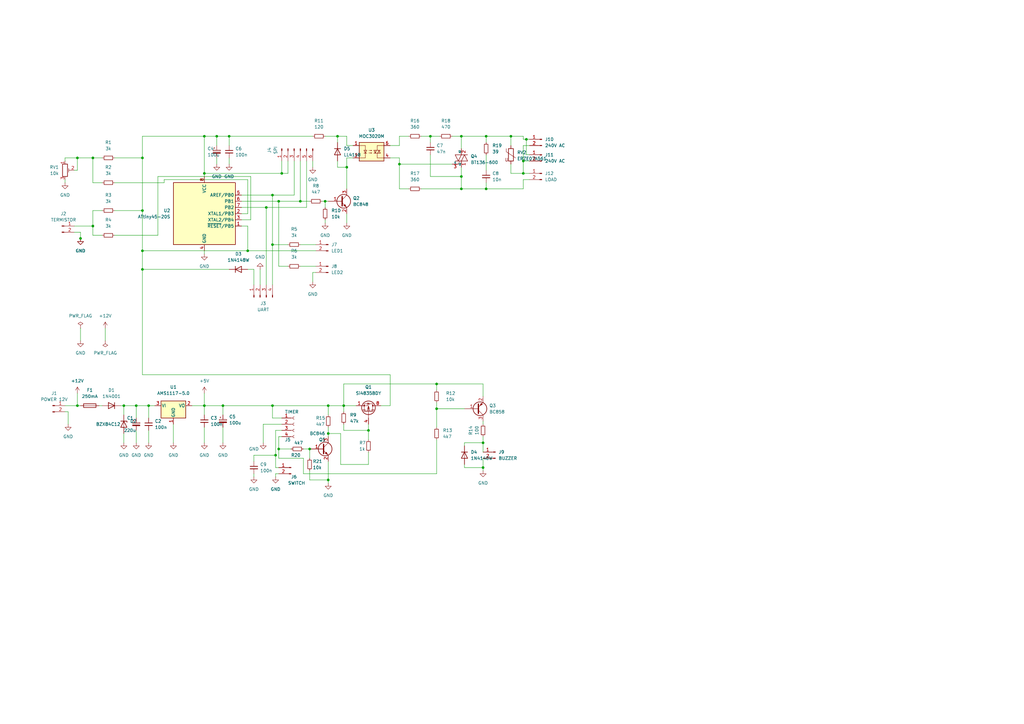
<source format=kicad_sch>
(kicad_sch (version 20211123) (generator eeschema)

  (uuid 9538e4ed-27e6-4c37-b989-9859dc0d49e8)

  (paper "A3")

  (lib_symbols
    (symbol "Connector:Conn_01x02_Male" (pin_names (offset 1.016) hide) (in_bom yes) (on_board yes)
      (property "Reference" "J" (id 0) (at 0 2.54 0)
        (effects (font (size 1.27 1.27)))
      )
      (property "Value" "Conn_01x02_Male" (id 1) (at 0 -5.08 0)
        (effects (font (size 1.27 1.27)))
      )
      (property "Footprint" "" (id 2) (at 0 0 0)
        (effects (font (size 1.27 1.27)) hide)
      )
      (property "Datasheet" "~" (id 3) (at 0 0 0)
        (effects (font (size 1.27 1.27)) hide)
      )
      (property "ki_keywords" "connector" (id 4) (at 0 0 0)
        (effects (font (size 1.27 1.27)) hide)
      )
      (property "ki_description" "Generic connector, single row, 01x02, script generated (kicad-library-utils/schlib/autogen/connector/)" (id 5) (at 0 0 0)
        (effects (font (size 1.27 1.27)) hide)
      )
      (property "ki_fp_filters" "Connector*:*_1x??_*" (id 6) (at 0 0 0)
        (effects (font (size 1.27 1.27)) hide)
      )
      (symbol "Conn_01x02_Male_1_1"
        (polyline
          (pts
            (xy 1.27 -2.54)
            (xy 0.8636 -2.54)
          )
          (stroke (width 0.1524) (type default) (color 0 0 0 0))
          (fill (type none))
        )
        (polyline
          (pts
            (xy 1.27 0)
            (xy 0.8636 0)
          )
          (stroke (width 0.1524) (type default) (color 0 0 0 0))
          (fill (type none))
        )
        (rectangle (start 0.8636 -2.413) (end 0 -2.667)
          (stroke (width 0.1524) (type default) (color 0 0 0 0))
          (fill (type outline))
        )
        (rectangle (start 0.8636 0.127) (end 0 -0.127)
          (stroke (width 0.1524) (type default) (color 0 0 0 0))
          (fill (type outline))
        )
        (pin passive line (at 5.08 0 180) (length 3.81)
          (name "Pin_1" (effects (font (size 1.27 1.27))))
          (number "1" (effects (font (size 1.27 1.27))))
        )
        (pin passive line (at 5.08 -2.54 180) (length 3.81)
          (name "Pin_2" (effects (font (size 1.27 1.27))))
          (number "2" (effects (font (size 1.27 1.27))))
        )
      )
    )
    (symbol "Connector:Conn_01x04_Female" (pin_names (offset 1.016) hide) (in_bom yes) (on_board yes)
      (property "Reference" "J" (id 0) (at 0 5.08 0)
        (effects (font (size 1.27 1.27)))
      )
      (property "Value" "Conn_01x04_Female" (id 1) (at 0 -7.62 0)
        (effects (font (size 1.27 1.27)))
      )
      (property "Footprint" "" (id 2) (at 0 0 0)
        (effects (font (size 1.27 1.27)) hide)
      )
      (property "Datasheet" "~" (id 3) (at 0 0 0)
        (effects (font (size 1.27 1.27)) hide)
      )
      (property "ki_keywords" "connector" (id 4) (at 0 0 0)
        (effects (font (size 1.27 1.27)) hide)
      )
      (property "ki_description" "Generic connector, single row, 01x04, script generated (kicad-library-utils/schlib/autogen/connector/)" (id 5) (at 0 0 0)
        (effects (font (size 1.27 1.27)) hide)
      )
      (property "ki_fp_filters" "Connector*:*_1x??_*" (id 6) (at 0 0 0)
        (effects (font (size 1.27 1.27)) hide)
      )
      (symbol "Conn_01x04_Female_1_1"
        (arc (start 0 -4.572) (mid -0.508 -5.08) (end 0 -5.588)
          (stroke (width 0.1524) (type default) (color 0 0 0 0))
          (fill (type none))
        )
        (arc (start 0 -2.032) (mid -0.508 -2.54) (end 0 -3.048)
          (stroke (width 0.1524) (type default) (color 0 0 0 0))
          (fill (type none))
        )
        (polyline
          (pts
            (xy -1.27 -5.08)
            (xy -0.508 -5.08)
          )
          (stroke (width 0.1524) (type default) (color 0 0 0 0))
          (fill (type none))
        )
        (polyline
          (pts
            (xy -1.27 -2.54)
            (xy -0.508 -2.54)
          )
          (stroke (width 0.1524) (type default) (color 0 0 0 0))
          (fill (type none))
        )
        (polyline
          (pts
            (xy -1.27 0)
            (xy -0.508 0)
          )
          (stroke (width 0.1524) (type default) (color 0 0 0 0))
          (fill (type none))
        )
        (polyline
          (pts
            (xy -1.27 2.54)
            (xy -0.508 2.54)
          )
          (stroke (width 0.1524) (type default) (color 0 0 0 0))
          (fill (type none))
        )
        (arc (start 0 0.508) (mid -0.508 0) (end 0 -0.508)
          (stroke (width 0.1524) (type default) (color 0 0 0 0))
          (fill (type none))
        )
        (arc (start 0 3.048) (mid -0.508 2.54) (end 0 2.032)
          (stroke (width 0.1524) (type default) (color 0 0 0 0))
          (fill (type none))
        )
        (pin passive line (at -5.08 2.54 0) (length 3.81)
          (name "Pin_1" (effects (font (size 1.27 1.27))))
          (number "1" (effects (font (size 1.27 1.27))))
        )
        (pin passive line (at -5.08 0 0) (length 3.81)
          (name "Pin_2" (effects (font (size 1.27 1.27))))
          (number "2" (effects (font (size 1.27 1.27))))
        )
        (pin passive line (at -5.08 -2.54 0) (length 3.81)
          (name "Pin_3" (effects (font (size 1.27 1.27))))
          (number "3" (effects (font (size 1.27 1.27))))
        )
        (pin passive line (at -5.08 -5.08 0) (length 3.81)
          (name "Pin_4" (effects (font (size 1.27 1.27))))
          (number "4" (effects (font (size 1.27 1.27))))
        )
      )
    )
    (symbol "Connector:Conn_01x04_Male" (pin_names (offset 1.016) hide) (in_bom yes) (on_board yes)
      (property "Reference" "J" (id 0) (at 0 5.08 0)
        (effects (font (size 1.27 1.27)))
      )
      (property "Value" "Conn_01x04_Male" (id 1) (at 0 -7.62 0)
        (effects (font (size 1.27 1.27)))
      )
      (property "Footprint" "" (id 2) (at 0 0 0)
        (effects (font (size 1.27 1.27)) hide)
      )
      (property "Datasheet" "~" (id 3) (at 0 0 0)
        (effects (font (size 1.27 1.27)) hide)
      )
      (property "ki_keywords" "connector" (id 4) (at 0 0 0)
        (effects (font (size 1.27 1.27)) hide)
      )
      (property "ki_description" "Generic connector, single row, 01x04, script generated (kicad-library-utils/schlib/autogen/connector/)" (id 5) (at 0 0 0)
        (effects (font (size 1.27 1.27)) hide)
      )
      (property "ki_fp_filters" "Connector*:*_1x??_*" (id 6) (at 0 0 0)
        (effects (font (size 1.27 1.27)) hide)
      )
      (symbol "Conn_01x04_Male_1_1"
        (polyline
          (pts
            (xy 1.27 -5.08)
            (xy 0.8636 -5.08)
          )
          (stroke (width 0.1524) (type default) (color 0 0 0 0))
          (fill (type none))
        )
        (polyline
          (pts
            (xy 1.27 -2.54)
            (xy 0.8636 -2.54)
          )
          (stroke (width 0.1524) (type default) (color 0 0 0 0))
          (fill (type none))
        )
        (polyline
          (pts
            (xy 1.27 0)
            (xy 0.8636 0)
          )
          (stroke (width 0.1524) (type default) (color 0 0 0 0))
          (fill (type none))
        )
        (polyline
          (pts
            (xy 1.27 2.54)
            (xy 0.8636 2.54)
          )
          (stroke (width 0.1524) (type default) (color 0 0 0 0))
          (fill (type none))
        )
        (rectangle (start 0.8636 -4.953) (end 0 -5.207)
          (stroke (width 0.1524) (type default) (color 0 0 0 0))
          (fill (type outline))
        )
        (rectangle (start 0.8636 -2.413) (end 0 -2.667)
          (stroke (width 0.1524) (type default) (color 0 0 0 0))
          (fill (type outline))
        )
        (rectangle (start 0.8636 0.127) (end 0 -0.127)
          (stroke (width 0.1524) (type default) (color 0 0 0 0))
          (fill (type outline))
        )
        (rectangle (start 0.8636 2.667) (end 0 2.413)
          (stroke (width 0.1524) (type default) (color 0 0 0 0))
          (fill (type outline))
        )
        (pin passive line (at 5.08 2.54 180) (length 3.81)
          (name "Pin_1" (effects (font (size 1.27 1.27))))
          (number "1" (effects (font (size 1.27 1.27))))
        )
        (pin passive line (at 5.08 0 180) (length 3.81)
          (name "Pin_2" (effects (font (size 1.27 1.27))))
          (number "2" (effects (font (size 1.27 1.27))))
        )
        (pin passive line (at 5.08 -2.54 180) (length 3.81)
          (name "Pin_3" (effects (font (size 1.27 1.27))))
          (number "3" (effects (font (size 1.27 1.27))))
        )
        (pin passive line (at 5.08 -5.08 180) (length 3.81)
          (name "Pin_4" (effects (font (size 1.27 1.27))))
          (number "4" (effects (font (size 1.27 1.27))))
        )
      )
    )
    (symbol "Connector:Conn_01x06_Male" (pin_names (offset 1.016) hide) (in_bom yes) (on_board yes)
      (property "Reference" "J" (id 0) (at 0 7.62 0)
        (effects (font (size 1.27 1.27)))
      )
      (property "Value" "Conn_01x06_Male" (id 1) (at 0 -10.16 0)
        (effects (font (size 1.27 1.27)))
      )
      (property "Footprint" "" (id 2) (at 0 0 0)
        (effects (font (size 1.27 1.27)) hide)
      )
      (property "Datasheet" "~" (id 3) (at 0 0 0)
        (effects (font (size 1.27 1.27)) hide)
      )
      (property "ki_keywords" "connector" (id 4) (at 0 0 0)
        (effects (font (size 1.27 1.27)) hide)
      )
      (property "ki_description" "Generic connector, single row, 01x06, script generated (kicad-library-utils/schlib/autogen/connector/)" (id 5) (at 0 0 0)
        (effects (font (size 1.27 1.27)) hide)
      )
      (property "ki_fp_filters" "Connector*:*_1x??_*" (id 6) (at 0 0 0)
        (effects (font (size 1.27 1.27)) hide)
      )
      (symbol "Conn_01x06_Male_1_1"
        (polyline
          (pts
            (xy 1.27 -7.62)
            (xy 0.8636 -7.62)
          )
          (stroke (width 0.1524) (type default) (color 0 0 0 0))
          (fill (type none))
        )
        (polyline
          (pts
            (xy 1.27 -5.08)
            (xy 0.8636 -5.08)
          )
          (stroke (width 0.1524) (type default) (color 0 0 0 0))
          (fill (type none))
        )
        (polyline
          (pts
            (xy 1.27 -2.54)
            (xy 0.8636 -2.54)
          )
          (stroke (width 0.1524) (type default) (color 0 0 0 0))
          (fill (type none))
        )
        (polyline
          (pts
            (xy 1.27 0)
            (xy 0.8636 0)
          )
          (stroke (width 0.1524) (type default) (color 0 0 0 0))
          (fill (type none))
        )
        (polyline
          (pts
            (xy 1.27 2.54)
            (xy 0.8636 2.54)
          )
          (stroke (width 0.1524) (type default) (color 0 0 0 0))
          (fill (type none))
        )
        (polyline
          (pts
            (xy 1.27 5.08)
            (xy 0.8636 5.08)
          )
          (stroke (width 0.1524) (type default) (color 0 0 0 0))
          (fill (type none))
        )
        (rectangle (start 0.8636 -7.493) (end 0 -7.747)
          (stroke (width 0.1524) (type default) (color 0 0 0 0))
          (fill (type outline))
        )
        (rectangle (start 0.8636 -4.953) (end 0 -5.207)
          (stroke (width 0.1524) (type default) (color 0 0 0 0))
          (fill (type outline))
        )
        (rectangle (start 0.8636 -2.413) (end 0 -2.667)
          (stroke (width 0.1524) (type default) (color 0 0 0 0))
          (fill (type outline))
        )
        (rectangle (start 0.8636 0.127) (end 0 -0.127)
          (stroke (width 0.1524) (type default) (color 0 0 0 0))
          (fill (type outline))
        )
        (rectangle (start 0.8636 2.667) (end 0 2.413)
          (stroke (width 0.1524) (type default) (color 0 0 0 0))
          (fill (type outline))
        )
        (rectangle (start 0.8636 5.207) (end 0 4.953)
          (stroke (width 0.1524) (type default) (color 0 0 0 0))
          (fill (type outline))
        )
        (pin passive line (at 5.08 5.08 180) (length 3.81)
          (name "Pin_1" (effects (font (size 1.27 1.27))))
          (number "1" (effects (font (size 1.27 1.27))))
        )
        (pin passive line (at 5.08 2.54 180) (length 3.81)
          (name "Pin_2" (effects (font (size 1.27 1.27))))
          (number "2" (effects (font (size 1.27 1.27))))
        )
        (pin passive line (at 5.08 0 180) (length 3.81)
          (name "Pin_3" (effects (font (size 1.27 1.27))))
          (number "3" (effects (font (size 1.27 1.27))))
        )
        (pin passive line (at 5.08 -2.54 180) (length 3.81)
          (name "Pin_4" (effects (font (size 1.27 1.27))))
          (number "4" (effects (font (size 1.27 1.27))))
        )
        (pin passive line (at 5.08 -5.08 180) (length 3.81)
          (name "Pin_5" (effects (font (size 1.27 1.27))))
          (number "5" (effects (font (size 1.27 1.27))))
        )
        (pin passive line (at 5.08 -7.62 180) (length 3.81)
          (name "Pin_6" (effects (font (size 1.27 1.27))))
          (number "6" (effects (font (size 1.27 1.27))))
        )
      )
    )
    (symbol "Device:C_Polarized_Small" (pin_numbers hide) (pin_names (offset 0.254) hide) (in_bom yes) (on_board yes)
      (property "Reference" "C" (id 0) (at 0.254 1.778 0)
        (effects (font (size 1.27 1.27)) (justify left))
      )
      (property "Value" "C_Polarized_Small" (id 1) (at 0.254 -2.032 0)
        (effects (font (size 1.27 1.27)) (justify left))
      )
      (property "Footprint" "" (id 2) (at 0 0 0)
        (effects (font (size 1.27 1.27)) hide)
      )
      (property "Datasheet" "~" (id 3) (at 0 0 0)
        (effects (font (size 1.27 1.27)) hide)
      )
      (property "ki_keywords" "cap capacitor" (id 4) (at 0 0 0)
        (effects (font (size 1.27 1.27)) hide)
      )
      (property "ki_description" "Polarized capacitor, small symbol" (id 5) (at 0 0 0)
        (effects (font (size 1.27 1.27)) hide)
      )
      (property "ki_fp_filters" "CP_*" (id 6) (at 0 0 0)
        (effects (font (size 1.27 1.27)) hide)
      )
      (symbol "C_Polarized_Small_0_1"
        (rectangle (start -1.524 -0.3048) (end 1.524 -0.6858)
          (stroke (width 0) (type default) (color 0 0 0 0))
          (fill (type outline))
        )
        (rectangle (start -1.524 0.6858) (end 1.524 0.3048)
          (stroke (width 0) (type default) (color 0 0 0 0))
          (fill (type none))
        )
        (polyline
          (pts
            (xy -1.27 1.524)
            (xy -0.762 1.524)
          )
          (stroke (width 0) (type default) (color 0 0 0 0))
          (fill (type none))
        )
        (polyline
          (pts
            (xy -1.016 1.27)
            (xy -1.016 1.778)
          )
          (stroke (width 0) (type default) (color 0 0 0 0))
          (fill (type none))
        )
      )
      (symbol "C_Polarized_Small_1_1"
        (pin passive line (at 0 2.54 270) (length 1.8542)
          (name "~" (effects (font (size 1.27 1.27))))
          (number "1" (effects (font (size 1.27 1.27))))
        )
        (pin passive line (at 0 -2.54 90) (length 1.8542)
          (name "~" (effects (font (size 1.27 1.27))))
          (number "2" (effects (font (size 1.27 1.27))))
        )
      )
    )
    (symbol "Device:C_Small" (pin_numbers hide) (pin_names (offset 0.254) hide) (in_bom yes) (on_board yes)
      (property "Reference" "C" (id 0) (at 0.254 1.778 0)
        (effects (font (size 1.27 1.27)) (justify left))
      )
      (property "Value" "C_Small" (id 1) (at 0.254 -2.032 0)
        (effects (font (size 1.27 1.27)) (justify left))
      )
      (property "Footprint" "" (id 2) (at 0 0 0)
        (effects (font (size 1.27 1.27)) hide)
      )
      (property "Datasheet" "~" (id 3) (at 0 0 0)
        (effects (font (size 1.27 1.27)) hide)
      )
      (property "ki_keywords" "capacitor cap" (id 4) (at 0 0 0)
        (effects (font (size 1.27 1.27)) hide)
      )
      (property "ki_description" "Unpolarized capacitor, small symbol" (id 5) (at 0 0 0)
        (effects (font (size 1.27 1.27)) hide)
      )
      (property "ki_fp_filters" "C_*" (id 6) (at 0 0 0)
        (effects (font (size 1.27 1.27)) hide)
      )
      (symbol "C_Small_0_1"
        (polyline
          (pts
            (xy -1.524 -0.508)
            (xy 1.524 -0.508)
          )
          (stroke (width 0.3302) (type default) (color 0 0 0 0))
          (fill (type none))
        )
        (polyline
          (pts
            (xy -1.524 0.508)
            (xy 1.524 0.508)
          )
          (stroke (width 0.3048) (type default) (color 0 0 0 0))
          (fill (type none))
        )
      )
      (symbol "C_Small_1_1"
        (pin passive line (at 0 2.54 270) (length 2.032)
          (name "~" (effects (font (size 1.27 1.27))))
          (number "1" (effects (font (size 1.27 1.27))))
        )
        (pin passive line (at 0 -2.54 90) (length 2.032)
          (name "~" (effects (font (size 1.27 1.27))))
          (number "2" (effects (font (size 1.27 1.27))))
        )
      )
    )
    (symbol "Device:Fuse" (pin_numbers hide) (pin_names (offset 0)) (in_bom yes) (on_board yes)
      (property "Reference" "F" (id 0) (at 2.032 0 90)
        (effects (font (size 1.27 1.27)))
      )
      (property "Value" "Fuse" (id 1) (at -1.905 0 90)
        (effects (font (size 1.27 1.27)))
      )
      (property "Footprint" "" (id 2) (at -1.778 0 90)
        (effects (font (size 1.27 1.27)) hide)
      )
      (property "Datasheet" "~" (id 3) (at 0 0 0)
        (effects (font (size 1.27 1.27)) hide)
      )
      (property "ki_keywords" "fuse" (id 4) (at 0 0 0)
        (effects (font (size 1.27 1.27)) hide)
      )
      (property "ki_description" "Fuse" (id 5) (at 0 0 0)
        (effects (font (size 1.27 1.27)) hide)
      )
      (property "ki_fp_filters" "*Fuse*" (id 6) (at 0 0 0)
        (effects (font (size 1.27 1.27)) hide)
      )
      (symbol "Fuse_0_1"
        (rectangle (start -0.762 -2.54) (end 0.762 2.54)
          (stroke (width 0.254) (type default) (color 0 0 0 0))
          (fill (type none))
        )
        (polyline
          (pts
            (xy 0 2.54)
            (xy 0 -2.54)
          )
          (stroke (width 0) (type default) (color 0 0 0 0))
          (fill (type none))
        )
      )
      (symbol "Fuse_1_1"
        (pin passive line (at 0 3.81 270) (length 1.27)
          (name "~" (effects (font (size 1.27 1.27))))
          (number "1" (effects (font (size 1.27 1.27))))
        )
        (pin passive line (at 0 -3.81 90) (length 1.27)
          (name "~" (effects (font (size 1.27 1.27))))
          (number "2" (effects (font (size 1.27 1.27))))
        )
      )
    )
    (symbol "Device:R_Potentiometer_Trim" (pin_names (offset 1.016) hide) (in_bom yes) (on_board yes)
      (property "Reference" "RV" (id 0) (at -4.445 0 90)
        (effects (font (size 1.27 1.27)))
      )
      (property "Value" "R_Potentiometer_Trim" (id 1) (at -2.54 0 90)
        (effects (font (size 1.27 1.27)))
      )
      (property "Footprint" "" (id 2) (at 0 0 0)
        (effects (font (size 1.27 1.27)) hide)
      )
      (property "Datasheet" "~" (id 3) (at 0 0 0)
        (effects (font (size 1.27 1.27)) hide)
      )
      (property "ki_keywords" "resistor variable trimpot trimmer" (id 4) (at 0 0 0)
        (effects (font (size 1.27 1.27)) hide)
      )
      (property "ki_description" "Trim-potentiometer" (id 5) (at 0 0 0)
        (effects (font (size 1.27 1.27)) hide)
      )
      (property "ki_fp_filters" "Potentiometer*" (id 6) (at 0 0 0)
        (effects (font (size 1.27 1.27)) hide)
      )
      (symbol "R_Potentiometer_Trim_0_1"
        (polyline
          (pts
            (xy 1.524 0.762)
            (xy 1.524 -0.762)
          )
          (stroke (width 0) (type default) (color 0 0 0 0))
          (fill (type none))
        )
        (polyline
          (pts
            (xy 2.54 0)
            (xy 1.524 0)
          )
          (stroke (width 0) (type default) (color 0 0 0 0))
          (fill (type none))
        )
        (rectangle (start 1.016 2.54) (end -1.016 -2.54)
          (stroke (width 0.254) (type default) (color 0 0 0 0))
          (fill (type none))
        )
      )
      (symbol "R_Potentiometer_Trim_1_1"
        (pin passive line (at 0 3.81 270) (length 1.27)
          (name "1" (effects (font (size 1.27 1.27))))
          (number "1" (effects (font (size 1.27 1.27))))
        )
        (pin passive line (at 3.81 0 180) (length 1.27)
          (name "2" (effects (font (size 1.27 1.27))))
          (number "2" (effects (font (size 1.27 1.27))))
        )
        (pin passive line (at 0 -3.81 90) (length 1.27)
          (name "3" (effects (font (size 1.27 1.27))))
          (number "3" (effects (font (size 1.27 1.27))))
        )
      )
    )
    (symbol "Device:R_Small" (pin_numbers hide) (pin_names (offset 0.254) hide) (in_bom yes) (on_board yes)
      (property "Reference" "R" (id 0) (at 0.762 0.508 0)
        (effects (font (size 1.27 1.27)) (justify left))
      )
      (property "Value" "R_Small" (id 1) (at 0.762 -1.016 0)
        (effects (font (size 1.27 1.27)) (justify left))
      )
      (property "Footprint" "" (id 2) (at 0 0 0)
        (effects (font (size 1.27 1.27)) hide)
      )
      (property "Datasheet" "~" (id 3) (at 0 0 0)
        (effects (font (size 1.27 1.27)) hide)
      )
      (property "ki_keywords" "R resistor" (id 4) (at 0 0 0)
        (effects (font (size 1.27 1.27)) hide)
      )
      (property "ki_description" "Resistor, small symbol" (id 5) (at 0 0 0)
        (effects (font (size 1.27 1.27)) hide)
      )
      (property "ki_fp_filters" "R_*" (id 6) (at 0 0 0)
        (effects (font (size 1.27 1.27)) hide)
      )
      (symbol "R_Small_0_1"
        (rectangle (start -0.762 1.778) (end 0.762 -1.778)
          (stroke (width 0.2032) (type default) (color 0 0 0 0))
          (fill (type none))
        )
      )
      (symbol "R_Small_1_1"
        (pin passive line (at 0 2.54 270) (length 0.762)
          (name "~" (effects (font (size 1.27 1.27))))
          (number "1" (effects (font (size 1.27 1.27))))
        )
        (pin passive line (at 0 -2.54 90) (length 0.762)
          (name "~" (effects (font (size 1.27 1.27))))
          (number "2" (effects (font (size 1.27 1.27))))
        )
      )
    )
    (symbol "Device:Varistor" (pin_numbers hide) (pin_names (offset 0)) (in_bom yes) (on_board yes)
      (property "Reference" "RV" (id 0) (at 3.175 0 90)
        (effects (font (size 1.27 1.27)))
      )
      (property "Value" "Varistor" (id 1) (at -3.175 0 90)
        (effects (font (size 1.27 1.27)))
      )
      (property "Footprint" "" (id 2) (at -1.778 0 90)
        (effects (font (size 1.27 1.27)) hide)
      )
      (property "Datasheet" "~" (id 3) (at 0 0 0)
        (effects (font (size 1.27 1.27)) hide)
      )
      (property "ki_keywords" "VDR resistance" (id 4) (at 0 0 0)
        (effects (font (size 1.27 1.27)) hide)
      )
      (property "ki_description" "Voltage dependent resistor" (id 5) (at 0 0 0)
        (effects (font (size 1.27 1.27)) hide)
      )
      (property "ki_fp_filters" "RV_* Varistor*" (id 6) (at 0 0 0)
        (effects (font (size 1.27 1.27)) hide)
      )
      (symbol "Varistor_0_0"
        (text "U" (at -1.778 -2.032 0)
          (effects (font (size 1.27 1.27)))
        )
      )
      (symbol "Varistor_0_1"
        (rectangle (start -1.016 -2.54) (end 1.016 2.54)
          (stroke (width 0.254) (type default) (color 0 0 0 0))
          (fill (type none))
        )
        (polyline
          (pts
            (xy -1.905 2.54)
            (xy -1.905 1.27)
            (xy 1.905 -1.27)
          )
          (stroke (width 0) (type default) (color 0 0 0 0))
          (fill (type none))
        )
      )
      (symbol "Varistor_1_1"
        (pin passive line (at 0 3.81 270) (length 1.27)
          (name "~" (effects (font (size 1.27 1.27))))
          (number "1" (effects (font (size 1.27 1.27))))
        )
        (pin passive line (at 0 -3.81 90) (length 1.27)
          (name "~" (effects (font (size 1.27 1.27))))
          (number "2" (effects (font (size 1.27 1.27))))
        )
      )
    )
    (symbol "Diode:1N4001" (pin_numbers hide) (pin_names (offset 1.016) hide) (in_bom yes) (on_board yes)
      (property "Reference" "D" (id 0) (at 0 2.54 0)
        (effects (font (size 1.27 1.27)))
      )
      (property "Value" "1N4001" (id 1) (at 0 -2.54 0)
        (effects (font (size 1.27 1.27)))
      )
      (property "Footprint" "Diode_THT:D_DO-41_SOD81_P10.16mm_Horizontal" (id 2) (at 0 -4.445 0)
        (effects (font (size 1.27 1.27)) hide)
      )
      (property "Datasheet" "http://www.vishay.com/docs/88503/1n4001.pdf" (id 3) (at 0 0 0)
        (effects (font (size 1.27 1.27)) hide)
      )
      (property "ki_keywords" "diode" (id 4) (at 0 0 0)
        (effects (font (size 1.27 1.27)) hide)
      )
      (property "ki_description" "50V 1A General Purpose Rectifier Diode, DO-41" (id 5) (at 0 0 0)
        (effects (font (size 1.27 1.27)) hide)
      )
      (property "ki_fp_filters" "D*DO?41*" (id 6) (at 0 0 0)
        (effects (font (size 1.27 1.27)) hide)
      )
      (symbol "1N4001_0_1"
        (polyline
          (pts
            (xy -1.27 1.27)
            (xy -1.27 -1.27)
          )
          (stroke (width 0.254) (type default) (color 0 0 0 0))
          (fill (type none))
        )
        (polyline
          (pts
            (xy 1.27 0)
            (xy -1.27 0)
          )
          (stroke (width 0) (type default) (color 0 0 0 0))
          (fill (type none))
        )
        (polyline
          (pts
            (xy 1.27 1.27)
            (xy 1.27 -1.27)
            (xy -1.27 0)
            (xy 1.27 1.27)
          )
          (stroke (width 0.254) (type default) (color 0 0 0 0))
          (fill (type none))
        )
      )
      (symbol "1N4001_1_1"
        (pin passive line (at -3.81 0 0) (length 2.54)
          (name "K" (effects (font (size 1.27 1.27))))
          (number "1" (effects (font (size 1.27 1.27))))
        )
        (pin passive line (at 3.81 0 180) (length 2.54)
          (name "A" (effects (font (size 1.27 1.27))))
          (number "2" (effects (font (size 1.27 1.27))))
        )
      )
    )
    (symbol "Diode:1N4148W" (pin_numbers hide) (pin_names (offset 1.016) hide) (in_bom yes) (on_board yes)
      (property "Reference" "D" (id 0) (at 0 2.54 0)
        (effects (font (size 1.27 1.27)))
      )
      (property "Value" "1N4148W" (id 1) (at 0 -2.54 0)
        (effects (font (size 1.27 1.27)))
      )
      (property "Footprint" "Diode_SMD:D_SOD-123" (id 2) (at 0 -4.445 0)
        (effects (font (size 1.27 1.27)) hide)
      )
      (property "Datasheet" "https://www.vishay.com/docs/85748/1n4148w.pdf" (id 3) (at 0 0 0)
        (effects (font (size 1.27 1.27)) hide)
      )
      (property "ki_keywords" "diode" (id 4) (at 0 0 0)
        (effects (font (size 1.27 1.27)) hide)
      )
      (property "ki_description" "75V 0.15A Fast Switching Diode, SOD-123" (id 5) (at 0 0 0)
        (effects (font (size 1.27 1.27)) hide)
      )
      (property "ki_fp_filters" "D*SOD?123*" (id 6) (at 0 0 0)
        (effects (font (size 1.27 1.27)) hide)
      )
      (symbol "1N4148W_0_1"
        (polyline
          (pts
            (xy -1.27 1.27)
            (xy -1.27 -1.27)
          )
          (stroke (width 0.254) (type default) (color 0 0 0 0))
          (fill (type none))
        )
        (polyline
          (pts
            (xy 1.27 0)
            (xy -1.27 0)
          )
          (stroke (width 0) (type default) (color 0 0 0 0))
          (fill (type none))
        )
        (polyline
          (pts
            (xy 1.27 1.27)
            (xy 1.27 -1.27)
            (xy -1.27 0)
            (xy 1.27 1.27)
          )
          (stroke (width 0.254) (type default) (color 0 0 0 0))
          (fill (type none))
        )
      )
      (symbol "1N4148W_1_1"
        (pin passive line (at -3.81 0 0) (length 2.54)
          (name "K" (effects (font (size 1.27 1.27))))
          (number "1" (effects (font (size 1.27 1.27))))
        )
        (pin passive line (at 3.81 0 180) (length 2.54)
          (name "A" (effects (font (size 1.27 1.27))))
          (number "2" (effects (font (size 1.27 1.27))))
        )
      )
    )
    (symbol "Diode:BZX84Cxx" (pin_numbers hide) (pin_names (offset 1.016) hide) (in_bom yes) (on_board yes)
      (property "Reference" "D" (id 0) (at 0 2.54 0)
        (effects (font (size 1.27 1.27)))
      )
      (property "Value" "BZX84Cxx" (id 1) (at 0 -2.54 0)
        (effects (font (size 1.27 1.27)))
      )
      (property "Footprint" "Diode_SMD:D_SOT-23_ANK" (id 2) (at 0 -4.445 0)
        (effects (font (size 1.27 1.27)) hide)
      )
      (property "Datasheet" "https://diotec.com/tl_files/diotec/files/pdf/datasheets/bzx84c2v4.pdf" (id 3) (at 0 0 0)
        (effects (font (size 1.27 1.27)) hide)
      )
      (property "ki_keywords" "zener diode" (id 4) (at 0 0 0)
        (effects (font (size 1.27 1.27)) hide)
      )
      (property "ki_description" "300mW Zener Diode, SOT-23" (id 5) (at 0 0 0)
        (effects (font (size 1.27 1.27)) hide)
      )
      (property "ki_fp_filters" "D*SOT?23*ANK*" (id 6) (at 0 0 0)
        (effects (font (size 1.27 1.27)) hide)
      )
      (symbol "BZX84Cxx_0_1"
        (polyline
          (pts
            (xy 1.27 0)
            (xy -1.27 0)
          )
          (stroke (width 0) (type default) (color 0 0 0 0))
          (fill (type none))
        )
        (polyline
          (pts
            (xy -1.27 -1.27)
            (xy -1.27 1.27)
            (xy -0.762 1.27)
          )
          (stroke (width 0.254) (type default) (color 0 0 0 0))
          (fill (type none))
        )
        (polyline
          (pts
            (xy 1.27 -1.27)
            (xy 1.27 1.27)
            (xy -1.27 0)
            (xy 1.27 -1.27)
          )
          (stroke (width 0.254) (type default) (color 0 0 0 0))
          (fill (type none))
        )
      )
      (symbol "BZX84Cxx_1_1"
        (pin passive line (at -3.81 0 0) (length 2.54)
          (name "K" (effects (font (size 1.27 1.27))))
          (number "1" (effects (font (size 1.27 1.27))))
        )
        (pin passive line (at 3.81 0 180) (length 2.54)
          (name "A" (effects (font (size 1.27 1.27))))
          (number "2" (effects (font (size 1.27 1.27))))
        )
      )
    )
    (symbol "Diode:LL4148" (pin_numbers hide) (pin_names (offset 1.016) hide) (in_bom yes) (on_board yes)
      (property "Reference" "D" (id 0) (at 0 2.54 0)
        (effects (font (size 1.27 1.27)))
      )
      (property "Value" "LL4148" (id 1) (at 0 -2.54 0)
        (effects (font (size 1.27 1.27)))
      )
      (property "Footprint" "Diode_SMD:D_MiniMELF" (id 2) (at 0 -4.445 0)
        (effects (font (size 1.27 1.27)) hide)
      )
      (property "Datasheet" "http://www.vishay.com/docs/85557/ll4148.pdf" (id 3) (at 0 0 0)
        (effects (font (size 1.27 1.27)) hide)
      )
      (property "ki_keywords" "diode" (id 4) (at 0 0 0)
        (effects (font (size 1.27 1.27)) hide)
      )
      (property "ki_description" "100V 0.15A standard switching diode, MiniMELF" (id 5) (at 0 0 0)
        (effects (font (size 1.27 1.27)) hide)
      )
      (property "ki_fp_filters" "D*MiniMELF*" (id 6) (at 0 0 0)
        (effects (font (size 1.27 1.27)) hide)
      )
      (symbol "LL4148_0_1"
        (polyline
          (pts
            (xy -1.27 1.27)
            (xy -1.27 -1.27)
          )
          (stroke (width 0.254) (type default) (color 0 0 0 0))
          (fill (type none))
        )
        (polyline
          (pts
            (xy 1.27 0)
            (xy -1.27 0)
          )
          (stroke (width 0) (type default) (color 0 0 0 0))
          (fill (type none))
        )
        (polyline
          (pts
            (xy 1.27 1.27)
            (xy 1.27 -1.27)
            (xy -1.27 0)
            (xy 1.27 1.27)
          )
          (stroke (width 0.254) (type default) (color 0 0 0 0))
          (fill (type none))
        )
      )
      (symbol "LL4148_1_1"
        (pin passive line (at -3.81 0 0) (length 2.54)
          (name "K" (effects (font (size 1.27 1.27))))
          (number "1" (effects (font (size 1.27 1.27))))
        )
        (pin passive line (at 3.81 0 180) (length 2.54)
          (name "A" (effects (font (size 1.27 1.27))))
          (number "2" (effects (font (size 1.27 1.27))))
        )
      )
    )
    (symbol "MCU_Microchip_ATtiny:ATtiny45-20S" (in_bom yes) (on_board yes)
      (property "Reference" "U" (id 0) (at -12.7 13.97 0)
        (effects (font (size 1.27 1.27)) (justify left bottom))
      )
      (property "Value" "ATtiny45-20S" (id 1) (at 2.54 -13.97 0)
        (effects (font (size 1.27 1.27)) (justify left top))
      )
      (property "Footprint" "Package_SO:SOIC-8W_5.3x5.3mm_P1.27mm" (id 2) (at 0 0 0)
        (effects (font (size 1.27 1.27) italic) hide)
      )
      (property "Datasheet" "http://ww1.microchip.com/downloads/en/DeviceDoc/atmel-2586-avr-8-bit-microcontroller-attiny25-attiny45-attiny85_datasheet.pdf" (id 3) (at 0 0 0)
        (effects (font (size 1.27 1.27)) hide)
      )
      (property "ki_keywords" "AVR 8bit Microcontroller tinyAVR" (id 4) (at 0 0 0)
        (effects (font (size 1.27 1.27)) hide)
      )
      (property "ki_description" "20MHz, 4kB Flash, 256B SRAM, 256B EEPROM, debugWIRE, SOIC-8W" (id 5) (at 0 0 0)
        (effects (font (size 1.27 1.27)) hide)
      )
      (property "ki_fp_filters" "SOIC*5.3x5.3mm*P1.27mm*" (id 6) (at 0 0 0)
        (effects (font (size 1.27 1.27)) hide)
      )
      (symbol "ATtiny45-20S_0_1"
        (rectangle (start -12.7 -12.7) (end 12.7 12.7)
          (stroke (width 0.254) (type default) (color 0 0 0 0))
          (fill (type background))
        )
      )
      (symbol "ATtiny45-20S_1_1"
        (pin bidirectional line (at 15.24 -5.08 180) (length 2.54)
          (name "~{RESET}/PB5" (effects (font (size 1.27 1.27))))
          (number "1" (effects (font (size 1.27 1.27))))
        )
        (pin bidirectional line (at 15.24 0 180) (length 2.54)
          (name "XTAL1/PB3" (effects (font (size 1.27 1.27))))
          (number "2" (effects (font (size 1.27 1.27))))
        )
        (pin bidirectional line (at 15.24 -2.54 180) (length 2.54)
          (name "XTAL2/PB4" (effects (font (size 1.27 1.27))))
          (number "3" (effects (font (size 1.27 1.27))))
        )
        (pin power_in line (at 0 -15.24 90) (length 2.54)
          (name "GND" (effects (font (size 1.27 1.27))))
          (number "4" (effects (font (size 1.27 1.27))))
        )
        (pin bidirectional line (at 15.24 7.62 180) (length 2.54)
          (name "AREF/PB0" (effects (font (size 1.27 1.27))))
          (number "5" (effects (font (size 1.27 1.27))))
        )
        (pin bidirectional line (at 15.24 5.08 180) (length 2.54)
          (name "PB1" (effects (font (size 1.27 1.27))))
          (number "6" (effects (font (size 1.27 1.27))))
        )
        (pin bidirectional line (at 15.24 2.54 180) (length 2.54)
          (name "PB2" (effects (font (size 1.27 1.27))))
          (number "7" (effects (font (size 1.27 1.27))))
        )
        (pin power_in line (at 0 15.24 270) (length 2.54)
          (name "VCC" (effects (font (size 1.27 1.27))))
          (number "8" (effects (font (size 1.27 1.27))))
        )
      )
    )
    (symbol "Regulator_Linear:AMS1117-5.0" (pin_names (offset 0.254)) (in_bom yes) (on_board yes)
      (property "Reference" "U" (id 0) (at -3.81 3.175 0)
        (effects (font (size 1.27 1.27)))
      )
      (property "Value" "AMS1117-5.0" (id 1) (at 0 3.175 0)
        (effects (font (size 1.27 1.27)) (justify left))
      )
      (property "Footprint" "Package_TO_SOT_SMD:SOT-223-3_TabPin2" (id 2) (at 0 5.08 0)
        (effects (font (size 1.27 1.27)) hide)
      )
      (property "Datasheet" "http://www.advanced-monolithic.com/pdf/ds1117.pdf" (id 3) (at 2.54 -6.35 0)
        (effects (font (size 1.27 1.27)) hide)
      )
      (property "ki_keywords" "linear regulator ldo fixed positive" (id 4) (at 0 0 0)
        (effects (font (size 1.27 1.27)) hide)
      )
      (property "ki_description" "1A Low Dropout regulator, positive, 5.0V fixed output, SOT-223" (id 5) (at 0 0 0)
        (effects (font (size 1.27 1.27)) hide)
      )
      (property "ki_fp_filters" "SOT?223*TabPin2*" (id 6) (at 0 0 0)
        (effects (font (size 1.27 1.27)) hide)
      )
      (symbol "AMS1117-5.0_0_1"
        (rectangle (start -5.08 -5.08) (end 5.08 1.905)
          (stroke (width 0.254) (type default) (color 0 0 0 0))
          (fill (type background))
        )
      )
      (symbol "AMS1117-5.0_1_1"
        (pin power_in line (at 0 -7.62 90) (length 2.54)
          (name "GND" (effects (font (size 1.27 1.27))))
          (number "1" (effects (font (size 1.27 1.27))))
        )
        (pin power_out line (at 7.62 0 180) (length 2.54)
          (name "VO" (effects (font (size 1.27 1.27))))
          (number "2" (effects (font (size 1.27 1.27))))
        )
        (pin power_in line (at -7.62 0 0) (length 2.54)
          (name "VI" (effects (font (size 1.27 1.27))))
          (number "3" (effects (font (size 1.27 1.27))))
        )
      )
    )
    (symbol "Relay_SolidState:MOC3020M" (in_bom yes) (on_board yes)
      (property "Reference" "U" (id 0) (at -5.334 4.826 0)
        (effects (font (size 1.27 1.27)) (justify left))
      )
      (property "Value" "MOC3020M" (id 1) (at 0 5.08 0)
        (effects (font (size 1.27 1.27)) (justify left))
      )
      (property "Footprint" "" (id 2) (at -5.08 -5.08 0)
        (effects (font (size 1.27 1.27) italic) (justify left) hide)
      )
      (property "Datasheet" "https://www.onsemi.com/pub/Collateral/MOC3023M-D.PDF" (id 3) (at 0 0 0)
        (effects (font (size 1.27 1.27)) (justify left) hide)
      )
      (property "ki_keywords" "Opto-Triac Opto Triac Random Phase" (id 4) (at 0 0 0)
        (effects (font (size 1.27 1.27)) hide)
      )
      (property "ki_description" "Random Phase Opto-Triac, Vdrm 400V, Ift 30mA, DIP6" (id 5) (at 0 0 0)
        (effects (font (size 1.27 1.27)) hide)
      )
      (property "ki_fp_filters" "DIP*W7.62mm* SMDIP*W9.53mm* DIP*W10.16mm*" (id 6) (at 0 0 0)
        (effects (font (size 1.27 1.27)) hide)
      )
      (symbol "MOC3020M_0_1"
        (rectangle (start -5.08 3.81) (end 5.08 -3.81)
          (stroke (width 0.254) (type default) (color 0 0 0 0))
          (fill (type background))
        )
        (polyline
          (pts
            (xy -3.175 -0.635)
            (xy -1.905 -0.635)
          )
          (stroke (width 0) (type default) (color 0 0 0 0))
          (fill (type none))
        )
        (polyline
          (pts
            (xy 1.524 -0.635)
            (xy 1.524 0.635)
          )
          (stroke (width 0) (type default) (color 0 0 0 0))
          (fill (type none))
        )
        (polyline
          (pts
            (xy 3.048 0.635)
            (xy 3.048 -0.635)
          )
          (stroke (width 0) (type default) (color 0 0 0 0))
          (fill (type none))
        )
        (polyline
          (pts
            (xy 2.286 -0.635)
            (xy 2.286 -2.54)
            (xy 5.08 -2.54)
          )
          (stroke (width 0) (type default) (color 0 0 0 0))
          (fill (type none))
        )
        (polyline
          (pts
            (xy 2.286 0.635)
            (xy 2.286 2.54)
            (xy 5.08 2.54)
          )
          (stroke (width 0) (type default) (color 0 0 0 0))
          (fill (type none))
        )
        (polyline
          (pts
            (xy -5.08 2.54)
            (xy -2.54 2.54)
            (xy -2.54 -2.54)
            (xy -5.08 -2.54)
          )
          (stroke (width 0) (type default) (color 0 0 0 0))
          (fill (type none))
        )
        (polyline
          (pts
            (xy -2.54 -0.635)
            (xy -3.175 0.635)
            (xy -1.905 0.635)
            (xy -2.54 -0.635)
          )
          (stroke (width 0) (type default) (color 0 0 0 0))
          (fill (type none))
        )
        (polyline
          (pts
            (xy 0.889 -0.635)
            (xy 3.683 -0.635)
            (xy 3.048 0.635)
            (xy 2.413 -0.635)
          )
          (stroke (width 0) (type default) (color 0 0 0 0))
          (fill (type none))
        )
        (polyline
          (pts
            (xy 3.683 0.635)
            (xy 0.889 0.635)
            (xy 1.524 -0.635)
            (xy 2.159 0.635)
          )
          (stroke (width 0) (type default) (color 0 0 0 0))
          (fill (type none))
        )
        (polyline
          (pts
            (xy -1.143 -0.508)
            (xy 0.127 -0.508)
            (xy -0.254 -0.635)
            (xy -0.254 -0.381)
            (xy 0.127 -0.508)
          )
          (stroke (width 0) (type default) (color 0 0 0 0))
          (fill (type none))
        )
        (polyline
          (pts
            (xy -1.143 0.508)
            (xy 0.127 0.508)
            (xy -0.254 0.381)
            (xy -0.254 0.635)
            (xy 0.127 0.508)
          )
          (stroke (width 0) (type default) (color 0 0 0 0))
          (fill (type none))
        )
      )
      (symbol "MOC3020M_1_1"
        (pin passive line (at -7.62 2.54 0) (length 2.54)
          (name "~" (effects (font (size 1.27 1.27))))
          (number "1" (effects (font (size 1.27 1.27))))
        )
        (pin passive line (at -7.62 -2.54 0) (length 2.54)
          (name "~" (effects (font (size 1.27 1.27))))
          (number "2" (effects (font (size 1.27 1.27))))
        )
        (pin no_connect line (at -5.08 0 0) (length 2.54) hide
          (name "NC" (effects (font (size 1.27 1.27))))
          (number "3" (effects (font (size 1.27 1.27))))
        )
        (pin passive line (at 7.62 -2.54 180) (length 2.54)
          (name "~" (effects (font (size 1.27 1.27))))
          (number "4" (effects (font (size 1.27 1.27))))
        )
        (pin no_connect line (at 5.08 0 180) (length 2.54) hide
          (name "NC" (effects (font (size 1.27 1.27))))
          (number "5" (effects (font (size 1.27 1.27))))
        )
        (pin passive line (at 7.62 2.54 180) (length 2.54)
          (name "~" (effects (font (size 1.27 1.27))))
          (number "6" (effects (font (size 1.27 1.27))))
        )
      )
    )
    (symbol "Transistor_BJT:BC846" (pin_names (offset 0) hide) (in_bom yes) (on_board yes)
      (property "Reference" "Q" (id 0) (at 5.08 1.905 0)
        (effects (font (size 1.27 1.27)) (justify left))
      )
      (property "Value" "BC846" (id 1) (at 5.08 0 0)
        (effects (font (size 1.27 1.27)) (justify left))
      )
      (property "Footprint" "Package_TO_SOT_SMD:SOT-23" (id 2) (at 5.08 -1.905 0)
        (effects (font (size 1.27 1.27) italic) (justify left) hide)
      )
      (property "Datasheet" "https://assets.nexperia.com/documents/data-sheet/BC846_SER.pdf" (id 3) (at 0 0 0)
        (effects (font (size 1.27 1.27)) (justify left) hide)
      )
      (property "ki_keywords" "NPN Transistor" (id 4) (at 0 0 0)
        (effects (font (size 1.27 1.27)) hide)
      )
      (property "ki_description" "0.1A Ic, 65V Vce, NPN Transistor, SOT-23" (id 5) (at 0 0 0)
        (effects (font (size 1.27 1.27)) hide)
      )
      (property "ki_fp_filters" "SOT?23*" (id 6) (at 0 0 0)
        (effects (font (size 1.27 1.27)) hide)
      )
      (symbol "BC846_0_1"
        (polyline
          (pts
            (xy 0.635 0.635)
            (xy 2.54 2.54)
          )
          (stroke (width 0) (type default) (color 0 0 0 0))
          (fill (type none))
        )
        (polyline
          (pts
            (xy 0.635 -0.635)
            (xy 2.54 -2.54)
            (xy 2.54 -2.54)
          )
          (stroke (width 0) (type default) (color 0 0 0 0))
          (fill (type none))
        )
        (polyline
          (pts
            (xy 0.635 1.905)
            (xy 0.635 -1.905)
            (xy 0.635 -1.905)
          )
          (stroke (width 0.508) (type default) (color 0 0 0 0))
          (fill (type none))
        )
        (polyline
          (pts
            (xy 1.27 -1.778)
            (xy 1.778 -1.27)
            (xy 2.286 -2.286)
            (xy 1.27 -1.778)
            (xy 1.27 -1.778)
          )
          (stroke (width 0) (type default) (color 0 0 0 0))
          (fill (type outline))
        )
        (circle (center 1.27 0) (radius 2.8194)
          (stroke (width 0.254) (type default) (color 0 0 0 0))
          (fill (type none))
        )
      )
      (symbol "BC846_1_1"
        (pin input line (at -5.08 0 0) (length 5.715)
          (name "B" (effects (font (size 1.27 1.27))))
          (number "1" (effects (font (size 1.27 1.27))))
        )
        (pin passive line (at 2.54 -5.08 90) (length 2.54)
          (name "E" (effects (font (size 1.27 1.27))))
          (number "2" (effects (font (size 1.27 1.27))))
        )
        (pin passive line (at 2.54 5.08 270) (length 2.54)
          (name "C" (effects (font (size 1.27 1.27))))
          (number "3" (effects (font (size 1.27 1.27))))
        )
      )
    )
    (symbol "Transistor_BJT:BC848" (pin_names (offset 0) hide) (in_bom yes) (on_board yes)
      (property "Reference" "Q" (id 0) (at 5.08 1.905 0)
        (effects (font (size 1.27 1.27)) (justify left))
      )
      (property "Value" "BC848" (id 1) (at 5.08 0 0)
        (effects (font (size 1.27 1.27)) (justify left))
      )
      (property "Footprint" "Package_TO_SOT_SMD:SOT-23" (id 2) (at 5.08 -1.905 0)
        (effects (font (size 1.27 1.27) italic) (justify left) hide)
      )
      (property "Datasheet" "http://www.infineon.com/dgdl/Infineon-BC847SERIES_BC848SERIES_BC849SERIES_BC850SERIES-DS-v01_01-en.pdf?fileId=db3a304314dca389011541d4630a1657" (id 3) (at 0 0 0)
        (effects (font (size 1.27 1.27)) (justify left) hide)
      )
      (property "ki_keywords" "NPN Small Signal Transistor" (id 4) (at 0 0 0)
        (effects (font (size 1.27 1.27)) hide)
      )
      (property "ki_description" "0.1A Ic, 30V Vce, NPN Transistor, SOT-23" (id 5) (at 0 0 0)
        (effects (font (size 1.27 1.27)) hide)
      )
      (property "ki_fp_filters" "SOT?23*" (id 6) (at 0 0 0)
        (effects (font (size 1.27 1.27)) hide)
      )
      (symbol "BC848_0_1"
        (polyline
          (pts
            (xy 0.635 0.635)
            (xy 2.54 2.54)
          )
          (stroke (width 0) (type default) (color 0 0 0 0))
          (fill (type none))
        )
        (polyline
          (pts
            (xy 0.635 -0.635)
            (xy 2.54 -2.54)
            (xy 2.54 -2.54)
          )
          (stroke (width 0) (type default) (color 0 0 0 0))
          (fill (type none))
        )
        (polyline
          (pts
            (xy 0.635 1.905)
            (xy 0.635 -1.905)
            (xy 0.635 -1.905)
          )
          (stroke (width 0.508) (type default) (color 0 0 0 0))
          (fill (type none))
        )
        (polyline
          (pts
            (xy 1.27 -1.778)
            (xy 1.778 -1.27)
            (xy 2.286 -2.286)
            (xy 1.27 -1.778)
            (xy 1.27 -1.778)
          )
          (stroke (width 0) (type default) (color 0 0 0 0))
          (fill (type outline))
        )
        (circle (center 1.27 0) (radius 2.8194)
          (stroke (width 0.254) (type default) (color 0 0 0 0))
          (fill (type none))
        )
      )
      (symbol "BC848_1_1"
        (pin input line (at -5.08 0 0) (length 5.715)
          (name "B" (effects (font (size 1.27 1.27))))
          (number "1" (effects (font (size 1.27 1.27))))
        )
        (pin passive line (at 2.54 -5.08 90) (length 2.54)
          (name "E" (effects (font (size 1.27 1.27))))
          (number "2" (effects (font (size 1.27 1.27))))
        )
        (pin passive line (at 2.54 5.08 270) (length 2.54)
          (name "C" (effects (font (size 1.27 1.27))))
          (number "3" (effects (font (size 1.27 1.27))))
        )
      )
    )
    (symbol "Transistor_BJT:BC858" (pin_names (offset 0) hide) (in_bom yes) (on_board yes)
      (property "Reference" "Q" (id 0) (at 5.08 1.905 0)
        (effects (font (size 1.27 1.27)) (justify left))
      )
      (property "Value" "BC858" (id 1) (at 5.08 0 0)
        (effects (font (size 1.27 1.27)) (justify left))
      )
      (property "Footprint" "Package_TO_SOT_SMD:SOT-23" (id 2) (at 5.08 -1.905 0)
        (effects (font (size 1.27 1.27) italic) (justify left) hide)
      )
      (property "Datasheet" "https://www.onsemi.com/pub/Collateral/BC860-D.pdf" (id 3) (at 0 0 0)
        (effects (font (size 1.27 1.27)) (justify left) hide)
      )
      (property "ki_keywords" "PNP transistor" (id 4) (at 0 0 0)
        (effects (font (size 1.27 1.27)) hide)
      )
      (property "ki_description" "0.1A Ic, 30V Vce, PNP Transistor, SOT-23" (id 5) (at 0 0 0)
        (effects (font (size 1.27 1.27)) hide)
      )
      (property "ki_fp_filters" "SOT?23*" (id 6) (at 0 0 0)
        (effects (font (size 1.27 1.27)) hide)
      )
      (symbol "BC858_0_1"
        (polyline
          (pts
            (xy 0.635 0.635)
            (xy 2.54 2.54)
          )
          (stroke (width 0) (type default) (color 0 0 0 0))
          (fill (type none))
        )
        (polyline
          (pts
            (xy 0.635 -0.635)
            (xy 2.54 -2.54)
            (xy 2.54 -2.54)
          )
          (stroke (width 0) (type default) (color 0 0 0 0))
          (fill (type none))
        )
        (polyline
          (pts
            (xy 0.635 1.905)
            (xy 0.635 -1.905)
            (xy 0.635 -1.905)
          )
          (stroke (width 0.508) (type default) (color 0 0 0 0))
          (fill (type none))
        )
        (polyline
          (pts
            (xy 2.286 -1.778)
            (xy 1.778 -2.286)
            (xy 1.27 -1.27)
            (xy 2.286 -1.778)
            (xy 2.286 -1.778)
          )
          (stroke (width 0) (type default) (color 0 0 0 0))
          (fill (type outline))
        )
        (circle (center 1.27 0) (radius 2.8194)
          (stroke (width 0.254) (type default) (color 0 0 0 0))
          (fill (type none))
        )
      )
      (symbol "BC858_1_1"
        (pin input line (at -5.08 0 0) (length 5.715)
          (name "B" (effects (font (size 1.27 1.27))))
          (number "1" (effects (font (size 1.27 1.27))))
        )
        (pin passive line (at 2.54 -5.08 90) (length 2.54)
          (name "E" (effects (font (size 1.27 1.27))))
          (number "2" (effects (font (size 1.27 1.27))))
        )
        (pin passive line (at 2.54 5.08 270) (length 2.54)
          (name "C" (effects (font (size 1.27 1.27))))
          (number "3" (effects (font (size 1.27 1.27))))
        )
      )
    )
    (symbol "Transistor_FET:IRF7404" (pin_names hide) (in_bom yes) (on_board yes)
      (property "Reference" "Q" (id 0) (at 5.08 1.905 0)
        (effects (font (size 1.27 1.27)) (justify left))
      )
      (property "Value" "IRF7404" (id 1) (at 5.08 0 0)
        (effects (font (size 1.27 1.27)) (justify left))
      )
      (property "Footprint" "Package_SO:SOIC-8_3.9x4.9mm_P1.27mm" (id 2) (at 5.08 -1.905 0)
        (effects (font (size 1.27 1.27) italic) (justify left) hide)
      )
      (property "Datasheet" "http://www.infineon.com/dgdl/irf7404.pdf?fileId=5546d462533600a4015355fa2b5b1b9e" (id 3) (at 0 0 90)
        (effects (font (size 1.27 1.27)) (justify left) hide)
      )
      (property "ki_keywords" "P-Channel MOSFET" (id 4) (at 0 0 0)
        (effects (font (size 1.27 1.27)) hide)
      )
      (property "ki_description" "-6.7A Id, -20V Vds, P-Channel HEXFET Power MOSFET, SO-8" (id 5) (at 0 0 0)
        (effects (font (size 1.27 1.27)) hide)
      )
      (property "ki_fp_filters" "SOIC*3.9x4.9mm*P1.27mm*" (id 6) (at 0 0 0)
        (effects (font (size 1.27 1.27)) hide)
      )
      (symbol "IRF7404_0_1"
        (polyline
          (pts
            (xy 0.254 0)
            (xy -2.54 0)
          )
          (stroke (width 0) (type default) (color 0 0 0 0))
          (fill (type none))
        )
        (polyline
          (pts
            (xy 0.254 1.905)
            (xy 0.254 -1.905)
          )
          (stroke (width 0.254) (type default) (color 0 0 0 0))
          (fill (type none))
        )
        (polyline
          (pts
            (xy 0.762 -1.27)
            (xy 0.762 -2.286)
          )
          (stroke (width 0.254) (type default) (color 0 0 0 0))
          (fill (type none))
        )
        (polyline
          (pts
            (xy 0.762 0.508)
            (xy 0.762 -0.508)
          )
          (stroke (width 0.254) (type default) (color 0 0 0 0))
          (fill (type none))
        )
        (polyline
          (pts
            (xy 0.762 2.286)
            (xy 0.762 1.27)
          )
          (stroke (width 0.254) (type default) (color 0 0 0 0))
          (fill (type none))
        )
        (polyline
          (pts
            (xy 2.54 2.54)
            (xy 2.54 1.778)
          )
          (stroke (width 0) (type default) (color 0 0 0 0))
          (fill (type none))
        )
        (polyline
          (pts
            (xy 2.54 -2.54)
            (xy 2.54 0)
            (xy 0.762 0)
          )
          (stroke (width 0) (type default) (color 0 0 0 0))
          (fill (type none))
        )
        (polyline
          (pts
            (xy 0.762 1.778)
            (xy 3.302 1.778)
            (xy 3.302 -1.778)
            (xy 0.762 -1.778)
          )
          (stroke (width 0) (type default) (color 0 0 0 0))
          (fill (type none))
        )
        (polyline
          (pts
            (xy 2.286 0)
            (xy 1.27 0.381)
            (xy 1.27 -0.381)
            (xy 2.286 0)
          )
          (stroke (width 0) (type default) (color 0 0 0 0))
          (fill (type outline))
        )
        (polyline
          (pts
            (xy 2.794 -0.508)
            (xy 2.921 -0.381)
            (xy 3.683 -0.381)
            (xy 3.81 -0.254)
          )
          (stroke (width 0) (type default) (color 0 0 0 0))
          (fill (type none))
        )
        (polyline
          (pts
            (xy 3.302 -0.381)
            (xy 2.921 0.254)
            (xy 3.683 0.254)
            (xy 3.302 -0.381)
          )
          (stroke (width 0) (type default) (color 0 0 0 0))
          (fill (type none))
        )
        (circle (center 1.651 0) (radius 2.794)
          (stroke (width 0.254) (type default) (color 0 0 0 0))
          (fill (type none))
        )
        (circle (center 2.54 -1.778) (radius 0.254)
          (stroke (width 0) (type default) (color 0 0 0 0))
          (fill (type outline))
        )
        (circle (center 2.54 1.778) (radius 0.254)
          (stroke (width 0) (type default) (color 0 0 0 0))
          (fill (type outline))
        )
      )
      (symbol "IRF7404_1_1"
        (pin passive line (at 2.54 -5.08 90) (length 2.54)
          (name "S" (effects (font (size 1.27 1.27))))
          (number "1" (effects (font (size 1.27 1.27))))
        )
        (pin passive line (at 2.54 -5.08 90) (length 2.54) hide
          (name "S" (effects (font (size 1.27 1.27))))
          (number "2" (effects (font (size 1.27 1.27))))
        )
        (pin passive line (at 2.54 -5.08 90) (length 2.54) hide
          (name "S" (effects (font (size 1.27 1.27))))
          (number "3" (effects (font (size 1.27 1.27))))
        )
        (pin passive line (at -5.08 0 0) (length 2.54)
          (name "G" (effects (font (size 1.27 1.27))))
          (number "4" (effects (font (size 1.27 1.27))))
        )
        (pin passive line (at 2.54 5.08 270) (length 2.54) hide
          (name "D" (effects (font (size 1.27 1.27))))
          (number "5" (effects (font (size 1.27 1.27))))
        )
        (pin passive line (at 2.54 5.08 270) (length 2.54) hide
          (name "D" (effects (font (size 1.27 1.27))))
          (number "6" (effects (font (size 1.27 1.27))))
        )
        (pin passive line (at 2.54 5.08 270) (length 2.54) hide
          (name "D" (effects (font (size 1.27 1.27))))
          (number "7" (effects (font (size 1.27 1.27))))
        )
        (pin passive line (at 2.54 5.08 270) (length 2.54)
          (name "D" (effects (font (size 1.27 1.27))))
          (number "8" (effects (font (size 1.27 1.27))))
        )
      )
    )
    (symbol "Triac_Thyristor:BT136-600" (pin_names (offset 0)) (in_bom yes) (on_board yes)
      (property "Reference" "Q" (id 0) (at 5.08 1.905 0)
        (effects (font (size 1.27 1.27)) (justify left))
      )
      (property "Value" "BT136-600" (id 1) (at 5.08 0 0)
        (effects (font (size 1.27 1.27)) (justify left))
      )
      (property "Footprint" "Package_TO_SOT_THT:TO-220-3_Vertical" (id 2) (at 5.08 -1.905 0)
        (effects (font (size 1.27 1.27) italic) (justify left) hide)
      )
      (property "Datasheet" "http://www.micropik.com/PDF/BT136-600.pdf" (id 3) (at 0 0 0)
        (effects (font (size 1.27 1.27)) (justify left) hide)
      )
      (property "ki_keywords" "Triac" (id 4) (at 0 0 0)
        (effects (font (size 1.27 1.27)) hide)
      )
      (property "ki_description" "4A RMS, 500V Off-State Voltage, Triac, TO-220" (id 5) (at 0 0 0)
        (effects (font (size 1.27 1.27)) hide)
      )
      (property "ki_fp_filters" "TO?220*" (id 6) (at 0 0 0)
        (effects (font (size 1.27 1.27)) hide)
      )
      (symbol "BT136-600_0_1"
        (polyline
          (pts
            (xy -2.54 -1.27)
            (xy 2.54 -1.27)
          )
          (stroke (width 0.2032) (type default) (color 0 0 0 0))
          (fill (type none))
        )
        (polyline
          (pts
            (xy -2.54 1.27)
            (xy 2.54 1.27)
          )
          (stroke (width 0.2032) (type default) (color 0 0 0 0))
          (fill (type none))
        )
        (polyline
          (pts
            (xy -1.27 -2.54)
            (xy -0.635 -1.27)
          )
          (stroke (width 0) (type default) (color 0 0 0 0))
          (fill (type none))
        )
        (polyline
          (pts
            (xy -2.54 1.27)
            (xy -1.27 -1.27)
            (xy 0 1.27)
          )
          (stroke (width 0.2032) (type default) (color 0 0 0 0))
          (fill (type none))
        )
        (polyline
          (pts
            (xy 0 -1.27)
            (xy 1.27 1.27)
            (xy 2.54 -1.27)
          )
          (stroke (width 0.2032) (type default) (color 0 0 0 0))
          (fill (type none))
        )
      )
      (symbol "BT136-600_1_1"
        (pin passive line (at 0 -3.81 90) (length 2.54)
          (name "A1" (effects (font (size 0.635 0.635))))
          (number "1" (effects (font (size 1.27 1.27))))
        )
        (pin passive line (at 0 3.81 270) (length 2.54)
          (name "A2" (effects (font (size 0.635 0.635))))
          (number "2" (effects (font (size 1.27 1.27))))
        )
        (pin input line (at -3.81 -2.54 0) (length 2.54)
          (name "G" (effects (font (size 0.635 0.635))))
          (number "3" (effects (font (size 1.27 1.27))))
        )
      )
    )
    (symbol "power:+12V" (power) (pin_names (offset 0)) (in_bom yes) (on_board yes)
      (property "Reference" "#PWR" (id 0) (at 0 -3.81 0)
        (effects (font (size 1.27 1.27)) hide)
      )
      (property "Value" "+12V" (id 1) (at 0 3.556 0)
        (effects (font (size 1.27 1.27)))
      )
      (property "Footprint" "" (id 2) (at 0 0 0)
        (effects (font (size 1.27 1.27)) hide)
      )
      (property "Datasheet" "" (id 3) (at 0 0 0)
        (effects (font (size 1.27 1.27)) hide)
      )
      (property "ki_keywords" "power-flag" (id 4) (at 0 0 0)
        (effects (font (size 1.27 1.27)) hide)
      )
      (property "ki_description" "Power symbol creates a global label with name \"+12V\"" (id 5) (at 0 0 0)
        (effects (font (size 1.27 1.27)) hide)
      )
      (symbol "+12V_0_1"
        (polyline
          (pts
            (xy -0.762 1.27)
            (xy 0 2.54)
          )
          (stroke (width 0) (type default) (color 0 0 0 0))
          (fill (type none))
        )
        (polyline
          (pts
            (xy 0 0)
            (xy 0 2.54)
          )
          (stroke (width 0) (type default) (color 0 0 0 0))
          (fill (type none))
        )
        (polyline
          (pts
            (xy 0 2.54)
            (xy 0.762 1.27)
          )
          (stroke (width 0) (type default) (color 0 0 0 0))
          (fill (type none))
        )
      )
      (symbol "+12V_1_1"
        (pin power_in line (at 0 0 90) (length 0) hide
          (name "+12V" (effects (font (size 1.27 1.27))))
          (number "1" (effects (font (size 1.27 1.27))))
        )
      )
    )
    (symbol "power:+5V" (power) (pin_names (offset 0)) (in_bom yes) (on_board yes)
      (property "Reference" "#PWR" (id 0) (at 0 -3.81 0)
        (effects (font (size 1.27 1.27)) hide)
      )
      (property "Value" "+5V" (id 1) (at 0 3.556 0)
        (effects (font (size 1.27 1.27)))
      )
      (property "Footprint" "" (id 2) (at 0 0 0)
        (effects (font (size 1.27 1.27)) hide)
      )
      (property "Datasheet" "" (id 3) (at 0 0 0)
        (effects (font (size 1.27 1.27)) hide)
      )
      (property "ki_keywords" "power-flag" (id 4) (at 0 0 0)
        (effects (font (size 1.27 1.27)) hide)
      )
      (property "ki_description" "Power symbol creates a global label with name \"+5V\"" (id 5) (at 0 0 0)
        (effects (font (size 1.27 1.27)) hide)
      )
      (symbol "+5V_0_1"
        (polyline
          (pts
            (xy -0.762 1.27)
            (xy 0 2.54)
          )
          (stroke (width 0) (type default) (color 0 0 0 0))
          (fill (type none))
        )
        (polyline
          (pts
            (xy 0 0)
            (xy 0 2.54)
          )
          (stroke (width 0) (type default) (color 0 0 0 0))
          (fill (type none))
        )
        (polyline
          (pts
            (xy 0 2.54)
            (xy 0.762 1.27)
          )
          (stroke (width 0) (type default) (color 0 0 0 0))
          (fill (type none))
        )
      )
      (symbol "+5V_1_1"
        (pin power_in line (at 0 0 90) (length 0) hide
          (name "+5V" (effects (font (size 1.27 1.27))))
          (number "1" (effects (font (size 1.27 1.27))))
        )
      )
    )
    (symbol "power:GND" (power) (pin_names (offset 0)) (in_bom yes) (on_board yes)
      (property "Reference" "#PWR" (id 0) (at 0 -6.35 0)
        (effects (font (size 1.27 1.27)) hide)
      )
      (property "Value" "GND" (id 1) (at 0 -3.81 0)
        (effects (font (size 1.27 1.27)))
      )
      (property "Footprint" "" (id 2) (at 0 0 0)
        (effects (font (size 1.27 1.27)) hide)
      )
      (property "Datasheet" "" (id 3) (at 0 0 0)
        (effects (font (size 1.27 1.27)) hide)
      )
      (property "ki_keywords" "power-flag" (id 4) (at 0 0 0)
        (effects (font (size 1.27 1.27)) hide)
      )
      (property "ki_description" "Power symbol creates a global label with name \"GND\" , ground" (id 5) (at 0 0 0)
        (effects (font (size 1.27 1.27)) hide)
      )
      (symbol "GND_0_1"
        (polyline
          (pts
            (xy 0 0)
            (xy 0 -1.27)
            (xy 1.27 -1.27)
            (xy 0 -2.54)
            (xy -1.27 -1.27)
            (xy 0 -1.27)
          )
          (stroke (width 0) (type default) (color 0 0 0 0))
          (fill (type none))
        )
      )
      (symbol "GND_1_1"
        (pin power_in line (at 0 0 270) (length 0) hide
          (name "GND" (effects (font (size 1.27 1.27))))
          (number "1" (effects (font (size 1.27 1.27))))
        )
      )
    )
    (symbol "power:PWR_FLAG" (power) (pin_numbers hide) (pin_names (offset 0) hide) (in_bom yes) (on_board yes)
      (property "Reference" "#FLG" (id 0) (at 0 1.905 0)
        (effects (font (size 1.27 1.27)) hide)
      )
      (property "Value" "PWR_FLAG" (id 1) (at 0 3.81 0)
        (effects (font (size 1.27 1.27)))
      )
      (property "Footprint" "" (id 2) (at 0 0 0)
        (effects (font (size 1.27 1.27)) hide)
      )
      (property "Datasheet" "~" (id 3) (at 0 0 0)
        (effects (font (size 1.27 1.27)) hide)
      )
      (property "ki_keywords" "power-flag" (id 4) (at 0 0 0)
        (effects (font (size 1.27 1.27)) hide)
      )
      (property "ki_description" "Special symbol for telling ERC where power comes from" (id 5) (at 0 0 0)
        (effects (font (size 1.27 1.27)) hide)
      )
      (symbol "PWR_FLAG_0_0"
        (pin power_out line (at 0 0 90) (length 0)
          (name "pwr" (effects (font (size 1.27 1.27))))
          (number "1" (effects (font (size 1.27 1.27))))
        )
      )
      (symbol "PWR_FLAG_0_1"
        (polyline
          (pts
            (xy 0 0)
            (xy 0 1.27)
            (xy -1.016 1.905)
            (xy 0 2.54)
            (xy 1.016 1.905)
            (xy 0 1.27)
          )
          (stroke (width 0) (type default) (color 0 0 0 0))
          (fill (type none))
        )
      )
    )
  )

  (junction (at 60.96 166.37) (diameter 0) (color 0 0 0 0)
    (uuid 0987a812-ead8-4b88-80f0-d2eef1868b3c)
  )
  (junction (at 114.3 184.15) (diameter 0) (color 0 0 0 0)
    (uuid 119a533b-2fdd-4eba-8700-df1971724a95)
  )
  (junction (at 50.8 166.37) (diameter 0) (color 0 0 0 0)
    (uuid 134aa7f4-50de-4ad6-87c7-8fa28e20264a)
  )
  (junction (at 179.07 157.48) (diameter 0) (color 0 0 0 0)
    (uuid 22c73014-1c0d-449e-890b-a15f7e65a028)
  )
  (junction (at 214.63 71.12) (diameter 0) (color 0 0 0 0)
    (uuid 2700c106-02eb-4f8e-aedb-87ec1863fa7b)
  )
  (junction (at 163.83 67.31) (diameter 0) (color 0 0 0 0)
    (uuid 294577b6-86d9-48bd-b62d-99f36b18bc9e)
  )
  (junction (at 93.98 55.88) (diameter 0) (color 0 0 0 0)
    (uuid 2c6e02c3-c66e-4055-9745-d7d999bef78f)
  )
  (junction (at 33.02 97.79) (diameter 0) (color 0 0 0 0)
    (uuid 2f2339d4-37f3-4849-a3a0-9bedbffd15e7)
  )
  (junction (at 31.75 166.37) (diameter 0) (color 0 0 0 0)
    (uuid 3d7a54e6-5c54-454a-bfd2-65b2fc81a149)
  )
  (junction (at 83.82 166.37) (diameter 0) (color 0 0 0 0)
    (uuid 4121dd99-98f6-4590-8712-6487bf21389b)
  )
  (junction (at 113.03 186.69) (diameter 0) (color 0 0 0 0)
    (uuid 48354db6-f020-46fb-83ff-031db6297f47)
  )
  (junction (at 140.97 166.37) (diameter 0) (color 0 0 0 0)
    (uuid 486e9487-eee2-42c5-b9c6-6adf3e1e75b0)
  )
  (junction (at 142.24 68.58) (diameter 0) (color 0 0 0 0)
    (uuid 48eff551-c6c7-4c5a-8241-186ffafc1134)
  )
  (junction (at 38.1 64.77) (diameter 0) (color 0 0 0 0)
    (uuid 495fc6dd-6eb4-4b6c-869c-1cd3cd509e29)
  )
  (junction (at 83.82 55.88) (diameter 0) (color 0 0 0 0)
    (uuid 4d0c7963-df70-4cb0-b172-cacc561d7c00)
  )
  (junction (at 101.6 102.87) (diameter 0) (color 0 0 0 0)
    (uuid 4db64569-c952-4799-a0b8-46fe6c50904a)
  )
  (junction (at 199.39 55.88) (diameter 0) (color 0 0 0 0)
    (uuid 5edf1afd-8697-44e1-b402-bd3d4234228d)
  )
  (junction (at 114.3 82.55) (diameter 0) (color 0 0 0 0)
    (uuid 61416534-0430-4b20-965a-bb818160d8cb)
  )
  (junction (at 199.39 77.47) (diameter 0) (color 0 0 0 0)
    (uuid 6677739d-dc45-48db-8723-7c8991fde01d)
  )
  (junction (at 58.42 64.77) (diameter 0) (color 0 0 0 0)
    (uuid 72538712-6bae-4591-95f5-7157a04941b1)
  )
  (junction (at 31.75 64.77) (diameter 0) (color 0 0 0 0)
    (uuid 73d67295-0db0-4e1a-861f-aa36354124f2)
  )
  (junction (at 179.07 167.64) (diameter 0) (color 0 0 0 0)
    (uuid 758fb4c2-1c0f-4140-bad1-4920539d6554)
  )
  (junction (at 198.12 191.77) (diameter 0) (color 0 0 0 0)
    (uuid 77c1b2af-07d0-448e-a7fc-b855a50c1e17)
  )
  (junction (at 189.23 55.88) (diameter 0) (color 0 0 0 0)
    (uuid 798107d8-4501-4cf9-bcd7-5272e7fda16c)
  )
  (junction (at 58.42 102.87) (diameter 0) (color 0 0 0 0)
    (uuid 81cb5bb6-843b-4229-bbd0-1436a5c4e56c)
  )
  (junction (at 115.57 71.12) (diameter 0) (color 0 0 0 0)
    (uuid 8bfad281-f29b-4445-ae18-74e2e02a57e7)
  )
  (junction (at 138.43 55.88) (diameter 0) (color 0 0 0 0)
    (uuid 9247c1ca-bdec-4a96-92cc-e1dd75b5e459)
  )
  (junction (at 215.9 57.15) (diameter 0) (color 0 0 0 0)
    (uuid 927ee9cf-169b-4160-af54-cf85715ea8e5)
  )
  (junction (at 109.22 85.09) (diameter 0) (color 0 0 0 0)
    (uuid 9730c1ed-530c-4ad6-802f-2812fc39c0be)
  )
  (junction (at 58.42 86.36) (diameter 0) (color 0 0 0 0)
    (uuid 9d0fd9b0-b6c7-4a02-8b75-3ac922d5933e)
  )
  (junction (at 55.88 166.37) (diameter 0) (color 0 0 0 0)
    (uuid a55666e3-c957-444b-8ada-6527af0e9d15)
  )
  (junction (at 134.62 166.37) (diameter 0) (color 0 0 0 0)
    (uuid a8fac6f9-a63d-423b-8bae-726f19bae995)
  )
  (junction (at 134.62 177.8) (diameter 0) (color 0 0 0 0)
    (uuid a9b140aa-8742-4641-b879-04b873a71492)
  )
  (junction (at 38.1 92.71) (diameter 0) (color 0 0 0 0)
    (uuid adcfb883-f459-42df-8c45-852c43f5c654)
  )
  (junction (at 151.13 176.53) (diameter 0) (color 0 0 0 0)
    (uuid b416cbc4-72a2-46e8-b65f-d9b4c351c481)
  )
  (junction (at 58.42 110.49) (diameter 0) (color 0 0 0 0)
    (uuid bf7a1275-b901-47a5-8cc2-d808d89c31b4)
  )
  (junction (at 83.82 71.12) (diameter 0) (color 0 0 0 0)
    (uuid c01a5993-720f-4b0a-af3d-3351ef02c941)
  )
  (junction (at 133.35 82.55) (diameter 0) (color 0 0 0 0)
    (uuid cbdb3989-f60e-402b-b834-f4d52a5ab71b)
  )
  (junction (at 189.23 77.47) (diameter 0) (color 0 0 0 0)
    (uuid d1ecd4c7-eed6-42cf-b7a3-abcdab5a8b33)
  )
  (junction (at 111.76 100.33) (diameter 0) (color 0 0 0 0)
    (uuid da69f15b-21fb-4e68-8de5-35e966442df1)
  )
  (junction (at 127 184.15) (diameter 0) (color 0 0 0 0)
    (uuid dd217544-9a15-4099-bc54-13b4b0922be8)
  )
  (junction (at 209.55 55.88) (diameter 0) (color 0 0 0 0)
    (uuid e563ef63-0bf7-4016-a172-adf114e28f31)
  )
  (junction (at 176.53 55.88) (diameter 0) (color 0 0 0 0)
    (uuid e6660d96-fa47-4376-ae51-e2682d8b927c)
  )
  (junction (at 134.62 196.85) (diameter 0) (color 0 0 0 0)
    (uuid ec1ce325-69b8-4d3f-9ee2-134929d712b9)
  )
  (junction (at 91.44 166.37) (diameter 0) (color 0 0 0 0)
    (uuid ed5808dc-9b73-4bc5-b42d-c71ceb15f250)
  )
  (junction (at 189.23 72.39) (diameter 0) (color 0 0 0 0)
    (uuid ee22c447-ddeb-4651-abf2-6cde7ca3ef2f)
  )
  (junction (at 214.63 66.04) (diameter 0) (color 0 0 0 0)
    (uuid f58b607e-3b49-4d05-980c-f09a8360f19b)
  )
  (junction (at 88.9 55.88) (diameter 0) (color 0 0 0 0)
    (uuid f5da1e53-706d-4e33-ae39-338cd56894db)
  )
  (junction (at 111.76 166.37) (diameter 0) (color 0 0 0 0)
    (uuid f5fcf048-f7ca-4d64-97a3-c22a059e4557)
  )
  (junction (at 123.19 82.55) (diameter 0) (color 0 0 0 0)
    (uuid fa97f005-ee8a-4448-a58b-805518408e09)
  )
  (junction (at 198.12 181.61) (diameter 0) (color 0 0 0 0)
    (uuid fbcfaaf3-5f5c-4cf4-85fa-37cbb2443313)
  )
  (junction (at 111.76 80.01) (diameter 0) (color 0 0 0 0)
    (uuid fe102fe6-9f6f-4e87-98fe-98bdd0d411bd)
  )

  (wire (pts (xy 127 193.04) (xy 127 196.85))
    (stroke (width 0) (type default) (color 0 0 0 0))
    (uuid 0044e3db-bbfc-4fac-8d48-bbf6e0a23566)
  )
  (wire (pts (xy 144.78 59.69) (xy 142.24 59.69))
    (stroke (width 0) (type default) (color 0 0 0 0))
    (uuid 00a196df-0832-430e-a24d-c190253f85ec)
  )
  (wire (pts (xy 179.07 180.34) (xy 179.07 194.31))
    (stroke (width 0) (type default) (color 0 0 0 0))
    (uuid 00d305d2-ab6f-4602-8131-1327a5a1cf86)
  )
  (wire (pts (xy 104.14 110.49) (xy 101.6 110.49))
    (stroke (width 0) (type default) (color 0 0 0 0))
    (uuid 0505da78-7487-4c76-aa9d-c2b9774119b2)
  )
  (wire (pts (xy 102.87 72.39) (xy 102.87 90.17))
    (stroke (width 0) (type default) (color 0 0 0 0))
    (uuid 09ab68b0-10f5-43d9-943f-0f5af2565b46)
  )
  (wire (pts (xy 115.57 171.45) (xy 111.76 171.45))
    (stroke (width 0) (type default) (color 0 0 0 0))
    (uuid 0b43c362-0a0d-4dd5-870e-fa6b3af73e67)
  )
  (wire (pts (xy 118.11 109.22) (xy 114.3 109.22))
    (stroke (width 0) (type default) (color 0 0 0 0))
    (uuid 0b573f26-f120-476b-bfbb-11a009ced625)
  )
  (wire (pts (xy 114.3 187.96) (xy 114.3 184.15))
    (stroke (width 0) (type default) (color 0 0 0 0))
    (uuid 0bdd52c1-a2a0-4f2e-9d1a-69210f4e49e9)
  )
  (wire (pts (xy 140.97 173.99) (xy 140.97 176.53))
    (stroke (width 0) (type default) (color 0 0 0 0))
    (uuid 0f25c8a0-d454-435f-a334-ecc31772d145)
  )
  (wire (pts (xy 190.5 181.61) (xy 198.12 181.61))
    (stroke (width 0) (type default) (color 0 0 0 0))
    (uuid 10e2b75d-25c2-4534-8bb7-6c863f4007e4)
  )
  (wire (pts (xy 83.82 166.37) (xy 78.74 166.37))
    (stroke (width 0) (type default) (color 0 0 0 0))
    (uuid 113933b9-d09c-454b-b8be-a559d2ac06c1)
  )
  (wire (pts (xy 113.03 194.31) (xy 114.3 194.31))
    (stroke (width 0) (type default) (color 0 0 0 0))
    (uuid 132ab832-056f-4388-89e7-b2b48f089fb7)
  )
  (wire (pts (xy 111.76 100.33) (xy 118.11 100.33))
    (stroke (width 0) (type default) (color 0 0 0 0))
    (uuid 149e1f5e-25a5-4099-813f-74a68dc28415)
  )
  (wire (pts (xy 176.53 55.88) (xy 180.34 55.88))
    (stroke (width 0) (type default) (color 0 0 0 0))
    (uuid 1a7fd6a2-031c-458b-a64e-8cc2ddc3162f)
  )
  (wire (pts (xy 138.43 68.58) (xy 142.24 68.58))
    (stroke (width 0) (type default) (color 0 0 0 0))
    (uuid 1b0cea61-346d-4386-bd14-f289b6705a8a)
  )
  (wire (pts (xy 41.91 64.77) (xy 38.1 64.77))
    (stroke (width 0) (type default) (color 0 0 0 0))
    (uuid 1b3c3c83-67f0-4b48-ac43-03a7fb5014e0)
  )
  (wire (pts (xy 179.07 194.31) (xy 124.46 194.31))
    (stroke (width 0) (type default) (color 0 0 0 0))
    (uuid 1b82226f-7c87-4106-b6d3-1d9a063ba50b)
  )
  (wire (pts (xy 167.64 55.88) (xy 163.83 55.88))
    (stroke (width 0) (type default) (color 0 0 0 0))
    (uuid 1d16fe80-547b-4c00-9e27-9aa9cbec1076)
  )
  (wire (pts (xy 58.42 110.49) (xy 58.42 153.67))
    (stroke (width 0) (type default) (color 0 0 0 0))
    (uuid 1d893b88-2f10-42e7-8b78-05a8ad0f6026)
  )
  (wire (pts (xy 40.64 166.37) (xy 41.91 166.37))
    (stroke (width 0) (type default) (color 0 0 0 0))
    (uuid 205a3c4d-6b52-430f-8170-4deb079c07e2)
  )
  (wire (pts (xy 120.65 66.04) (xy 120.65 80.01))
    (stroke (width 0) (type default) (color 0 0 0 0))
    (uuid 20b2f372-ac0b-4fd0-9b6a-ae578a5195e0)
  )
  (wire (pts (xy 26.67 73.66) (xy 26.67 74.93))
    (stroke (width 0) (type default) (color 0 0 0 0))
    (uuid 21f84e4a-4269-4ea5-b951-570a1e0f43ec)
  )
  (wire (pts (xy 142.24 68.58) (xy 142.24 77.47))
    (stroke (width 0) (type default) (color 0 0 0 0))
    (uuid 22413d57-9555-4f24-a63f-0733cbe9d6c1)
  )
  (wire (pts (xy 123.19 100.33) (xy 129.54 100.33))
    (stroke (width 0) (type default) (color 0 0 0 0))
    (uuid 2318c5de-1b58-46c1-9a96-92f6450c3d31)
  )
  (wire (pts (xy 58.42 110.49) (xy 58.42 102.87))
    (stroke (width 0) (type default) (color 0 0 0 0))
    (uuid 236b4471-722f-4812-a2e9-6dc2a03304db)
  )
  (wire (pts (xy 111.76 80.01) (xy 99.06 80.01))
    (stroke (width 0) (type default) (color 0 0 0 0))
    (uuid 25918c70-55c5-43b8-aa09-150ff21ed961)
  )
  (wire (pts (xy 124.46 187.96) (xy 114.3 187.96))
    (stroke (width 0) (type default) (color 0 0 0 0))
    (uuid 26f6f1e9-a5d7-4ab6-b17c-7d162463e59c)
  )
  (wire (pts (xy 58.42 102.87) (xy 101.6 102.87))
    (stroke (width 0) (type default) (color 0 0 0 0))
    (uuid 277eea28-ed42-4fe1-8bb4-3cced8e9f188)
  )
  (wire (pts (xy 104.14 189.23) (xy 104.14 186.69))
    (stroke (width 0) (type default) (color 0 0 0 0))
    (uuid 27b7d6ff-b01c-4378-b9c7-1538a7dbdb89)
  )
  (wire (pts (xy 83.82 55.88) (xy 88.9 55.88))
    (stroke (width 0) (type default) (color 0 0 0 0))
    (uuid 285bf30b-2b01-4c6d-a5f9-d45d27d4af98)
  )
  (wire (pts (xy 140.97 157.48) (xy 179.07 157.48))
    (stroke (width 0) (type default) (color 0 0 0 0))
    (uuid 29b50509-37f8-4411-9ad8-2e56b2b79821)
  )
  (wire (pts (xy 133.35 90.17) (xy 133.35 91.44))
    (stroke (width 0) (type default) (color 0 0 0 0))
    (uuid 2b277c42-10e3-43eb-b667-16faf94ac34a)
  )
  (wire (pts (xy 142.24 64.77) (xy 142.24 68.58))
    (stroke (width 0) (type default) (color 0 0 0 0))
    (uuid 2c047de0-2d93-414a-a7f5-dabfd416bc52)
  )
  (wire (pts (xy 49.53 166.37) (xy 50.8 166.37))
    (stroke (width 0) (type default) (color 0 0 0 0))
    (uuid 2c10148e-617f-4911-8b74-eb97a0d0fb84)
  )
  (wire (pts (xy 93.98 64.77) (xy 93.98 67.31))
    (stroke (width 0) (type default) (color 0 0 0 0))
    (uuid 2e60f9bd-5cb8-4a1f-b447-833bd699e0f5)
  )
  (wire (pts (xy 50.8 166.37) (xy 50.8 170.18))
    (stroke (width 0) (type default) (color 0 0 0 0))
    (uuid 2ecb41bc-d04e-4f5d-82ab-3e6105ac767b)
  )
  (wire (pts (xy 134.62 166.37) (xy 140.97 166.37))
    (stroke (width 0) (type default) (color 0 0 0 0))
    (uuid 301f6423-c773-4ee4-a210-c8e465249249)
  )
  (wire (pts (xy 30.48 95.25) (xy 33.02 95.25))
    (stroke (width 0) (type default) (color 0 0 0 0))
    (uuid 33b361f1-2d3d-4e65-943c-3e0d4cf7cff4)
  )
  (wire (pts (xy 217.17 73.66) (xy 214.63 73.66))
    (stroke (width 0) (type default) (color 0 0 0 0))
    (uuid 356469af-8794-47ad-bc1c-6c3b5a1ad99c)
  )
  (wire (pts (xy 115.57 71.12) (xy 83.82 71.12))
    (stroke (width 0) (type default) (color 0 0 0 0))
    (uuid 36094b3d-ea6c-4ec7-8130-ddeea9de642a)
  )
  (wire (pts (xy 209.55 55.88) (xy 199.39 55.88))
    (stroke (width 0) (type default) (color 0 0 0 0))
    (uuid 36dfbbd2-2609-4500-a559-82cd4b0104c4)
  )
  (wire (pts (xy 58.42 55.88) (xy 83.82 55.88))
    (stroke (width 0) (type default) (color 0 0 0 0))
    (uuid 377d9319-e99c-45ff-b876-d9acc776ab88)
  )
  (wire (pts (xy 60.96 176.53) (xy 60.96 181.61))
    (stroke (width 0) (type default) (color 0 0 0 0))
    (uuid 379eedd9-d93e-418c-a37f-0f95e9b13a21)
  )
  (wire (pts (xy 88.9 55.88) (xy 93.98 55.88))
    (stroke (width 0) (type default) (color 0 0 0 0))
    (uuid 3a412f22-84b2-46c2-ab23-db0a09e88056)
  )
  (wire (pts (xy 134.62 175.26) (xy 134.62 177.8))
    (stroke (width 0) (type default) (color 0 0 0 0))
    (uuid 3acdf624-e7cf-4bcf-8952-16c522a15621)
  )
  (wire (pts (xy 140.97 166.37) (xy 146.05 166.37))
    (stroke (width 0) (type default) (color 0 0 0 0))
    (uuid 3ae81476-d906-473a-b046-4ded53191535)
  )
  (wire (pts (xy 31.75 161.29) (xy 31.75 166.37))
    (stroke (width 0) (type default) (color 0 0 0 0))
    (uuid 3d600861-e29c-484f-afdd-2bca31047c6b)
  )
  (wire (pts (xy 83.82 55.88) (xy 83.82 71.12))
    (stroke (width 0) (type default) (color 0 0 0 0))
    (uuid 3e6da746-ed17-4015-b2f2-a1d12ce2e485)
  )
  (wire (pts (xy 198.12 179.07) (xy 198.12 181.61))
    (stroke (width 0) (type default) (color 0 0 0 0))
    (uuid 3ed4247f-df78-4c5f-bdc8-540a59cd987f)
  )
  (wire (pts (xy 71.12 173.99) (xy 71.12 181.61))
    (stroke (width 0) (type default) (color 0 0 0 0))
    (uuid 3fede797-6bd1-4aba-b7ca-bfa1e9ed1a10)
  )
  (wire (pts (xy 189.23 55.88) (xy 189.23 60.96))
    (stroke (width 0) (type default) (color 0 0 0 0))
    (uuid 4178216a-8023-4b77-98e8-e8aa93bedc67)
  )
  (wire (pts (xy 123.19 109.22) (xy 129.54 109.22))
    (stroke (width 0) (type default) (color 0 0 0 0))
    (uuid 41a713d4-c606-46b2-a914-2cee647aed3f)
  )
  (wire (pts (xy 101.6 73.66) (xy 101.6 87.63))
    (stroke (width 0) (type default) (color 0 0 0 0))
    (uuid 424dea09-0300-47b8-b645-2f9ec3a63ffd)
  )
  (wire (pts (xy 106.68 110.49) (xy 106.68 116.84))
    (stroke (width 0) (type default) (color 0 0 0 0))
    (uuid 438df930-21e6-4424-bf76-46554786d28f)
  )
  (wire (pts (xy 214.63 71.12) (xy 217.17 71.12))
    (stroke (width 0) (type default) (color 0 0 0 0))
    (uuid 448bd682-a008-4eb4-9e46-408c9ac45e07)
  )
  (wire (pts (xy 179.07 167.64) (xy 179.07 175.26))
    (stroke (width 0) (type default) (color 0 0 0 0))
    (uuid 4514de46-f3c4-4d19-a6cc-5d520b8cce48)
  )
  (wire (pts (xy 189.23 55.88) (xy 185.42 55.88))
    (stroke (width 0) (type default) (color 0 0 0 0))
    (uuid 45cdbcb8-45c9-42f6-a33b-2a8b29eb1abf)
  )
  (wire (pts (xy 83.82 102.87) (xy 83.82 104.14))
    (stroke (width 0) (type default) (color 0 0 0 0))
    (uuid 465301c5-e655-4d5f-9926-12894db08902)
  )
  (wire (pts (xy 176.53 63.5) (xy 176.53 72.39))
    (stroke (width 0) (type default) (color 0 0 0 0))
    (uuid 4711b51e-4770-443a-b7ba-4351276472e2)
  )
  (wire (pts (xy 46.99 74.93) (xy 67.31 74.93))
    (stroke (width 0) (type default) (color 0 0 0 0))
    (uuid 49f4efc9-c16b-4cf6-917c-97998f85edac)
  )
  (wire (pts (xy 31.75 69.85) (xy 31.75 64.77))
    (stroke (width 0) (type default) (color 0 0 0 0))
    (uuid 4c497f73-8384-49fa-a927-8456e8173ea9)
  )
  (wire (pts (xy 107.95 173.99) (xy 115.57 173.99))
    (stroke (width 0) (type default) (color 0 0 0 0))
    (uuid 4d438a57-c0dd-4256-8d42-9d61c1a52178)
  )
  (wire (pts (xy 198.12 187.96) (xy 198.12 191.77))
    (stroke (width 0) (type default) (color 0 0 0 0))
    (uuid 4f420387-7207-4f95-9315-c3ed841304ed)
  )
  (wire (pts (xy 123.19 82.55) (xy 127 82.55))
    (stroke (width 0) (type default) (color 0 0 0 0))
    (uuid 5034178b-86e1-48be-95c1-3ab614194d1a)
  )
  (wire (pts (xy 144.78 64.77) (xy 142.24 64.77))
    (stroke (width 0) (type default) (color 0 0 0 0))
    (uuid 51ad2205-99c3-4ba0-bb0a-e031dbd3005c)
  )
  (wire (pts (xy 50.8 166.37) (xy 55.88 166.37))
    (stroke (width 0) (type default) (color 0 0 0 0))
    (uuid 52289241-5785-47a9-a4fa-24c9399a957a)
  )
  (wire (pts (xy 151.13 173.99) (xy 151.13 176.53))
    (stroke (width 0) (type default) (color 0 0 0 0))
    (uuid 545ea317-d214-4614-990d-f02960b531c1)
  )
  (wire (pts (xy 104.14 110.49) (xy 104.14 116.84))
    (stroke (width 0) (type default) (color 0 0 0 0))
    (uuid 574a902b-077c-47ee-b323-a33ff47cac88)
  )
  (wire (pts (xy 214.63 59.69) (xy 214.63 66.04))
    (stroke (width 0) (type default) (color 0 0 0 0))
    (uuid 57d20d65-a7a2-4d55-8456-e4fcc008b8f0)
  )
  (wire (pts (xy 114.3 179.07) (xy 114.3 184.15))
    (stroke (width 0) (type default) (color 0 0 0 0))
    (uuid 5dbe46a1-b4ca-4683-ad6d-89c7a9d43760)
  )
  (wire (pts (xy 114.3 184.15) (xy 119.38 184.15))
    (stroke (width 0) (type default) (color 0 0 0 0))
    (uuid 624a292c-8606-4e27-a959-5a2e2149bfc0)
  )
  (wire (pts (xy 83.82 161.29) (xy 83.82 166.37))
    (stroke (width 0) (type default) (color 0 0 0 0))
    (uuid 632c5283-bcbd-45ec-9678-64e7caecc490)
  )
  (wire (pts (xy 115.57 66.04) (xy 115.57 71.12))
    (stroke (width 0) (type default) (color 0 0 0 0))
    (uuid 63365cb2-edcb-43ab-842f-ea1c0cf431ab)
  )
  (wire (pts (xy 138.43 66.04) (xy 138.43 68.58))
    (stroke (width 0) (type default) (color 0 0 0 0))
    (uuid 64b571d0-a785-4861-a454-80965335047b)
  )
  (wire (pts (xy 209.55 67.31) (xy 209.55 71.12))
    (stroke (width 0) (type default) (color 0 0 0 0))
    (uuid 66e129d3-8d3f-4c3e-a49a-5478edd38e03)
  )
  (wire (pts (xy 124.46 194.31) (xy 124.46 187.96))
    (stroke (width 0) (type default) (color 0 0 0 0))
    (uuid 67f2da9f-6acb-48c1-aeee-4a9334f1e8f3)
  )
  (wire (pts (xy 199.39 74.93) (xy 199.39 77.47))
    (stroke (width 0) (type default) (color 0 0 0 0))
    (uuid 68282f16-392f-4d1e-b4ec-357223fa740f)
  )
  (wire (pts (xy 160.02 166.37) (xy 156.21 166.37))
    (stroke (width 0) (type default) (color 0 0 0 0))
    (uuid 688255e6-dc42-457e-8c5e-c7bbc957f4e7)
  )
  (wire (pts (xy 115.57 179.07) (xy 114.3 179.07))
    (stroke (width 0) (type default) (color 0 0 0 0))
    (uuid 688e9549-1efd-41e4-b2b2-26300743762e)
  )
  (wire (pts (xy 113.03 191.77) (xy 113.03 186.69))
    (stroke (width 0) (type default) (color 0 0 0 0))
    (uuid 68b84766-d937-4fd8-b7fd-ae20168e1a6c)
  )
  (wire (pts (xy 91.44 170.18) (xy 91.44 166.37))
    (stroke (width 0) (type default) (color 0 0 0 0))
    (uuid 69b35f56-e381-43ba-999a-2800327968b0)
  )
  (wire (pts (xy 114.3 191.77) (xy 113.03 191.77))
    (stroke (width 0) (type default) (color 0 0 0 0))
    (uuid 6aec4e1f-8489-4af4-9a26-695fa2336a8c)
  )
  (wire (pts (xy 134.62 196.85) (xy 134.62 198.12))
    (stroke (width 0) (type default) (color 0 0 0 0))
    (uuid 6b340e5f-c46c-47d6-9cab-b5a1a742ae35)
  )
  (wire (pts (xy 50.8 177.8) (xy 50.8 181.61))
    (stroke (width 0) (type default) (color 0 0 0 0))
    (uuid 6b3a6ee7-ecd1-4789-80d6-e7e85e706ae9)
  )
  (wire (pts (xy 111.76 171.45) (xy 111.76 166.37))
    (stroke (width 0) (type default) (color 0 0 0 0))
    (uuid 6b4e9ceb-7044-4507-aae3-ede1b3fccf6e)
  )
  (wire (pts (xy 26.67 168.91) (xy 27.94 168.91))
    (stroke (width 0) (type default) (color 0 0 0 0))
    (uuid 6c325956-7a90-4482-acc1-49d26d6259d9)
  )
  (wire (pts (xy 160.02 166.37) (xy 160.02 153.67))
    (stroke (width 0) (type default) (color 0 0 0 0))
    (uuid 6ce2f571-9586-45a2-8775-7269a2d0c07f)
  )
  (wire (pts (xy 64.77 72.39) (xy 102.87 72.39))
    (stroke (width 0) (type default) (color 0 0 0 0))
    (uuid 6cec2c24-3cd8-4af2-bbc6-1af6d4e4c0dd)
  )
  (wire (pts (xy 124.46 184.15) (xy 127 184.15))
    (stroke (width 0) (type default) (color 0 0 0 0))
    (uuid 6d0978c6-9f72-4a06-a147-fb1b45fa93dc)
  )
  (wire (pts (xy 26.67 64.77) (xy 31.75 64.77))
    (stroke (width 0) (type default) (color 0 0 0 0))
    (uuid 6d346652-3cc9-4f32-97e8-c7c9f4c7931f)
  )
  (wire (pts (xy 26.67 66.04) (xy 26.67 64.77))
    (stroke (width 0) (type default) (color 0 0 0 0))
    (uuid 6e1808e0-b722-4012-98b3-8291027b014f)
  )
  (wire (pts (xy 217.17 57.15) (xy 215.9 57.15))
    (stroke (width 0) (type default) (color 0 0 0 0))
    (uuid 6e81cd17-6b35-43bf-b9f9-336256507354)
  )
  (wire (pts (xy 111.76 166.37) (xy 134.62 166.37))
    (stroke (width 0) (type default) (color 0 0 0 0))
    (uuid 703d36e8-98a9-4c7c-9039-f0a70b0256df)
  )
  (wire (pts (xy 190.5 191.77) (xy 198.12 191.77))
    (stroke (width 0) (type default) (color 0 0 0 0))
    (uuid 7061a944-103c-4bfb-9315-08bcef2f62c1)
  )
  (wire (pts (xy 93.98 55.88) (xy 93.98 59.69))
    (stroke (width 0) (type default) (color 0 0 0 0))
    (uuid 708a8944-dd88-4e18-a319-21d04b366237)
  )
  (wire (pts (xy 176.53 72.39) (xy 189.23 72.39))
    (stroke (width 0) (type default) (color 0 0 0 0))
    (uuid 717ebd74-46c5-4795-9c4f-5417743636a9)
  )
  (wire (pts (xy 198.12 162.56) (xy 198.12 157.48))
    (stroke (width 0) (type default) (color 0 0 0 0))
    (uuid 720555d7-da40-4485-a4e9-505de0e16252)
  )
  (wire (pts (xy 46.99 64.77) (xy 58.42 64.77))
    (stroke (width 0) (type default) (color 0 0 0 0))
    (uuid 7250a2cd-6597-4c77-bfc0-0d193e71ff4c)
  )
  (wire (pts (xy 101.6 87.63) (xy 99.06 87.63))
    (stroke (width 0) (type default) (color 0 0 0 0))
    (uuid 72a545ab-3eae-49c4-bdbe-d8fdf9bbd4de)
  )
  (wire (pts (xy 214.63 66.04) (xy 217.17 66.04))
    (stroke (width 0) (type default) (color 0 0 0 0))
    (uuid 76a5fa1b-5c81-40a4-a082-2235d6823b9c)
  )
  (wire (pts (xy 179.07 165.1) (xy 179.07 167.64))
    (stroke (width 0) (type default) (color 0 0 0 0))
    (uuid 77d2ef23-407c-4770-9702-3edbceb74ff1)
  )
  (wire (pts (xy 30.48 92.71) (xy 38.1 92.71))
    (stroke (width 0) (type default) (color 0 0 0 0))
    (uuid 77f6d74e-1a1e-4b95-9373-1a530646dae0)
  )
  (wire (pts (xy 104.14 194.31) (xy 104.14 195.58))
    (stroke (width 0) (type default) (color 0 0 0 0))
    (uuid 79f9add7-92d7-4cb4-834b-8a541810777c)
  )
  (wire (pts (xy 163.83 59.69) (xy 160.02 59.69))
    (stroke (width 0) (type default) (color 0 0 0 0))
    (uuid 7a3d2c4a-a677-4ab3-a852-7c263cb85c8c)
  )
  (wire (pts (xy 132.08 82.55) (xy 133.35 82.55))
    (stroke (width 0) (type default) (color 0 0 0 0))
    (uuid 7b98a97c-2d4a-4ff1-ac36-d07de1bb3224)
  )
  (wire (pts (xy 199.39 55.88) (xy 189.23 55.88))
    (stroke (width 0) (type default) (color 0 0 0 0))
    (uuid 7e346b12-9154-4574-8e90-75ba9ee986ff)
  )
  (wire (pts (xy 176.53 55.88) (xy 176.53 58.42))
    (stroke (width 0) (type default) (color 0 0 0 0))
    (uuid 7f62191a-694e-4bc2-a024-702e320ddaf4)
  )
  (wire (pts (xy 88.9 64.77) (xy 88.9 67.31))
    (stroke (width 0) (type default) (color 0 0 0 0))
    (uuid 7fb47593-95b3-4049-a6d8-a08aefb9babf)
  )
  (wire (pts (xy 58.42 153.67) (xy 160.02 153.67))
    (stroke (width 0) (type default) (color 0 0 0 0))
    (uuid 8014f10c-8b13-4634-9c7e-17563c363e65)
  )
  (wire (pts (xy 38.1 96.52) (xy 41.91 96.52))
    (stroke (width 0) (type default) (color 0 0 0 0))
    (uuid 8019e0f7-bd70-4891-ba9e-6275df374f59)
  )
  (wire (pts (xy 113.03 195.58) (xy 113.03 194.31))
    (stroke (width 0) (type default) (color 0 0 0 0))
    (uuid 82bf0b58-c52d-4b8b-b3df-9eeaacd2fd02)
  )
  (wire (pts (xy 111.76 166.37) (xy 91.44 166.37))
    (stroke (width 0) (type default) (color 0 0 0 0))
    (uuid 82ef1a97-6b79-4884-9b53-7b11f5fdc082)
  )
  (wire (pts (xy 55.88 176.53) (xy 55.88 181.61))
    (stroke (width 0) (type default) (color 0 0 0 0))
    (uuid 840a262a-7677-4f7f-8609-2a8a7fa39d85)
  )
  (wire (pts (xy 127 184.15) (xy 127 187.96))
    (stroke (width 0) (type default) (color 0 0 0 0))
    (uuid 84154725-a565-455a-8596-4eb75a9fb08e)
  )
  (wire (pts (xy 140.97 176.53) (xy 151.13 176.53))
    (stroke (width 0) (type default) (color 0 0 0 0))
    (uuid 843bd9e1-bdba-4eb7-9832-7d1f7c3b8f66)
  )
  (wire (pts (xy 88.9 59.69) (xy 88.9 55.88))
    (stroke (width 0) (type default) (color 0 0 0 0))
    (uuid 84fb8848-d587-45c3-ad86-2a7d0e179730)
  )
  (wire (pts (xy 163.83 67.31) (xy 185.42 67.31))
    (stroke (width 0) (type default) (color 0 0 0 0))
    (uuid 86724b29-59c6-4fb4-982a-0f8084eaecce)
  )
  (wire (pts (xy 107.95 173.99) (xy 107.95 181.61))
    (stroke (width 0) (type default) (color 0 0 0 0))
    (uuid 86ce7c78-2334-48d5-8884-50382629d58f)
  )
  (wire (pts (xy 189.23 72.39) (xy 189.23 77.47))
    (stroke (width 0) (type default) (color 0 0 0 0))
    (uuid 895933f9-6605-4ede-8342-3a8c7f152cb1)
  )
  (wire (pts (xy 118.11 71.12) (xy 115.57 71.12))
    (stroke (width 0) (type default) (color 0 0 0 0))
    (uuid 89734483-291e-46e2-95a3-2a5fc9a37208)
  )
  (wire (pts (xy 33.02 95.25) (xy 33.02 97.79))
    (stroke (width 0) (type default) (color 0 0 0 0))
    (uuid 8a243688-6356-47d9-8379-e207c4cbc6ca)
  )
  (wire (pts (xy 99.06 82.55) (xy 114.3 82.55))
    (stroke (width 0) (type default) (color 0 0 0 0))
    (uuid 8af1b68b-0c72-47dc-a10b-10630ceebee1)
  )
  (wire (pts (xy 125.73 85.09) (xy 109.22 85.09))
    (stroke (width 0) (type default) (color 0 0 0 0))
    (uuid 8b39ba25-23a9-42af-92af-fd6e792f0487)
  )
  (wire (pts (xy 142.24 87.63) (xy 142.24 91.44))
    (stroke (width 0) (type default) (color 0 0 0 0))
    (uuid 8b610be1-fa6f-4a31-8278-1633a6894977)
  )
  (wire (pts (xy 217.17 59.69) (xy 214.63 59.69))
    (stroke (width 0) (type default) (color 0 0 0 0))
    (uuid 8bcdb021-e701-4546-928f-9aab7401677c)
  )
  (wire (pts (xy 198.12 181.61) (xy 198.12 185.42))
    (stroke (width 0) (type default) (color 0 0 0 0))
    (uuid 8c942b04-5d3c-4306-bd0d-94c48ee78303)
  )
  (wire (pts (xy 133.35 82.55) (xy 133.35 85.09))
    (stroke (width 0) (type default) (color 0 0 0 0))
    (uuid 8d88af81-f242-4762-81f2-0c7e1fb5e02e)
  )
  (wire (pts (xy 140.97 166.37) (xy 140.97 168.91))
    (stroke (width 0) (type default) (color 0 0 0 0))
    (uuid 8ff18952-ca34-44d5-9f02-b9c2e53cb1dc)
  )
  (wire (pts (xy 179.07 167.64) (xy 190.5 167.64))
    (stroke (width 0) (type default) (color 0 0 0 0))
    (uuid 9117df01-ce07-4964-bd52-15028b2e7842)
  )
  (wire (pts (xy 128.27 66.04) (xy 128.27 68.58))
    (stroke (width 0) (type default) (color 0 0 0 0))
    (uuid 9130a55a-f0b4-426a-a145-4e94d12645b5)
  )
  (wire (pts (xy 58.42 110.49) (xy 93.98 110.49))
    (stroke (width 0) (type default) (color 0 0 0 0))
    (uuid 91e63414-53f8-4299-a3cc-f38366cd8708)
  )
  (wire (pts (xy 83.82 175.26) (xy 83.82 181.61))
    (stroke (width 0) (type default) (color 0 0 0 0))
    (uuid 9613b074-9ac4-42a9-aef1-650c9cd18932)
  )
  (wire (pts (xy 55.88 166.37) (xy 55.88 171.45))
    (stroke (width 0) (type default) (color 0 0 0 0))
    (uuid 9816f95f-625a-48c3-acef-84e49ae29848)
  )
  (wire (pts (xy 190.5 182.88) (xy 190.5 181.61))
    (stroke (width 0) (type default) (color 0 0 0 0))
    (uuid 98d396d8-812b-4b00-9d98-912e96e0b76e)
  )
  (wire (pts (xy 67.31 73.66) (xy 101.6 73.66))
    (stroke (width 0) (type default) (color 0 0 0 0))
    (uuid 9b167dbc-a767-41b2-83a9-98e9df7e7a53)
  )
  (wire (pts (xy 33.02 134.62) (xy 33.02 139.7))
    (stroke (width 0) (type default) (color 0 0 0 0))
    (uuid 9b62784c-a0d1-425c-a712-294c8e1bc517)
  )
  (wire (pts (xy 214.63 57.15) (xy 214.63 55.88))
    (stroke (width 0) (type default) (color 0 0 0 0))
    (uuid 9c8c485c-16ea-49bb-8025-d6237b7026cf)
  )
  (wire (pts (xy 125.73 66.04) (xy 125.73 85.09))
    (stroke (width 0) (type default) (color 0 0 0 0))
    (uuid 9d00461f-008c-4b17-91f1-519b5da704cc)
  )
  (wire (pts (xy 217.17 63.5) (xy 215.9 63.5))
    (stroke (width 0) (type default) (color 0 0 0 0))
    (uuid 9da510b8-853c-4879-8fec-7db2f0992222)
  )
  (wire (pts (xy 215.9 63.5) (xy 215.9 57.15))
    (stroke (width 0) (type default) (color 0 0 0 0))
    (uuid 9db48079-1a1b-431f-ba51-9871ab5ef5d2)
  )
  (wire (pts (xy 99.06 92.71) (xy 101.6 92.71))
    (stroke (width 0) (type default) (color 0 0 0 0))
    (uuid 9eaa0fed-985c-456e-8883-8fa633b04f8d)
  )
  (wire (pts (xy 38.1 74.93) (xy 41.91 74.93))
    (stroke (width 0) (type default) (color 0 0 0 0))
    (uuid a005bbb6-836b-4d86-8cb5-61a455452a03)
  )
  (wire (pts (xy 104.14 186.69) (xy 113.03 186.69))
    (stroke (width 0) (type default) (color 0 0 0 0))
    (uuid a0d9456b-4131-4b95-afa5-4650eed6df87)
  )
  (wire (pts (xy 189.23 68.58) (xy 189.23 72.39))
    (stroke (width 0) (type default) (color 0 0 0 0))
    (uuid a3d31e14-6c55-4805-a9ac-c1aeb43dcaff)
  )
  (wire (pts (xy 163.83 67.31) (xy 163.83 77.47))
    (stroke (width 0) (type default) (color 0 0 0 0))
    (uuid a50b84ee-abd7-4228-b1b3-c662cc3510fd)
  )
  (wire (pts (xy 101.6 92.71) (xy 101.6 102.87))
    (stroke (width 0) (type default) (color 0 0 0 0))
    (uuid a5876d48-694b-4c18-9305-38653e35e6cf)
  )
  (wire (pts (xy 38.1 86.36) (xy 38.1 92.71))
    (stroke (width 0) (type default) (color 0 0 0 0))
    (uuid a9e2e76c-c506-487c-8ba0-9f1db7e139db)
  )
  (wire (pts (xy 83.82 71.12) (xy 83.82 72.39))
    (stroke (width 0) (type default) (color 0 0 0 0))
    (uuid ada4d9eb-2d7c-4175-949b-45975be20b76)
  )
  (wire (pts (xy 58.42 86.36) (xy 58.42 64.77))
    (stroke (width 0) (type default) (color 0 0 0 0))
    (uuid ae18eb92-ee3e-4d73-9ccb-5ea927c0e66d)
  )
  (wire (pts (xy 111.76 100.33) (xy 111.76 80.01))
    (stroke (width 0) (type default) (color 0 0 0 0))
    (uuid af0a279a-599d-432c-9090-e0a2eff74454)
  )
  (wire (pts (xy 160.02 64.77) (xy 163.83 64.77))
    (stroke (width 0) (type default) (color 0 0 0 0))
    (uuid aff4a68b-81bc-4931-9d74-2208754f1b96)
  )
  (wire (pts (xy 111.76 116.84) (xy 111.76 100.33))
    (stroke (width 0) (type default) (color 0 0 0 0))
    (uuid b03c902e-fee7-490d-bf9f-f56d59a64207)
  )
  (wire (pts (xy 128.27 111.76) (xy 129.54 111.76))
    (stroke (width 0) (type default) (color 0 0 0 0))
    (uuid b356ca89-16e1-4dce-a913-3a76740bdb09)
  )
  (wire (pts (xy 163.83 77.47) (xy 167.64 77.47))
    (stroke (width 0) (type default) (color 0 0 0 0))
    (uuid b3a07827-0693-4214-b454-ebbcce491856)
  )
  (wire (pts (xy 127 196.85) (xy 134.62 196.85))
    (stroke (width 0) (type default) (color 0 0 0 0))
    (uuid b3be5fbd-cf6b-4efd-a6e7-c3fb6f2f2b52)
  )
  (wire (pts (xy 109.22 85.09) (xy 99.06 85.09))
    (stroke (width 0) (type default) (color 0 0 0 0))
    (uuid b3e8baa9-7287-45c1-9e3b-e51538b10ba9)
  )
  (wire (pts (xy 58.42 102.87) (xy 58.42 86.36))
    (stroke (width 0) (type default) (color 0 0 0 0))
    (uuid b4f42e3a-f89e-4c00-87dd-fb7c5563ff4c)
  )
  (wire (pts (xy 120.65 80.01) (xy 111.76 80.01))
    (stroke (width 0) (type default) (color 0 0 0 0))
    (uuid b6609277-abc5-4cdc-8911-e62a7fb88bb8)
  )
  (wire (pts (xy 214.63 66.04) (xy 214.63 71.12))
    (stroke (width 0) (type default) (color 0 0 0 0))
    (uuid b7d93bd7-8935-462d-b79a-4ce61124a00e)
  )
  (wire (pts (xy 199.39 58.42) (xy 199.39 55.88))
    (stroke (width 0) (type default) (color 0 0 0 0))
    (uuid b868fab8-471c-4974-9b8d-ec66bf20e4e1)
  )
  (wire (pts (xy 91.44 166.37) (xy 83.82 166.37))
    (stroke (width 0) (type default) (color 0 0 0 0))
    (uuid ba664f16-0ef5-41d1-b699-6fe2cd1ff972)
  )
  (wire (pts (xy 30.48 69.85) (xy 31.75 69.85))
    (stroke (width 0) (type default) (color 0 0 0 0))
    (uuid bbd5c8c5-41bc-4a5c-9967-3657e853804a)
  )
  (wire (pts (xy 91.44 175.26) (xy 91.44 181.61))
    (stroke (width 0) (type default) (color 0 0 0 0))
    (uuid be27d7b0-991e-4121-b04c-9536d8f3e1f4)
  )
  (wire (pts (xy 138.43 55.88) (xy 138.43 58.42))
    (stroke (width 0) (type default) (color 0 0 0 0))
    (uuid be4374b6-3107-41c3-a32a-689c3fa4d9d6)
  )
  (wire (pts (xy 113.03 186.69) (xy 113.03 176.53))
    (stroke (width 0) (type default) (color 0 0 0 0))
    (uuid be6bcadd-0685-4ad4-9b55-813a530f6af5)
  )
  (wire (pts (xy 151.13 176.53) (xy 151.13 180.34))
    (stroke (width 0) (type default) (color 0 0 0 0))
    (uuid bf7a1b6a-8af7-4d7e-954b-649d1c1dda53)
  )
  (wire (pts (xy 31.75 64.77) (xy 38.1 64.77))
    (stroke (width 0) (type default) (color 0 0 0 0))
    (uuid bf8a08ec-bf13-40d0-a70d-36f8f54ba1f8)
  )
  (wire (pts (xy 199.39 77.47) (xy 214.63 77.47))
    (stroke (width 0) (type default) (color 0 0 0 0))
    (uuid c1123b51-4bd4-4a8d-8255-1f5a85d164d9)
  )
  (wire (pts (xy 179.07 157.48) (xy 179.07 160.02))
    (stroke (width 0) (type default) (color 0 0 0 0))
    (uuid c156672e-ab27-40a6-a651-f2c27056e124)
  )
  (wire (pts (xy 114.3 109.22) (xy 114.3 82.55))
    (stroke (width 0) (type default) (color 0 0 0 0))
    (uuid c3021049-5f61-4f88-aa46-7ae0aeef0649)
  )
  (wire (pts (xy 139.7 190.5) (xy 151.13 190.5))
    (stroke (width 0) (type default) (color 0 0 0 0))
    (uuid c5fd702f-97a0-465f-aa3e-4d6b1257701d)
  )
  (wire (pts (xy 64.77 96.52) (xy 64.77 72.39))
    (stroke (width 0) (type default) (color 0 0 0 0))
    (uuid c8f8cdc6-af9a-4600-99db-6eb199b3be1c)
  )
  (wire (pts (xy 133.35 82.55) (xy 134.62 82.55))
    (stroke (width 0) (type default) (color 0 0 0 0))
    (uuid c99d2c87-4e69-438c-9b97-01ddab014adf)
  )
  (wire (pts (xy 60.96 166.37) (xy 60.96 171.45))
    (stroke (width 0) (type default) (color 0 0 0 0))
    (uuid c9eac621-e3f4-49af-8ba3-23dd2230712e)
  )
  (wire (pts (xy 60.96 166.37) (xy 63.5 166.37))
    (stroke (width 0) (type default) (color 0 0 0 0))
    (uuid d03fed92-912e-4ecb-a081-10fafbaf96d8)
  )
  (wire (pts (xy 139.7 177.8) (xy 139.7 190.5))
    (stroke (width 0) (type default) (color 0 0 0 0))
    (uuid d122f2e2-af1f-4e6d-9717-2184c93bff18)
  )
  (wire (pts (xy 142.24 55.88) (xy 138.43 55.88))
    (stroke (width 0) (type default) (color 0 0 0 0))
    (uuid d206fb37-8e63-4cfa-8f23-219ae9af65f4)
  )
  (wire (pts (xy 209.55 55.88) (xy 209.55 59.69))
    (stroke (width 0) (type default) (color 0 0 0 0))
    (uuid d24678ac-3439-4a88-9119-12fbc9a7db65)
  )
  (wire (pts (xy 214.63 73.66) (xy 214.63 77.47))
    (stroke (width 0) (type default) (color 0 0 0 0))
    (uuid d49a13e7-9e76-485e-bb6a-e9ca1d89fc7a)
  )
  (wire (pts (xy 128.27 115.57) (xy 128.27 111.76))
    (stroke (width 0) (type default) (color 0 0 0 0))
    (uuid d4a16ca4-88ff-4b0e-800f-1a42fd4d76e8)
  )
  (wire (pts (xy 134.62 189.23) (xy 134.62 196.85))
    (stroke (width 0) (type default) (color 0 0 0 0))
    (uuid d6437ac2-9899-4c5c-bb97-800009931dd2)
  )
  (wire (pts (xy 142.24 59.69) (xy 142.24 55.88))
    (stroke (width 0) (type default) (color 0 0 0 0))
    (uuid d6c8d45c-35aa-4d75-bbd3-3a4c4a5de019)
  )
  (wire (pts (xy 43.18 139.7) (xy 43.18 134.62))
    (stroke (width 0) (type default) (color 0 0 0 0))
    (uuid d73a416c-e1e5-4cb1-92e2-503b8a543a7d)
  )
  (wire (pts (xy 123.19 66.04) (xy 123.19 82.55))
    (stroke (width 0) (type default) (color 0 0 0 0))
    (uuid d8063f85-3e34-4ca2-82d8-205cb84a09a3)
  )
  (wire (pts (xy 134.62 166.37) (xy 134.62 170.18))
    (stroke (width 0) (type default) (color 0 0 0 0))
    (uuid d9706d98-75e6-48dd-ab23-aad7b62b0b5f)
  )
  (wire (pts (xy 38.1 64.77) (xy 38.1 74.93))
    (stroke (width 0) (type default) (color 0 0 0 0))
    (uuid de0381be-f417-4080-a19c-b4358f09aae5)
  )
  (wire (pts (xy 102.87 90.17) (xy 99.06 90.17))
    (stroke (width 0) (type default) (color 0 0 0 0))
    (uuid de701455-c410-4d5b-9de9-86efefb8548a)
  )
  (wire (pts (xy 31.75 166.37) (xy 33.02 166.37))
    (stroke (width 0) (type default) (color 0 0 0 0))
    (uuid deafc4bb-0b00-4d73-aa3c-50d2d5c04f78)
  )
  (wire (pts (xy 189.23 77.47) (xy 172.72 77.47))
    (stroke (width 0) (type default) (color 0 0 0 0))
    (uuid df0bb9be-93ce-4f7a-98d2-53a7e7d6bb23)
  )
  (wire (pts (xy 198.12 191.77) (xy 198.12 193.04))
    (stroke (width 0) (type default) (color 0 0 0 0))
    (uuid e25b4028-5679-47ed-8ffc-01f6c5778cd5)
  )
  (wire (pts (xy 215.9 57.15) (xy 214.63 57.15))
    (stroke (width 0) (type default) (color 0 0 0 0))
    (uuid e35c8726-60ce-4c23-9241-4ee1f3413311)
  )
  (wire (pts (xy 198.12 157.48) (xy 179.07 157.48))
    (stroke (width 0) (type default) (color 0 0 0 0))
    (uuid e591082e-d938-4e90-85ef-9d2df9efd25a)
  )
  (wire (pts (xy 26.67 166.37) (xy 31.75 166.37))
    (stroke (width 0) (type default) (color 0 0 0 0))
    (uuid e62dda79-d861-4ed4-b1ad-36469176a8cf)
  )
  (wire (pts (xy 190.5 190.5) (xy 190.5 191.77))
    (stroke (width 0) (type default) (color 0 0 0 0))
    (uuid e68b3990-8a6b-4790-8c1b-dace56445be7)
  )
  (wire (pts (xy 109.22 116.84) (xy 109.22 85.09))
    (stroke (width 0) (type default) (color 0 0 0 0))
    (uuid e704f16d-62bb-4135-940f-74d660c80eae)
  )
  (wire (pts (xy 41.91 86.36) (xy 38.1 86.36))
    (stroke (width 0) (type default) (color 0 0 0 0))
    (uuid e78ce1b4-4f5d-4039-a582-ef9c5f48e6a4)
  )
  (wire (pts (xy 46.99 96.52) (xy 64.77 96.52))
    (stroke (width 0) (type default) (color 0 0 0 0))
    (uuid e91f412f-0e19-4a1a-8ead-793622748c84)
  )
  (wire (pts (xy 134.62 177.8) (xy 134.62 179.07))
    (stroke (width 0) (type default) (color 0 0 0 0))
    (uuid e986af5a-850e-473c-9aef-a59b75a14c37)
  )
  (wire (pts (xy 93.98 55.88) (xy 128.27 55.88))
    (stroke (width 0) (type default) (color 0 0 0 0))
    (uuid ec3585bc-2523-4b9a-a1a1-70b09fc873ab)
  )
  (wire (pts (xy 38.1 92.71) (xy 38.1 96.52))
    (stroke (width 0) (type default) (color 0 0 0 0))
    (uuid ed675b8a-99a2-4cad-b775-bc60fc669f27)
  )
  (wire (pts (xy 27.94 168.91) (xy 27.94 173.99))
    (stroke (width 0) (type default) (color 0 0 0 0))
    (uuid ee84e57e-4161-403d-9a75-3302acb4f0d2)
  )
  (wire (pts (xy 113.03 176.53) (xy 115.57 176.53))
    (stroke (width 0) (type default) (color 0 0 0 0))
    (uuid eec748c0-0321-4722-af83-72673e2726a0)
  )
  (wire (pts (xy 55.88 166.37) (xy 60.96 166.37))
    (stroke (width 0) (type default) (color 0 0 0 0))
    (uuid ef6bd1ff-cefa-40df-ab14-539080a05d7d)
  )
  (wire (pts (xy 114.3 82.55) (xy 123.19 82.55))
    (stroke (width 0) (type default) (color 0 0 0 0))
    (uuid f081ef33-ecc8-4b91-8eae-27e5dba4f073)
  )
  (wire (pts (xy 58.42 64.77) (xy 58.42 55.88))
    (stroke (width 0) (type default) (color 0 0 0 0))
    (uuid f19989ba-97d5-4fc5-8ce3-36dd419117fa)
  )
  (wire (pts (xy 163.83 64.77) (xy 163.83 67.31))
    (stroke (width 0) (type default) (color 0 0 0 0))
    (uuid f2a57c2d-da13-4819-b356-356004a63b6a)
  )
  (wire (pts (xy 151.13 190.5) (xy 151.13 185.42))
    (stroke (width 0) (type default) (color 0 0 0 0))
    (uuid f2f87e33-26e5-43a7-9683-c8bf6c02ac99)
  )
  (wire (pts (xy 140.97 166.37) (xy 140.97 157.48))
    (stroke (width 0) (type default) (color 0 0 0 0))
    (uuid f46ee53b-6b13-40d0-ae78-23d26c49c696)
  )
  (wire (pts (xy 198.12 172.72) (xy 198.12 173.99))
    (stroke (width 0) (type default) (color 0 0 0 0))
    (uuid f491762a-261e-427a-89a1-abe86763d89e)
  )
  (wire (pts (xy 209.55 71.12) (xy 214.63 71.12))
    (stroke (width 0) (type default) (color 0 0 0 0))
    (uuid f4e6eb72-49ea-48b6-99cc-50a101e50413)
  )
  (wire (pts (xy 46.99 86.36) (xy 58.42 86.36))
    (stroke (width 0) (type default) (color 0 0 0 0))
    (uuid f726240a-a3b3-42c7-82be-c443a04f93ee)
  )
  (wire (pts (xy 163.83 55.88) (xy 163.83 59.69))
    (stroke (width 0) (type default) (color 0 0 0 0))
    (uuid f7a36ec6-2017-46ed-b8d8-5e44d5d23e41)
  )
  (wire (pts (xy 138.43 55.88) (xy 133.35 55.88))
    (stroke (width 0) (type default) (color 0 0 0 0))
    (uuid f82d7db3-dcac-4386-b27b-f01f363cb653)
  )
  (wire (pts (xy 199.39 63.5) (xy 199.39 69.85))
    (stroke (width 0) (type default) (color 0 0 0 0))
    (uuid f8da16ca-b534-499d-a232-78a8461a683a)
  )
  (wire (pts (xy 199.39 77.47) (xy 189.23 77.47))
    (stroke (width 0) (type default) (color 0 0 0 0))
    (uuid f8f5e1b9-11be-408c-9254-d4900cdfc297)
  )
  (wire (pts (xy 172.72 55.88) (xy 176.53 55.88))
    (stroke (width 0) (type default) (color 0 0 0 0))
    (uuid f9b3a5e7-ccc1-4a27-bdad-2eeecdabce27)
  )
  (wire (pts (xy 83.82 170.18) (xy 83.82 166.37))
    (stroke (width 0) (type default) (color 0 0 0 0))
    (uuid fa1f4af7-778d-4847-a462-b34b4f16c3c2)
  )
  (wire (pts (xy 101.6 102.87) (xy 129.54 102.87))
    (stroke (width 0) (type default) (color 0 0 0 0))
    (uuid fb5ca552-9c82-4cfb-a29d-be939142c6c2)
  )
  (wire (pts (xy 214.63 55.88) (xy 209.55 55.88))
    (stroke (width 0) (type default) (color 0 0 0 0))
    (uuid fb8e6e73-f538-42ec-8117-5c91cb9aafa4)
  )
  (wire (pts (xy 134.62 177.8) (xy 139.7 177.8))
    (stroke (width 0) (type default) (color 0 0 0 0))
    (uuid fbb09cba-4173-4dac-89bc-94a8297c3a66)
  )
  (wire (pts (xy 67.31 74.93) (xy 67.31 73.66))
    (stroke (width 0) (type default) (color 0 0 0 0))
    (uuid fc299b78-ec13-4d81-98eb-c0a2f9c11607)
  )
  (wire (pts (xy 118.11 66.04) (xy 118.11 71.12))
    (stroke (width 0) (type default) (color 0 0 0 0))
    (uuid ff74b14e-4e54-49ef-b0ef-0bdb316b831d)
  )

  (symbol (lib_id "power:GND") (at 88.9 67.31 0) (unit 1)
    (in_bom yes) (on_board yes) (fields_autoplaced)
    (uuid 0434481d-5752-4e7d-a521-2a2687fb357d)
    (property "Reference" "#PWR015" (id 0) (at 88.9 73.66 0)
      (effects (font (size 1.27 1.27)) hide)
    )
    (property "Value" "GND" (id 1) (at 88.9 72.39 0))
    (property "Footprint" "" (id 2) (at 88.9 67.31 0)
      (effects (font (size 1.27 1.27)) hide)
    )
    (property "Datasheet" "" (id 3) (at 88.9 67.31 0)
      (effects (font (size 1.27 1.27)) hide)
    )
    (pin "1" (uuid 5b79e292-6984-4a72-954d-0224c5699a51))
  )

  (symbol (lib_id "power:GND") (at 33.02 97.79 0) (unit 1)
    (in_bom yes) (on_board yes) (fields_autoplaced)
    (uuid 054d156a-f332-4eb7-ae2b-72c98ff2904e)
    (property "Reference" "#PWR04" (id 0) (at 33.02 104.14 0)
      (effects (font (size 1.27 1.27)) hide)
    )
    (property "Value" "GND" (id 1) (at 33.02 102.87 0))
    (property "Footprint" "" (id 2) (at 33.02 97.79 0)
      (effects (font (size 1.27 1.27)) hide)
    )
    (property "Datasheet" "" (id 3) (at 33.02 97.79 0)
      (effects (font (size 1.27 1.27)) hide)
    )
    (pin "1" (uuid 91288c77-2fc9-44a2-8703-cbe4096bdc9c))
  )

  (symbol (lib_id "Device:C_Small") (at 93.98 62.23 0) (unit 1)
    (in_bom yes) (on_board yes) (fields_autoplaced)
    (uuid 0a1a5821-ad68-4a0a-8e8d-6142ad61a301)
    (property "Reference" "C6" (id 0) (at 96.52 60.9662 0)
      (effects (font (size 1.27 1.27)) (justify left))
    )
    (property "Value" "100n" (id 1) (at 96.52 63.5062 0)
      (effects (font (size 1.27 1.27)) (justify left))
    )
    (property "Footprint" "Capacitor_SMD:C_0805_2012Metric" (id 2) (at 93.98 62.23 0)
      (effects (font (size 1.27 1.27)) hide)
    )
    (property "Datasheet" "~" (id 3) (at 93.98 62.23 0)
      (effects (font (size 1.27 1.27)) hide)
    )
    (pin "1" (uuid 2ab3ef30-03ca-4b30-9c9c-0f45c1ef1e42))
    (pin "2" (uuid bca2a187-57c6-4b7e-9c8c-e33c954a5cc4))
  )

  (symbol (lib_id "Device:R_Small") (at 44.45 96.52 270) (unit 1)
    (in_bom yes) (on_board yes) (fields_autoplaced)
    (uuid 0cf20b8a-70d7-4517-8300-abc165ec8bd1)
    (property "Reference" "R4" (id 0) (at 44.45 90.17 90))
    (property "Value" "3k" (id 1) (at 44.45 92.71 90))
    (property "Footprint" "Resistor_SMD:R_0805_2012Metric" (id 2) (at 44.45 96.52 0)
      (effects (font (size 1.27 1.27)) hide)
    )
    (property "Datasheet" "~" (id 3) (at 44.45 96.52 0)
      (effects (font (size 1.27 1.27)) hide)
    )
    (pin "1" (uuid 552eafe9-92e7-4b49-91c6-4e256196fb78))
    (pin "2" (uuid 768895a2-ef1f-49e8-84cc-4de03d419c38))
  )

  (symbol (lib_id "power:GND") (at 83.82 104.14 0) (unit 1)
    (in_bom yes) (on_board yes) (fields_autoplaced)
    (uuid 0da45672-114d-4bfd-97f4-c77109c655a3)
    (property "Reference" "#PWR012" (id 0) (at 83.82 110.49 0)
      (effects (font (size 1.27 1.27)) hide)
    )
    (property "Value" "GND" (id 1) (at 83.82 109.22 0))
    (property "Footprint" "" (id 2) (at 83.82 104.14 0)
      (effects (font (size 1.27 1.27)) hide)
    )
    (property "Datasheet" "" (id 3) (at 83.82 104.14 0)
      (effects (font (size 1.27 1.27)) hide)
    )
    (pin "1" (uuid c4794058-eb21-429b-8431-fb83fd3801f9))
  )

  (symbol (lib_id "Relay_SolidState:MOC3020M") (at 152.4 62.23 0) (unit 1)
    (in_bom yes) (on_board yes) (fields_autoplaced)
    (uuid 172d6b03-a4be-4cff-ac34-9b84e4b169a9)
    (property "Reference" "U3" (id 0) (at 152.4 53.34 0))
    (property "Value" "MOC3020M" (id 1) (at 152.4 55.88 0))
    (property "Footprint" "Package_DIP:DIP-6_W7.62mm" (id 2) (at 147.32 67.31 0)
      (effects (font (size 1.27 1.27) italic) (justify left) hide)
    )
    (property "Datasheet" "https://www.onsemi.com/pub/Collateral/MOC3023M-D.PDF" (id 3) (at 152.4 62.23 0)
      (effects (font (size 1.27 1.27)) (justify left) hide)
    )
    (pin "1" (uuid 83ae7dbf-fe84-437d-ab57-38fb182aa005))
    (pin "2" (uuid 7c2a009d-85e4-4154-8a02-5ed6fd51921d))
    (pin "3" (uuid 71e77d40-dade-41ee-9344-7e58702af180))
    (pin "4" (uuid ab8c215d-04a9-417e-bdf1-89ddfc4d4b18))
    (pin "5" (uuid 94b43586-8936-44b2-a4c2-d7e2f3070afb))
    (pin "6" (uuid dbb26299-96da-4f8e-80e9-62a513b64fd3))
  )

  (symbol (lib_id "Transistor_FET:IRF7404") (at 151.13 168.91 270) (mirror x) (unit 1)
    (in_bom yes) (on_board yes) (fields_autoplaced)
    (uuid 18faa4c9-cc54-4d9f-b634-641f9d3c8724)
    (property "Reference" "Q1" (id 0) (at 151.13 158.75 90))
    (property "Value" "Si4835BDY" (id 1) (at 151.13 161.29 90))
    (property "Footprint" "Package_SO:SOIC-8_3.9x4.9mm_P1.27mm" (id 2) (at 149.225 163.83 0)
      (effects (font (size 1.27 1.27) italic) (justify left) hide)
    )
    (property "Datasheet" "http://www.infineon.com/dgdl/irf7404.pdf?fileId=5546d462533600a4015355fa2b5b1b9e" (id 3) (at 151.13 168.91 90)
      (effects (font (size 1.27 1.27)) (justify left) hide)
    )
    (pin "1" (uuid 2150723c-c1f4-41c5-8717-48fc630d71a1))
    (pin "2" (uuid 1688f1a7-de41-4029-a0bf-d74f195b617e))
    (pin "3" (uuid 02eb7c30-1032-44c3-af47-5b253392902e))
    (pin "4" (uuid b979c3c1-457b-43b1-a6f4-fa8643cdbf1e))
    (pin "5" (uuid b4a48a8b-07c9-4166-98c7-0ff49a6e92be))
    (pin "6" (uuid f900a814-b18f-4eee-a0a2-8c7560ae3e16))
    (pin "7" (uuid e0e7d881-192f-49b6-8fe8-66dfea7c68cf))
    (pin "8" (uuid e954be30-e1c4-44eb-90e0-997c5f263b01))
  )

  (symbol (lib_id "power:GND") (at 142.24 91.44 0) (unit 1)
    (in_bom yes) (on_board yes) (fields_autoplaced)
    (uuid 1ebbe317-ae55-4f78-a75d-ffb7b1786038)
    (property "Reference" "#PWR025" (id 0) (at 142.24 97.79 0)
      (effects (font (size 1.27 1.27)) hide)
    )
    (property "Value" "GND" (id 1) (at 142.24 96.52 0))
    (property "Footprint" "" (id 2) (at 142.24 91.44 0)
      (effects (font (size 1.27 1.27)) hide)
    )
    (property "Datasheet" "" (id 3) (at 142.24 91.44 0)
      (effects (font (size 1.27 1.27)) hide)
    )
    (pin "1" (uuid 67599da3-79eb-4741-91fb-98902c51e9d8))
  )

  (symbol (lib_id "power:GND") (at 26.67 74.93 0) (unit 1)
    (in_bom yes) (on_board yes) (fields_autoplaced)
    (uuid 1f4be2a2-3ba0-4990-a424-aabcf9919177)
    (property "Reference" "#PWR01" (id 0) (at 26.67 81.28 0)
      (effects (font (size 1.27 1.27)) hide)
    )
    (property "Value" "GND" (id 1) (at 26.67 80.01 0))
    (property "Footprint" "" (id 2) (at 26.67 74.93 0)
      (effects (font (size 1.27 1.27)) hide)
    )
    (property "Datasheet" "" (id 3) (at 26.67 74.93 0)
      (effects (font (size 1.27 1.27)) hide)
    )
    (pin "1" (uuid 97f7a672-1d8d-485d-8ecb-62bd518efafd))
  )

  (symbol (lib_id "power:GND") (at 104.14 195.58 0) (unit 1)
    (in_bom yes) (on_board yes) (fields_autoplaced)
    (uuid 2625ca94-95c3-473a-a0c5-670bff8b752b)
    (property "Reference" "#PWR026" (id 0) (at 104.14 201.93 0)
      (effects (font (size 1.27 1.27)) hide)
    )
    (property "Value" "GND" (id 1) (at 104.14 200.66 0))
    (property "Footprint" "" (id 2) (at 104.14 195.58 0)
      (effects (font (size 1.27 1.27)) hide)
    )
    (property "Datasheet" "" (id 3) (at 104.14 195.58 0)
      (effects (font (size 1.27 1.27)) hide)
    )
    (pin "1" (uuid d9477d80-4b7e-4f27-8411-0ed1b45a91c9))
  )

  (symbol (lib_id "power:GND") (at 91.44 181.61 0) (unit 1)
    (in_bom yes) (on_board yes) (fields_autoplaced)
    (uuid 2aca151b-2d66-4562-85e0-dead584f529a)
    (property "Reference" "#PWR016" (id 0) (at 91.44 187.96 0)
      (effects (font (size 1.27 1.27)) hide)
    )
    (property "Value" "GND" (id 1) (at 91.44 186.69 0))
    (property "Footprint" "" (id 2) (at 91.44 181.61 0)
      (effects (font (size 1.27 1.27)) hide)
    )
    (property "Datasheet" "" (id 3) (at 91.44 181.61 0)
      (effects (font (size 1.27 1.27)) hide)
    )
    (pin "1" (uuid f966550e-c71e-4591-ad38-cbca88668947))
  )

  (symbol (lib_id "Device:R_Small") (at 170.18 77.47 270) (unit 1)
    (in_bom yes) (on_board yes) (fields_autoplaced)
    (uuid 30886b92-9984-49c5-a223-4ac3c45c6d0d)
    (property "Reference" "R17" (id 0) (at 170.18 71.12 90))
    (property "Value" "360" (id 1) (at 170.18 73.66 90))
    (property "Footprint" "Resistor_SMD:R_1206_3216Metric" (id 2) (at 170.18 77.47 0)
      (effects (font (size 1.27 1.27)) hide)
    )
    (property "Datasheet" "~" (id 3) (at 170.18 77.47 0)
      (effects (font (size 1.27 1.27)) hide)
    )
    (pin "1" (uuid 23b02567-37f0-461a-8a8b-51887fed1ea5))
    (pin "2" (uuid d20bda0c-f8c0-442c-9809-88d17995a1f0))
  )

  (symbol (lib_id "Transistor_BJT:BC846") (at 132.08 184.15 0) (unit 1)
    (in_bom yes) (on_board yes)
    (uuid 310ae654-cf81-4f05-bd24-70e30707d689)
    (property "Reference" "Q5" (id 0) (at 130.81 180.34 0)
      (effects (font (size 1.27 1.27)) (justify left))
    )
    (property "Value" "BC846" (id 1) (at 127 177.8 0)
      (effects (font (size 1.27 1.27)) (justify left))
    )
    (property "Footprint" "Package_TO_SOT_SMD:SOT-23" (id 2) (at 137.16 186.055 0)
      (effects (font (size 1.27 1.27) italic) (justify left) hide)
    )
    (property "Datasheet" "https://assets.nexperia.com/documents/data-sheet/BC846_SER.pdf" (id 3) (at 132.08 184.15 0)
      (effects (font (size 1.27 1.27)) (justify left) hide)
    )
    (pin "1" (uuid 0349dc31-6e41-4fcc-89b9-d99ded345b5a))
    (pin "2" (uuid 27b8a43c-6337-455a-affc-6033f420548f))
    (pin "3" (uuid c5c3eb72-b270-41be-9ad2-4c97ff06d66b))
  )

  (symbol (lib_id "power:GND") (at 55.88 181.61 0) (unit 1)
    (in_bom yes) (on_board yes) (fields_autoplaced)
    (uuid 329f00af-89cf-4f05-92ad-4de16d8763dc)
    (property "Reference" "#PWR09" (id 0) (at 55.88 187.96 0)
      (effects (font (size 1.27 1.27)) hide)
    )
    (property "Value" "GND" (id 1) (at 55.88 186.69 0))
    (property "Footprint" "" (id 2) (at 55.88 181.61 0)
      (effects (font (size 1.27 1.27)) hide)
    )
    (property "Datasheet" "" (id 3) (at 55.88 181.61 0)
      (effects (font (size 1.27 1.27)) hide)
    )
    (pin "1" (uuid 09d01070-f9e4-471e-92f4-206476f662fa))
  )

  (symbol (lib_id "power:GND") (at 106.68 110.49 0) (mirror x) (unit 1)
    (in_bom yes) (on_board yes) (fields_autoplaced)
    (uuid 357e5d21-b2ca-49b9-a2b5-95a8706bb5ec)
    (property "Reference" "#PWR018" (id 0) (at 106.68 104.14 0)
      (effects (font (size 1.27 1.27)) hide)
    )
    (property "Value" "GND" (id 1) (at 106.68 105.41 0))
    (property "Footprint" "" (id 2) (at 106.68 110.49 0)
      (effects (font (size 1.27 1.27)) hide)
    )
    (property "Datasheet" "" (id 3) (at 106.68 110.49 0)
      (effects (font (size 1.27 1.27)) hide)
    )
    (pin "1" (uuid 4793a279-783c-44a3-895f-d75a2a1e6f13))
  )

  (symbol (lib_id "Device:R_Small") (at 170.18 55.88 270) (unit 1)
    (in_bom yes) (on_board yes) (fields_autoplaced)
    (uuid 37e6dd72-96d0-4bdc-9910-e26773611e03)
    (property "Reference" "R16" (id 0) (at 170.18 49.53 90))
    (property "Value" "360" (id 1) (at 170.18 52.07 90))
    (property "Footprint" "Resistor_SMD:R_1206_3216Metric" (id 2) (at 170.18 55.88 0)
      (effects (font (size 1.27 1.27)) hide)
    )
    (property "Datasheet" "~" (id 3) (at 170.18 55.88 0)
      (effects (font (size 1.27 1.27)) hide)
    )
    (pin "1" (uuid 468439b9-0561-4b4b-9205-b5e83a10ac47))
    (pin "2" (uuid 076ff786-a2fe-4361-91e0-ba5be2f5a7d7))
  )

  (symbol (lib_id "Device:R_Small") (at 120.65 100.33 270) (unit 1)
    (in_bom yes) (on_board yes) (fields_autoplaced)
    (uuid 3ad747df-d7d6-465e-b374-0741028c1d2d)
    (property "Reference" "R5" (id 0) (at 120.65 93.98 90))
    (property "Value" "3k" (id 1) (at 120.65 96.52 90))
    (property "Footprint" "Resistor_SMD:R_0805_2012Metric" (id 2) (at 120.65 100.33 0)
      (effects (font (size 1.27 1.27)) hide)
    )
    (property "Datasheet" "~" (id 3) (at 120.65 100.33 0)
      (effects (font (size 1.27 1.27)) hide)
    )
    (pin "1" (uuid 29b98e39-39f0-4250-bfe1-3a5938fbb456))
    (pin "2" (uuid 60edc9be-ffd4-4131-94ec-c92d31cecaae))
  )

  (symbol (lib_id "Connector:Conn_01x02_Male") (at 25.4 92.71 0) (unit 1)
    (in_bom yes) (on_board yes) (fields_autoplaced)
    (uuid 3ba60036-2913-453f-97d5-d016d7684cbe)
    (property "Reference" "J2" (id 0) (at 26.035 87.63 0))
    (property "Value" "TERMISTOR" (id 1) (at 26.035 90.17 0))
    (property "Footprint" "Connector_JST:JST_PH_B2B-PH-K_1x02_P2.00mm_Vertical" (id 2) (at 25.4 92.71 0)
      (effects (font (size 1.27 1.27)) hide)
    )
    (property "Datasheet" "~" (id 3) (at 25.4 92.71 0)
      (effects (font (size 1.27 1.27)) hide)
    )
    (pin "1" (uuid 70975520-c65b-4bf9-a899-c548af8da576))
    (pin "2" (uuid e38e15e5-914b-44df-8f8f-61c66951fa59))
  )

  (symbol (lib_id "Device:C_Polarized_Small") (at 55.88 173.99 0) (unit 1)
    (in_bom yes) (on_board yes)
    (uuid 3f71a139-fab3-45be-b11e-78758be9cd09)
    (property "Reference" "C1" (id 0) (at 52.07 171.45 0)
      (effects (font (size 1.27 1.27)) (justify left))
    )
    (property "Value" "220u" (id 1) (at 50.8 176.53 0)
      (effects (font (size 1.27 1.27)) (justify left))
    )
    (property "Footprint" "Capacitor_THT:CP_Radial_D8.0mm_P3.50mm" (id 2) (at 55.88 173.99 0)
      (effects (font (size 1.27 1.27)) hide)
    )
    (property "Datasheet" "~" (id 3) (at 55.88 173.99 0)
      (effects (font (size 1.27 1.27)) hide)
    )
    (pin "1" (uuid f249d53f-8bb5-4576-b0ac-0d17f5f414e1))
    (pin "2" (uuid a6725074-7314-439f-b413-bdc6e59b81f7))
  )

  (symbol (lib_id "power:GND") (at 128.27 115.57 0) (unit 1)
    (in_bom yes) (on_board yes) (fields_autoplaced)
    (uuid 473325c8-1b89-4947-aa2a-703031247a10)
    (property "Reference" "#PWR022" (id 0) (at 128.27 121.92 0)
      (effects (font (size 1.27 1.27)) hide)
    )
    (property "Value" "GND" (id 1) (at 128.27 120.65 0))
    (property "Footprint" "" (id 2) (at 128.27 115.57 0)
      (effects (font (size 1.27 1.27)) hide)
    )
    (property "Datasheet" "" (id 3) (at 128.27 115.57 0)
      (effects (font (size 1.27 1.27)) hide)
    )
    (pin "1" (uuid c734218e-8b4a-4aa3-8de7-eb89ac672b84))
  )

  (symbol (lib_id "power:GND") (at 198.12 193.04 0) (unit 1)
    (in_bom yes) (on_board yes) (fields_autoplaced)
    (uuid 49907ab9-0e59-4f2c-9360-a9bd477707dd)
    (property "Reference" "#PWR027" (id 0) (at 198.12 199.39 0)
      (effects (font (size 1.27 1.27)) hide)
    )
    (property "Value" "GND" (id 1) (at 198.12 198.12 0))
    (property "Footprint" "" (id 2) (at 198.12 193.04 0)
      (effects (font (size 1.27 1.27)) hide)
    )
    (property "Datasheet" "" (id 3) (at 198.12 193.04 0)
      (effects (font (size 1.27 1.27)) hide)
    )
    (pin "1" (uuid 5b1342b5-00a2-436f-949c-0cd862d0b96a))
  )

  (symbol (lib_id "Connector:Conn_01x02_Male") (at 119.38 191.77 0) (mirror y) (unit 1)
    (in_bom yes) (on_board yes)
    (uuid 49ef4fbd-2bb2-4c60-b0aa-c351f533510d)
    (property "Reference" "J6" (id 0) (at 119.38 195.58 0)
      (effects (font (size 1.27 1.27)) (justify right))
    )
    (property "Value" "SWITCH" (id 1) (at 118.11 198.12 0)
      (effects (font (size 1.27 1.27)) (justify right))
    )
    (property "Footprint" "Connector_JST:JST_PH_B2B-PH-K_1x02_P2.00mm_Vertical" (id 2) (at 119.38 191.77 0)
      (effects (font (size 1.27 1.27)) hide)
    )
    (property "Datasheet" "~" (id 3) (at 119.38 191.77 0)
      (effects (font (size 1.27 1.27)) hide)
    )
    (pin "1" (uuid b40275dd-5b86-429e-b27f-1d55ac49dd3d))
    (pin "2" (uuid 34cde711-ec14-4342-bb74-739bc662739e))
  )

  (symbol (lib_id "Diode:LL4148") (at 138.43 62.23 270) (unit 1)
    (in_bom yes) (on_board yes) (fields_autoplaced)
    (uuid 4ad2a96a-880c-42e9-8aeb-b6eef152a508)
    (property "Reference" "D5" (id 0) (at 140.97 60.9599 90)
      (effects (font (size 1.27 1.27)) (justify left))
    )
    (property "Value" "LL4148" (id 1) (at 140.97 63.4999 90)
      (effects (font (size 1.27 1.27)) (justify left))
    )
    (property "Footprint" "Diode_SMD:D_MiniMELF" (id 2) (at 133.985 62.23 0)
      (effects (font (size 1.27 1.27)) hide)
    )
    (property "Datasheet" "http://www.vishay.com/docs/85557/ll4148.pdf" (id 3) (at 138.43 62.23 0)
      (effects (font (size 1.27 1.27)) hide)
    )
    (pin "1" (uuid 88af1390-27f7-416a-9e6c-91a46ff6eefd))
    (pin "2" (uuid 0f443981-b567-43cd-a78b-49b6b6a3b03a))
  )

  (symbol (lib_id "Device:C_Small") (at 104.14 191.77 0) (unit 1)
    (in_bom yes) (on_board yes) (fields_autoplaced)
    (uuid 5216a934-a484-4f48-a6f0-df9290d4f42d)
    (property "Reference" "C9" (id 0) (at 106.68 190.5062 0)
      (effects (font (size 1.27 1.27)) (justify left))
    )
    (property "Value" "100n" (id 1) (at 106.68 193.0462 0)
      (effects (font (size 1.27 1.27)) (justify left))
    )
    (property "Footprint" "Capacitor_SMD:C_0805_2012Metric" (id 2) (at 104.14 191.77 0)
      (effects (font (size 1.27 1.27)) hide)
    )
    (property "Datasheet" "~" (id 3) (at 104.14 191.77 0)
      (effects (font (size 1.27 1.27)) hide)
    )
    (pin "1" (uuid 13f74911-20a3-4dc4-ac3a-014d22079de4))
    (pin "2" (uuid 2348a28a-040b-484d-b169-66c9d65afa3c))
  )

  (symbol (lib_id "Device:C_Polarized_Small") (at 88.9 62.23 0) (unit 1)
    (in_bom yes) (on_board yes)
    (uuid 53070229-c974-44ff-801d-2a9f7e4b9b04)
    (property "Reference" "C4" (id 0) (at 85.09 60.96 0)
      (effects (font (size 1.27 1.27)) (justify left))
    )
    (property "Value" "100u" (id 1) (at 85.09 63.5 0)
      (effects (font (size 1.27 1.27)) (justify left))
    )
    (property "Footprint" "Capacitor_THT:CP_Radial_D5.0mm_P2.50mm" (id 2) (at 88.9 62.23 0)
      (effects (font (size 1.27 1.27)) hide)
    )
    (property "Datasheet" "~" (id 3) (at 88.9 62.23 0)
      (effects (font (size 1.27 1.27)) hide)
    )
    (pin "1" (uuid be2f18be-f894-49a8-b9ed-fded357dab40))
    (pin "2" (uuid ee281389-5b77-4184-bbf3-e5a9e3d65de8))
  )

  (symbol (lib_id "Device:R_Small") (at 44.45 64.77 90) (unit 1)
    (in_bom yes) (on_board yes) (fields_autoplaced)
    (uuid 5340724d-eb84-440d-ab0b-11231bc90346)
    (property "Reference" "R1" (id 0) (at 44.45 58.42 90))
    (property "Value" "3k" (id 1) (at 44.45 60.96 90))
    (property "Footprint" "Resistor_SMD:R_0805_2012Metric" (id 2) (at 44.45 64.77 0)
      (effects (font (size 1.27 1.27)) hide)
    )
    (property "Datasheet" "~" (id 3) (at 44.45 64.77 0)
      (effects (font (size 1.27 1.27)) hide)
    )
    (pin "1" (uuid c4c5a52a-59bb-4103-b05b-78908e6fcd3d))
    (pin "2" (uuid abfd9792-d4b6-470f-8045-e1dfbf345ff4))
  )

  (symbol (lib_id "Device:R_Small") (at 182.88 55.88 270) (unit 1)
    (in_bom yes) (on_board yes) (fields_autoplaced)
    (uuid 567ffd51-bb9a-4428-84a5-12207b95e2b3)
    (property "Reference" "R18" (id 0) (at 182.88 49.53 90))
    (property "Value" "470" (id 1) (at 182.88 52.07 90))
    (property "Footprint" "Resistor_SMD:R_1206_3216Metric" (id 2) (at 182.88 55.88 0)
      (effects (font (size 1.27 1.27)) hide)
    )
    (property "Datasheet" "~" (id 3) (at 182.88 55.88 0)
      (effects (font (size 1.27 1.27)) hide)
    )
    (pin "1" (uuid a0f51a09-d823-408a-9f52-87c3ef941800))
    (pin "2" (uuid 7e906d03-e7bc-40e3-9a83-c05add0f2739))
  )

  (symbol (lib_id "Device:R_Potentiometer_Trim") (at 26.67 69.85 0) (unit 1)
    (in_bom yes) (on_board yes) (fields_autoplaced)
    (uuid 575731b4-047b-4546-bb49-e0efaf5ec5ab)
    (property "Reference" "RV1" (id 0) (at 24.13 68.5799 0)
      (effects (font (size 1.27 1.27)) (justify right))
    )
    (property "Value" "10k" (id 1) (at 24.13 71.1199 0)
      (effects (font (size 1.27 1.27)) (justify right))
    )
    (property "Footprint" "Potentiometer_THT:Potentiometer_Bourns_3299X_Horizontal" (id 2) (at 26.67 69.85 0)
      (effects (font (size 1.27 1.27)) hide)
    )
    (property "Datasheet" "~" (id 3) (at 26.67 69.85 0)
      (effects (font (size 1.27 1.27)) hide)
    )
    (pin "1" (uuid 372a1c45-e7ce-4769-a0ca-3a2dc4811fa5))
    (pin "2" (uuid 4d2d8236-3b5e-4ed1-8fed-bd823303d6bb))
    (pin "3" (uuid cb5b0167-5a6d-4459-87e5-e31c919af79c))
  )

  (symbol (lib_id "power:GND") (at 33.02 97.79 0) (unit 1)
    (in_bom yes) (on_board yes) (fields_autoplaced)
    (uuid 5919cce0-34d7-4f27-8c83-12a1b0aec9b5)
    (property "Reference" "#PWR05" (id 0) (at 33.02 104.14 0)
      (effects (font (size 1.27 1.27)) hide)
    )
    (property "Value" "GND" (id 1) (at 33.02 102.87 0))
    (property "Footprint" "" (id 2) (at 33.02 97.79 0)
      (effects (font (size 1.27 1.27)) hide)
    )
    (property "Datasheet" "" (id 3) (at 33.02 97.79 0)
      (effects (font (size 1.27 1.27)) hide)
    )
    (pin "1" (uuid 6ac838ba-a40b-4c64-b7fc-dd5b254b7053))
  )

  (symbol (lib_id "power:PWR_FLAG") (at 43.18 139.7 0) (mirror x) (unit 1)
    (in_bom yes) (on_board yes) (fields_autoplaced)
    (uuid 5ceb38c0-9489-4212-94ff-c061a0740d33)
    (property "Reference" "#FLG02" (id 0) (at 43.18 141.605 0)
      (effects (font (size 1.27 1.27)) hide)
    )
    (property "Value" "PWR_FLAG" (id 1) (at 43.18 144.78 0))
    (property "Footprint" "" (id 2) (at 43.18 139.7 0)
      (effects (font (size 1.27 1.27)) hide)
    )
    (property "Datasheet" "~" (id 3) (at 43.18 139.7 0)
      (effects (font (size 1.27 1.27)) hide)
    )
    (pin "1" (uuid 3c9b7d14-e6e8-476b-afda-b2779f398a8f))
  )

  (symbol (lib_id "Connector:Conn_01x02_Male") (at 21.59 166.37 0) (unit 1)
    (in_bom yes) (on_board yes) (fields_autoplaced)
    (uuid 658b9864-78d2-4e4d-8e0e-197fda84f1e2)
    (property "Reference" "J1" (id 0) (at 22.225 161.29 0))
    (property "Value" "POWER 12V" (id 1) (at 22.225 163.83 0))
    (property "Footprint" "Connector_Molex:Molex_KK-254_AE-6410-02A_1x02_P2.54mm_Vertical" (id 2) (at 21.59 166.37 0)
      (effects (font (size 1.27 1.27)) hide)
    )
    (property "Datasheet" "~" (id 3) (at 21.59 166.37 0)
      (effects (font (size 1.27 1.27)) hide)
    )
    (pin "1" (uuid 331030cf-92d9-4e1a-9f3b-21c80d1813dd))
    (pin "2" (uuid eaa289f8-2adb-4b5d-b352-d6b7ef9b762e))
  )

  (symbol (lib_id "Device:R_Small") (at 179.07 177.8 0) (unit 1)
    (in_bom yes) (on_board yes) (fields_autoplaced)
    (uuid 675fe8df-147f-4e6b-958e-21b2609da6b4)
    (property "Reference" "R13" (id 0) (at 181.61 176.5299 0)
      (effects (font (size 1.27 1.27)) (justify left))
    )
    (property "Value" "4k7" (id 1) (at 181.61 179.0699 0)
      (effects (font (size 1.27 1.27)) (justify left))
    )
    (property "Footprint" "Resistor_SMD:R_0805_2012Metric" (id 2) (at 179.07 177.8 0)
      (effects (font (size 1.27 1.27)) hide)
    )
    (property "Datasheet" "~" (id 3) (at 179.07 177.8 0)
      (effects (font (size 1.27 1.27)) hide)
    )
    (pin "1" (uuid b3be0fb4-43e3-4542-8f87-c8f017e9a9f4))
    (pin "2" (uuid d234ead0-ee45-4c36-959c-b7da8b555373))
  )

  (symbol (lib_id "Device:C_Polarized_Small") (at 91.44 172.72 0) (unit 1)
    (in_bom yes) (on_board yes) (fields_autoplaced)
    (uuid 67c84900-f0bc-4178-b066-cd7e9287edf9)
    (property "Reference" "C5" (id 0) (at 93.98 170.9038 0)
      (effects (font (size 1.27 1.27)) (justify left))
    )
    (property "Value" "100u" (id 1) (at 93.98 173.4438 0)
      (effects (font (size 1.27 1.27)) (justify left))
    )
    (property "Footprint" "Capacitor_THT:CP_Radial_D5.0mm_P2.50mm" (id 2) (at 91.44 172.72 0)
      (effects (font (size 1.27 1.27)) hide)
    )
    (property "Datasheet" "~" (id 3) (at 91.44 172.72 0)
      (effects (font (size 1.27 1.27)) hide)
    )
    (pin "1" (uuid 9375e038-1771-442a-8ae3-a98236cc2e2c))
    (pin "2" (uuid e7d44998-7d27-4371-9f3d-0a968eddee9d))
  )

  (symbol (lib_id "Device:R_Small") (at 127 190.5 0) (unit 1)
    (in_bom yes) (on_board yes)
    (uuid 69029c05-bc9e-4c60-9ef7-c934074f7f98)
    (property "Reference" "R21" (id 0) (at 128.27 189.23 0)
      (effects (font (size 1.27 1.27)) (justify left))
    )
    (property "Value" "10k" (id 1) (at 128.27 191.77 0)
      (effects (font (size 1.27 1.27)) (justify left))
    )
    (property "Footprint" "Resistor_SMD:R_0805_2012Metric" (id 2) (at 127 190.5 0)
      (effects (font (size 1.27 1.27)) hide)
    )
    (property "Datasheet" "~" (id 3) (at 127 190.5 0)
      (effects (font (size 1.27 1.27)) hide)
    )
    (pin "1" (uuid f0240920-31b9-40a0-98ce-2808bcd67db9))
    (pin "2" (uuid 82fdc6c6-f2be-4682-b141-f9f5374840f0))
  )

  (symbol (lib_id "Device:R_Small") (at 151.13 182.88 0) (unit 1)
    (in_bom yes) (on_board yes)
    (uuid 6943abdf-1b8d-4a84-ad62-0944b1519284)
    (property "Reference" "R7" (id 0) (at 147.32 181.61 0)
      (effects (font (size 1.27 1.27)) (justify left))
    )
    (property "Value" "1k" (id 1) (at 147.32 184.15 0)
      (effects (font (size 1.27 1.27)) (justify left))
    )
    (property "Footprint" "Resistor_SMD:R_0805_2012Metric" (id 2) (at 151.13 182.88 0)
      (effects (font (size 1.27 1.27)) hide)
    )
    (property "Datasheet" "~" (id 3) (at 151.13 182.88 0)
      (effects (font (size 1.27 1.27)) hide)
    )
    (pin "1" (uuid 874f28e9-011c-419b-904e-7bad66f3daac))
    (pin "2" (uuid 32e20606-a2e0-489c-a5b3-2c524af49a99))
  )

  (symbol (lib_id "Device:R_Small") (at 133.35 87.63 0) (unit 1)
    (in_bom yes) (on_board yes) (fields_autoplaced)
    (uuid 6c4bf47e-ecc6-470a-b8f5-0c8889fce4f8)
    (property "Reference" "R10" (id 0) (at 135.89 86.3599 0)
      (effects (font (size 1.27 1.27)) (justify left))
    )
    (property "Value" "10k" (id 1) (at 135.89 88.8999 0)
      (effects (font (size 1.27 1.27)) (justify left))
    )
    (property "Footprint" "Resistor_SMD:R_0805_2012Metric" (id 2) (at 133.35 87.63 0)
      (effects (font (size 1.27 1.27)) hide)
    )
    (property "Datasheet" "~" (id 3) (at 133.35 87.63 0)
      (effects (font (size 1.27 1.27)) hide)
    )
    (pin "1" (uuid 857e5f20-4edb-4463-919b-0ebdade4d2d4))
    (pin "2" (uuid ef0d67bf-eb15-497d-b139-1634fbdf3da9))
  )

  (symbol (lib_id "power:GND") (at 33.02 139.7 0) (unit 1)
    (in_bom yes) (on_board yes) (fields_autoplaced)
    (uuid 6fab4a95-a964-42c6-b8b5-71098058a6ce)
    (property "Reference" "#PWR06" (id 0) (at 33.02 146.05 0)
      (effects (font (size 1.27 1.27)) hide)
    )
    (property "Value" "GND" (id 1) (at 33.02 144.78 0))
    (property "Footprint" "" (id 2) (at 33.02 139.7 0)
      (effects (font (size 1.27 1.27)) hide)
    )
    (property "Datasheet" "" (id 3) (at 33.02 139.7 0)
      (effects (font (size 1.27 1.27)) hide)
    )
    (pin "1" (uuid 2b1dbcd5-c8ee-40e8-b8d5-c4eea29d776c))
  )

  (symbol (lib_id "MCU_Microchip_ATtiny:ATtiny45-20S") (at 83.82 87.63 0) (unit 1)
    (in_bom yes) (on_board yes) (fields_autoplaced)
    (uuid 72587f14-3879-4ab1-8ee7-30f0f8e50d93)
    (property "Reference" "U2" (id 0) (at 69.85 86.3599 0)
      (effects (font (size 1.27 1.27)) (justify right))
    )
    (property "Value" "ATtiny45-20S" (id 1) (at 69.85 88.8999 0)
      (effects (font (size 1.27 1.27)) (justify right))
    )
    (property "Footprint" "Package_DIP:DIP-8_W7.62mm" (id 2) (at 83.82 87.63 0)
      (effects (font (size 1.27 1.27) italic) hide)
    )
    (property "Datasheet" "http://ww1.microchip.com/downloads/en/DeviceDoc/atmel-2586-avr-8-bit-microcontroller-attiny25-attiny45-attiny85_datasheet.pdf" (id 3) (at 83.82 87.63 0)
      (effects (font (size 1.27 1.27)) hide)
    )
    (pin "1" (uuid 2f9c4e12-0101-4393-8a50-030440ea6a07))
    (pin "2" (uuid 1e0743f9-25f1-4e27-8ba3-1bbc1755dc6c))
    (pin "3" (uuid ff579cc0-821d-40ca-8f3d-8708c2d87acb))
    (pin "4" (uuid 2a6f1b1e-6809-43d7-b0c5-e4424e33d333))
    (pin "5" (uuid 3e1cb3e4-d855-414e-b1ff-d8f86a215960))
    (pin "6" (uuid 57a07bfe-e0c8-4178-9efc-c658d0aa0c5b))
    (pin "7" (uuid 0850d44a-6bde-4886-b872-ef2fda5e1590))
    (pin "8" (uuid 2df83ebe-1ddf-4544-b413-d0b7b3d7c49e))
  )

  (symbol (lib_id "power:GND") (at 93.98 67.31 0) (unit 1)
    (in_bom yes) (on_board yes) (fields_autoplaced)
    (uuid 72fb76a4-67df-4bcd-a557-c5999daf7433)
    (property "Reference" "#PWR017" (id 0) (at 93.98 73.66 0)
      (effects (font (size 1.27 1.27)) hide)
    )
    (property "Value" "GND" (id 1) (at 93.98 72.39 0))
    (property "Footprint" "" (id 2) (at 93.98 67.31 0)
      (effects (font (size 1.27 1.27)) hide)
    )
    (property "Datasheet" "" (id 3) (at 93.98 67.31 0)
      (effects (font (size 1.27 1.27)) hide)
    )
    (pin "1" (uuid a32572e3-0b48-4e3a-ac42-c9cdeab4c70b))
  )

  (symbol (lib_id "power:GND") (at 113.03 195.58 0) (unit 1)
    (in_bom yes) (on_board yes) (fields_autoplaced)
    (uuid 743af56e-6e27-41c5-99d7-f57b1810ba65)
    (property "Reference" "#PWR020" (id 0) (at 113.03 201.93 0)
      (effects (font (size 1.27 1.27)) hide)
    )
    (property "Value" "GND" (id 1) (at 113.03 200.66 0))
    (property "Footprint" "" (id 2) (at 113.03 195.58 0)
      (effects (font (size 1.27 1.27)) hide)
    )
    (property "Datasheet" "" (id 3) (at 113.03 195.58 0)
      (effects (font (size 1.27 1.27)) hide)
    )
    (pin "1" (uuid 4566dfef-f09b-48c4-94b2-af70ca225db9))
  )

  (symbol (lib_id "Transistor_BJT:BC848") (at 139.7 82.55 0) (unit 1)
    (in_bom yes) (on_board yes) (fields_autoplaced)
    (uuid 74fbb114-dab7-4f80-871e-677a1d25d722)
    (property "Reference" "Q2" (id 0) (at 144.78 81.2799 0)
      (effects (font (size 1.27 1.27)) (justify left))
    )
    (property "Value" "BC848" (id 1) (at 144.78 83.8199 0)
      (effects (font (size 1.27 1.27)) (justify left))
    )
    (property "Footprint" "Package_TO_SOT_SMD:SOT-23" (id 2) (at 144.78 84.455 0)
      (effects (font (size 1.27 1.27) italic) (justify left) hide)
    )
    (property "Datasheet" "http://www.infineon.com/dgdl/Infineon-BC847SERIES_BC848SERIES_BC849SERIES_BC850SERIES-DS-v01_01-en.pdf?fileId=db3a304314dca389011541d4630a1657" (id 3) (at 139.7 82.55 0)
      (effects (font (size 1.27 1.27)) (justify left) hide)
    )
    (pin "1" (uuid 4364dd6c-291c-4ab3-9af7-302b64934aa3))
    (pin "2" (uuid 63eb3707-5808-4ca2-a468-45b642192112))
    (pin "3" (uuid 127e8ae0-181f-4c6f-9693-967e91c2a440))
  )

  (symbol (lib_id "Device:R_Small") (at 130.81 55.88 90) (unit 1)
    (in_bom yes) (on_board yes) (fields_autoplaced)
    (uuid 7eacd0c4-5266-4564-ac84-bdda0fcf0763)
    (property "Reference" "R11" (id 0) (at 130.81 49.53 90))
    (property "Value" "120" (id 1) (at 130.81 52.07 90))
    (property "Footprint" "Resistor_SMD:R_0805_2012Metric" (id 2) (at 130.81 55.88 0)
      (effects (font (size 1.27 1.27)) hide)
    )
    (property "Datasheet" "~" (id 3) (at 130.81 55.88 0)
      (effects (font (size 1.27 1.27)) hide)
    )
    (pin "1" (uuid 6444f0f7-2f98-440d-870c-d270dd9c59db))
    (pin "2" (uuid 599e38c6-85d0-4f0b-b3a8-4dfe8a444811))
  )

  (symbol (lib_id "Device:C_Small") (at 83.82 172.72 0) (unit 1)
    (in_bom yes) (on_board yes) (fields_autoplaced)
    (uuid 811e0689-322d-47d5-ab9f-5553df7e21ec)
    (property "Reference" "C3" (id 0) (at 86.36 171.4562 0)
      (effects (font (size 1.27 1.27)) (justify left))
    )
    (property "Value" "100n" (id 1) (at 86.36 173.9962 0)
      (effects (font (size 1.27 1.27)) (justify left))
    )
    (property "Footprint" "Capacitor_SMD:C_0805_2012Metric" (id 2) (at 83.82 172.72 0)
      (effects (font (size 1.27 1.27)) hide)
    )
    (property "Datasheet" "~" (id 3) (at 83.82 172.72 0)
      (effects (font (size 1.27 1.27)) hide)
    )
    (pin "1" (uuid 7c294133-8252-4a6f-a271-0ea3c4d2affa))
    (pin "2" (uuid 5dbeebaf-1e5b-48e7-b534-0ae4aaca2446))
  )

  (symbol (lib_id "Triac_Thyristor:BT136-600") (at 189.23 64.77 0) (unit 1)
    (in_bom yes) (on_board yes) (fields_autoplaced)
    (uuid 818dc8ed-996f-40d2-a8a7-0e84e3052afb)
    (property "Reference" "Q4" (id 0) (at 193.04 64.0841 0)
      (effects (font (size 1.27 1.27)) (justify left))
    )
    (property "Value" "BT136-600" (id 1) (at 193.04 66.6241 0)
      (effects (font (size 1.27 1.27)) (justify left))
    )
    (property "Footprint" "Package_TO_SOT_THT:TO-220-3_Vertical" (id 2) (at 194.31 66.675 0)
      (effects (font (size 1.27 1.27) italic) (justify left) hide)
    )
    (property "Datasheet" "http://www.micropik.com/PDF/BT136-600.pdf" (id 3) (at 189.23 64.77 0)
      (effects (font (size 1.27 1.27)) (justify left) hide)
    )
    (pin "1" (uuid 0a712942-a3bf-4784-b288-d79a60f19bab))
    (pin "2" (uuid 6cbba1fd-1ed4-44ad-8ba4-d391c855096c))
    (pin "3" (uuid 3bfd43c6-20a7-4930-8340-2cf59d16d767))
  )

  (symbol (lib_id "power:PWR_FLAG") (at 33.02 134.62 0) (unit 1)
    (in_bom yes) (on_board yes) (fields_autoplaced)
    (uuid 81e7d337-18a6-483a-9c89-a723a7b7a8ad)
    (property "Reference" "#FLG01" (id 0) (at 33.02 132.715 0)
      (effects (font (size 1.27 1.27)) hide)
    )
    (property "Value" "PWR_FLAG" (id 1) (at 33.02 129.54 0))
    (property "Footprint" "" (id 2) (at 33.02 134.62 0)
      (effects (font (size 1.27 1.27)) hide)
    )
    (property "Datasheet" "~" (id 3) (at 33.02 134.62 0)
      (effects (font (size 1.27 1.27)) hide)
    )
    (pin "1" (uuid e882fb48-a749-42a3-aeba-483eb059adb9))
  )

  (symbol (lib_id "Device:R_Small") (at 134.62 172.72 0) (unit 1)
    (in_bom yes) (on_board yes)
    (uuid 90fd1975-a4ca-4d31-ae83-336e70fec355)
    (property "Reference" "R15" (id 0) (at 129.54 171.45 0)
      (effects (font (size 1.27 1.27)) (justify left))
    )
    (property "Value" "4k7" (id 1) (at 129.54 173.99 0)
      (effects (font (size 1.27 1.27)) (justify left))
    )
    (property "Footprint" "Resistor_SMD:R_0805_2012Metric" (id 2) (at 134.62 172.72 0)
      (effects (font (size 1.27 1.27)) hide)
    )
    (property "Datasheet" "~" (id 3) (at 134.62 172.72 0)
      (effects (font (size 1.27 1.27)) hide)
    )
    (pin "1" (uuid d49cb202-375e-4bbd-8c7d-93968821316e))
    (pin "2" (uuid dd5da9f3-efaf-4330-9714-30f33f0963f1))
  )

  (symbol (lib_id "power:GND") (at 107.95 181.61 0) (unit 1)
    (in_bom yes) (on_board yes)
    (uuid 911cff8c-1ab2-4060-89ff-a54310263092)
    (property "Reference" "#PWR019" (id 0) (at 107.95 187.96 0)
      (effects (font (size 1.27 1.27)) hide)
    )
    (property "Value" "GND" (id 1) (at 104.14 184.15 0))
    (property "Footprint" "" (id 2) (at 107.95 181.61 0)
      (effects (font (size 1.27 1.27)) hide)
    )
    (property "Datasheet" "" (id 3) (at 107.95 181.61 0)
      (effects (font (size 1.27 1.27)) hide)
    )
    (pin "1" (uuid a3a5d013-1784-4674-bb49-92d40dd374c4))
  )

  (symbol (lib_id "Connector:Conn_01x02_Male") (at 222.25 57.15 0) (mirror y) (unit 1)
    (in_bom yes) (on_board yes) (fields_autoplaced)
    (uuid 96527309-e171-4a35-927f-efc708b59b90)
    (property "Reference" "J10" (id 0) (at 223.52 57.1499 0)
      (effects (font (size 1.27 1.27)) (justify right))
    )
    (property "Value" "240V AC" (id 1) (at 223.52 59.6899 0)
      (effects (font (size 1.27 1.27)) (justify right))
    )
    (property "Footprint" "Connector_TE-Connectivity:TE_826576-2_1x02_P3.96mm_Vertical" (id 2) (at 222.25 57.15 0)
      (effects (font (size 1.27 1.27)) hide)
    )
    (property "Datasheet" "~" (id 3) (at 222.25 57.15 0)
      (effects (font (size 1.27 1.27)) hide)
    )
    (pin "1" (uuid 4a51553a-7ec5-46d3-ac83-7c7bddea6043))
    (pin "2" (uuid 6c09c7e1-a29c-4642-adae-c5339a286100))
  )

  (symbol (lib_id "Diode:1N4001") (at 45.72 166.37 0) (mirror y) (unit 1)
    (in_bom yes) (on_board yes) (fields_autoplaced)
    (uuid 97bb6aef-2ed1-4fc1-8c43-ee66bd1aae4a)
    (property "Reference" "D1" (id 0) (at 45.72 160.02 0))
    (property "Value" "1N4001" (id 1) (at 45.72 162.56 0))
    (property "Footprint" "Diode_SMD:D_MELF" (id 2) (at 45.72 170.815 0)
      (effects (font (size 1.27 1.27)) hide)
    )
    (property "Datasheet" "http://www.vishay.com/docs/88503/1n4001.pdf" (id 3) (at 45.72 166.37 0)
      (effects (font (size 1.27 1.27)) hide)
    )
    (pin "1" (uuid 1d143ce2-45c2-4227-b9d5-e00b2c2b4889))
    (pin "2" (uuid 5f42f5c6-8f29-46a8-bd0e-49aa36d4a667))
  )

  (symbol (lib_id "Device:R_Small") (at 121.92 184.15 270) (unit 1)
    (in_bom yes) (on_board yes)
    (uuid 980879d7-5c0e-4c44-81ef-06eb3adaee2c)
    (property "Reference" "R20" (id 0) (at 119.38 186.69 90)
      (effects (font (size 1.27 1.27)) (justify left))
    )
    (property "Value" "4k7" (id 1) (at 120.65 181.61 90)
      (effects (font (size 1.27 1.27)) (justify left))
    )
    (property "Footprint" "Resistor_SMD:R_0805_2012Metric" (id 2) (at 121.92 184.15 0)
      (effects (font (size 1.27 1.27)) hide)
    )
    (property "Datasheet" "~" (id 3) (at 121.92 184.15 0)
      (effects (font (size 1.27 1.27)) hide)
    )
    (pin "1" (uuid b11d9bc5-2caa-4d52-a0a3-4f79846f5b16))
    (pin "2" (uuid 1e6c1082-4d5d-421f-861c-d1ebd06fdcb1))
  )

  (symbol (lib_id "Regulator_Linear:AMS1117-5.0") (at 71.12 166.37 0) (unit 1)
    (in_bom yes) (on_board yes) (fields_autoplaced)
    (uuid 9ba4c7ff-e95d-44f3-9130-7648a30c506e)
    (property "Reference" "U1" (id 0) (at 71.12 158.75 0))
    (property "Value" "AMS1117-5.0" (id 1) (at 71.12 161.29 0))
    (property "Footprint" "Package_TO_SOT_SMD:SOT-223-3_TabPin2" (id 2) (at 71.12 161.29 0)
      (effects (font (size 1.27 1.27)) hide)
    )
    (property "Datasheet" "http://www.advanced-monolithic.com/pdf/ds1117.pdf" (id 3) (at 73.66 172.72 0)
      (effects (font (size 1.27 1.27)) hide)
    )
    (pin "1" (uuid cb71c3f8-0ed5-4b40-9de3-746f0ee4a205))
    (pin "2" (uuid 4ee0ea3c-39fa-4305-9302-2ee36fb0816a))
    (pin "3" (uuid 10d0e8f3-fddb-4eac-917f-4364013d5539))
  )

  (symbol (lib_id "power:GND") (at 83.82 181.61 0) (unit 1)
    (in_bom yes) (on_board yes) (fields_autoplaced)
    (uuid 9bc8272f-ede7-4869-8110-a630e598dfd1)
    (property "Reference" "#PWR014" (id 0) (at 83.82 187.96 0)
      (effects (font (size 1.27 1.27)) hide)
    )
    (property "Value" "GND" (id 1) (at 83.82 186.69 0))
    (property "Footprint" "" (id 2) (at 83.82 181.61 0)
      (effects (font (size 1.27 1.27)) hide)
    )
    (property "Datasheet" "" (id 3) (at 83.82 181.61 0)
      (effects (font (size 1.27 1.27)) hide)
    )
    (pin "1" (uuid e810a1de-61e4-4865-a212-dca0ff1c0260))
  )

  (symbol (lib_id "Device:C_Small") (at 199.39 72.39 0) (unit 1)
    (in_bom yes) (on_board yes) (fields_autoplaced)
    (uuid 9e1447d7-5890-4c02-a58a-2879bc7a9865)
    (property "Reference" "C8" (id 0) (at 201.93 71.1262 0)
      (effects (font (size 1.27 1.27)) (justify left))
    )
    (property "Value" "10n" (id 1) (at 201.93 73.6662 0)
      (effects (font (size 1.27 1.27)) (justify left))
    )
    (property "Footprint" "Capacitor_THT:C_Rect_L10.3mm_W5.0mm_P7.50mm_MKS4" (id 2) (at 199.39 72.39 0)
      (effects (font (size 1.27 1.27)) hide)
    )
    (property "Datasheet" "~" (id 3) (at 199.39 72.39 0)
      (effects (font (size 1.27 1.27)) hide)
    )
    (pin "1" (uuid 252d2244-b1b9-47d3-8d95-8e5cbca2a973))
    (pin "2" (uuid ab8ce65e-7887-46ee-a9ec-e7416cfb7787))
  )

  (symbol (lib_id "power:+5V") (at 83.82 161.29 0) (unit 1)
    (in_bom yes) (on_board yes) (fields_autoplaced)
    (uuid 9ed56877-5df4-4981-b07d-bcb8130787e0)
    (property "Reference" "#PWR013" (id 0) (at 83.82 165.1 0)
      (effects (font (size 1.27 1.27)) hide)
    )
    (property "Value" "+5V" (id 1) (at 83.82 156.21 0))
    (property "Footprint" "" (id 2) (at 83.82 161.29 0)
      (effects (font (size 1.27 1.27)) hide)
    )
    (property "Datasheet" "" (id 3) (at 83.82 161.29 0)
      (effects (font (size 1.27 1.27)) hide)
    )
    (pin "1" (uuid 20b8995f-f6a8-4b12-a8c3-70a7a8e24ee6))
  )

  (symbol (lib_id "Device:R_Small") (at 198.12 176.53 180) (unit 1)
    (in_bom yes) (on_board yes)
    (uuid a571af83-a819-4213-a205-6a3d4167576a)
    (property "Reference" "R14" (id 0) (at 193.04 176.53 90))
    (property "Value" "100" (id 1) (at 195.58 176.53 90))
    (property "Footprint" "Resistor_SMD:R_0805_2012Metric" (id 2) (at 198.12 176.53 0)
      (effects (font (size 1.27 1.27)) hide)
    )
    (property "Datasheet" "~" (id 3) (at 198.12 176.53 0)
      (effects (font (size 1.27 1.27)) hide)
    )
    (pin "1" (uuid 7d3ba617-4dc3-4457-bb3b-018683ba7e5e))
    (pin "2" (uuid 7200c1e8-86a4-45e9-b37c-3adefd3ea9bc))
  )

  (symbol (lib_id "Device:R_Small") (at 129.54 82.55 90) (unit 1)
    (in_bom yes) (on_board yes) (fields_autoplaced)
    (uuid a573a8d1-3283-4263-9cdd-aab1d44de71c)
    (property "Reference" "R8" (id 0) (at 129.54 76.2 90))
    (property "Value" "4k7" (id 1) (at 129.54 78.74 90))
    (property "Footprint" "Resistor_SMD:R_0805_2012Metric" (id 2) (at 129.54 82.55 0)
      (effects (font (size 1.27 1.27)) hide)
    )
    (property "Datasheet" "~" (id 3) (at 129.54 82.55 0)
      (effects (font (size 1.27 1.27)) hide)
    )
    (pin "1" (uuid 6c149644-9b56-4891-8fa8-70b13e36a56e))
    (pin "2" (uuid e35ceec8-5ef6-4587-a98d-21cd8aeb03ff))
  )

  (symbol (lib_id "power:+12V") (at 43.18 134.62 0) (unit 1)
    (in_bom yes) (on_board yes) (fields_autoplaced)
    (uuid aca433ad-3409-494c-b983-9785b6020d70)
    (property "Reference" "#PWR07" (id 0) (at 43.18 138.43 0)
      (effects (font (size 1.27 1.27)) hide)
    )
    (property "Value" "+12V" (id 1) (at 43.18 129.54 0))
    (property "Footprint" "" (id 2) (at 43.18 134.62 0)
      (effects (font (size 1.27 1.27)) hide)
    )
    (property "Datasheet" "" (id 3) (at 43.18 134.62 0)
      (effects (font (size 1.27 1.27)) hide)
    )
    (pin "1" (uuid 3f14efd7-52e2-40dc-9c96-c0ca0d0bfef0))
  )

  (symbol (lib_id "Connector:Conn_01x02_Male") (at 203.2 185.42 0) (mirror y) (unit 1)
    (in_bom yes) (on_board yes) (fields_autoplaced)
    (uuid aca44a30-fac8-4171-9ec2-0cc638c9f142)
    (property "Reference" "J9" (id 0) (at 204.47 185.4199 0)
      (effects (font (size 1.27 1.27)) (justify right))
    )
    (property "Value" "BUZZER" (id 1) (at 204.47 187.9599 0)
      (effects (font (size 1.27 1.27)) (justify right))
    )
    (property "Footprint" "Connector_JST:JST_PH_B2B-PH-K_1x02_P2.00mm_Vertical" (id 2) (at 203.2 185.42 0)
      (effects (font (size 1.27 1.27)) hide)
    )
    (property "Datasheet" "~" (id 3) (at 203.2 185.42 0)
      (effects (font (size 1.27 1.27)) hide)
    )
    (pin "1" (uuid 1c1755b7-28ef-4355-9cd1-e063bfbe22b7))
    (pin "2" (uuid 013a295b-cea1-499d-aa0c-0ac0dd668494))
  )

  (symbol (lib_id "Connector:Conn_01x02_Male") (at 134.62 109.22 0) (mirror y) (unit 1)
    (in_bom yes) (on_board yes) (fields_autoplaced)
    (uuid adab7a50-fb7c-47de-a9e0-377c57159e5f)
    (property "Reference" "J8" (id 0) (at 135.89 109.2199 0)
      (effects (font (size 1.27 1.27)) (justify right))
    )
    (property "Value" "LED2" (id 1) (at 135.89 111.7599 0)
      (effects (font (size 1.27 1.27)) (justify right))
    )
    (property "Footprint" "Connector_JST:JST_PH_B2B-PH-K_1x02_P2.00mm_Vertical" (id 2) (at 134.62 109.22 0)
      (effects (font (size 1.27 1.27)) hide)
    )
    (property "Datasheet" "~" (id 3) (at 134.62 109.22 0)
      (effects (font (size 1.27 1.27)) hide)
    )
    (pin "1" (uuid 9bca3a33-63af-41a5-a891-e40e8ebcbfb4))
    (pin "2" (uuid 23c7f654-7f08-47d5-a5fc-051344f0c50c))
  )

  (symbol (lib_id "Connector:Conn_01x02_Male") (at 222.25 71.12 0) (mirror y) (unit 1)
    (in_bom yes) (on_board yes) (fields_autoplaced)
    (uuid b3cc20c3-5908-4dee-ae26-b4ba5885759b)
    (property "Reference" "J12" (id 0) (at 223.52 71.1199 0)
      (effects (font (size 1.27 1.27)) (justify right))
    )
    (property "Value" "LOAD" (id 1) (at 223.52 73.6599 0)
      (effects (font (size 1.27 1.27)) (justify right))
    )
    (property "Footprint" "Connector_JST:JST_VH_B2PS-VH_1x02_P3.96mm_Horizontal" (id 2) (at 222.25 71.12 0)
      (effects (font (size 1.27 1.27)) hide)
    )
    (property "Datasheet" "~" (id 3) (at 222.25 71.12 0)
      (effects (font (size 1.27 1.27)) hide)
    )
    (pin "1" (uuid 77b0a3f4-7e84-4b51-a389-dae117d45c90))
    (pin "2" (uuid 61c706ee-9d40-4383-968e-c4b90097e799))
  )

  (symbol (lib_id "Device:R_Small") (at 179.07 162.56 0) (unit 1)
    (in_bom yes) (on_board yes)
    (uuid b94ee3bb-9400-43cc-a324-ca6d75f88eed)
    (property "Reference" "R12" (id 0) (at 182.88 161.29 0)
      (effects (font (size 1.27 1.27)) (justify left))
    )
    (property "Value" "10k" (id 1) (at 182.88 163.83 0)
      (effects (font (size 1.27 1.27)) (justify left))
    )
    (property "Footprint" "Resistor_SMD:R_0805_2012Metric" (id 2) (at 179.07 162.56 0)
      (effects (font (size 1.27 1.27)) hide)
    )
    (property "Datasheet" "~" (id 3) (at 179.07 162.56 0)
      (effects (font (size 1.27 1.27)) hide)
    )
    (pin "1" (uuid 84c5c42f-cc6d-44fa-ba9d-2af9764944be))
    (pin "2" (uuid 199c62d5-f161-467e-aac0-b122f3353d2a))
  )

  (symbol (lib_id "Device:Fuse") (at 36.83 166.37 90) (unit 1)
    (in_bom yes) (on_board yes) (fields_autoplaced)
    (uuid be5def30-441a-41dc-a04b-08375bb12fca)
    (property "Reference" "F1" (id 0) (at 36.83 160.02 90))
    (property "Value" "250mA" (id 1) (at 36.83 162.56 90))
    (property "Footprint" "Fuse:Fuse_2010_5025Metric" (id 2) (at 36.83 168.148 90)
      (effects (font (size 1.27 1.27)) hide)
    )
    (property "Datasheet" "~" (id 3) (at 36.83 166.37 0)
      (effects (font (size 1.27 1.27)) hide)
    )
    (pin "1" (uuid 50746881-2a70-4c9d-98ce-bcfb0f1f3842))
    (pin "2" (uuid 5561bc34-7ab3-41aa-8e10-69f9c0529f34))
  )

  (symbol (lib_id "Diode:1N4148W") (at 190.5 186.69 270) (unit 1)
    (in_bom yes) (on_board yes) (fields_autoplaced)
    (uuid bef2c12c-5e76-46eb-8160-ec91e0fc67a4)
    (property "Reference" "D4" (id 0) (at 193.04 185.4199 90)
      (effects (font (size 1.27 1.27)) (justify left))
    )
    (property "Value" "1N4148W" (id 1) (at 193.04 187.9599 90)
      (effects (font (size 1.27 1.27)) (justify left))
    )
    (property "Footprint" "Diode_SMD:D_MiniMELF" (id 2) (at 186.055 186.69 0)
      (effects (font (size 1.27 1.27)) hide)
    )
    (property "Datasheet" "https://www.vishay.com/docs/85748/1n4148w.pdf" (id 3) (at 190.5 186.69 0)
      (effects (font (size 1.27 1.27)) hide)
    )
    (pin "1" (uuid a0223a48-ecb3-49e6-b30b-cd687ad85b6b))
    (pin "2" (uuid 5816c9dd-abea-4b44-bd4c-eec59f138e93))
  )

  (symbol (lib_id "Device:Varistor") (at 209.55 63.5 0) (unit 1)
    (in_bom yes) (on_board yes) (fields_autoplaced)
    (uuid c4b1e7cf-3aa3-45c5-8585-741388413869)
    (property "Reference" "RV2" (id 0) (at 212.09 62.5427 0)
      (effects (font (size 1.27 1.27)) (justify left))
    )
    (property "Value" "ERZE07A561" (id 1) (at 212.09 65.0827 0)
      (effects (font (size 1.27 1.27)) (justify left))
    )
    (property "Footprint" "Varistor:RV_Disc_D12mm_W4.3mm_P7.5mm" (id 2) (at 207.772 63.5 90)
      (effects (font (size 1.27 1.27)) hide)
    )
    (property "Datasheet" "~" (id 3) (at 209.55 63.5 0)
      (effects (font (size 1.27 1.27)) hide)
    )
    (pin "1" (uuid e196416c-d4d1-42d4-979d-990a370627ba))
    (pin "2" (uuid 8a51259a-0b00-485b-ae12-40bbbcbb1fbf))
  )

  (symbol (lib_id "power:GND") (at 27.94 173.99 0) (unit 1)
    (in_bom yes) (on_board yes) (fields_autoplaced)
    (uuid c4d76511-3e39-47c2-b4d5-572e9496dbdf)
    (property "Reference" "#PWR02" (id 0) (at 27.94 180.34 0)
      (effects (font (size 1.27 1.27)) hide)
    )
    (property "Value" "GND" (id 1) (at 27.94 179.07 0))
    (property "Footprint" "" (id 2) (at 27.94 173.99 0)
      (effects (font (size 1.27 1.27)) hide)
    )
    (property "Datasheet" "" (id 3) (at 27.94 173.99 0)
      (effects (font (size 1.27 1.27)) hide)
    )
    (pin "1" (uuid 021c94b3-089d-4ecf-aab0-ab7a28f7ae87))
  )

  (symbol (lib_id "Device:C_Small") (at 176.53 60.96 0) (unit 1)
    (in_bom yes) (on_board yes) (fields_autoplaced)
    (uuid c8c834f6-2692-4d73-8fca-b5d25866363c)
    (property "Reference" "C7" (id 0) (at 179.07 59.6962 0)
      (effects (font (size 1.27 1.27)) (justify left))
    )
    (property "Value" "47n" (id 1) (at 179.07 62.2362 0)
      (effects (font (size 1.27 1.27)) (justify left))
    )
    (property "Footprint" "Capacitor_THT:C_Rect_L10.3mm_W5.0mm_P7.50mm_MKS4" (id 2) (at 176.53 60.96 0)
      (effects (font (size 1.27 1.27)) hide)
    )
    (property "Datasheet" "~" (id 3) (at 176.53 60.96 0)
      (effects (font (size 1.27 1.27)) hide)
    )
    (pin "1" (uuid 9b91d429-0cf5-47cc-b281-42e066fafeb0))
    (pin "2" (uuid a98ebb6c-ea85-4b31-a4a6-6f67f09f1ce2))
  )

  (symbol (lib_id "Connector:Conn_01x04_Female") (at 120.65 173.99 0) (unit 1)
    (in_bom yes) (on_board yes)
    (uuid cb13767d-6cdf-457d-a841-6e3fbf605094)
    (property "Reference" "J5" (id 0) (at 116.84 180.34 0)
      (effects (font (size 1.27 1.27)) (justify left))
    )
    (property "Value" "TIMER" (id 1) (at 116.84 168.91 0)
      (effects (font (size 1.27 1.27)) (justify left))
    )
    (property "Footprint" "Connector_PinSocket_2.54mm:PinSocket_1x04_P2.54mm_Vertical" (id 2) (at 120.65 173.99 0)
      (effects (font (size 1.27 1.27)) hide)
    )
    (property "Datasheet" "~" (id 3) (at 120.65 173.99 0)
      (effects (font (size 1.27 1.27)) hide)
    )
    (pin "1" (uuid 9fbdb7b7-a493-452d-a82d-b4264b498bcf))
    (pin "2" (uuid ce377fef-28b3-438a-ac7b-914f962e5753))
    (pin "3" (uuid 88cb47c0-fc55-4373-8008-32f207e6fbd6))
    (pin "4" (uuid 66fe5662-5ad3-4d70-a81f-2e765825b856))
  )

  (symbol (lib_id "power:GND") (at 133.35 91.44 0) (unit 1)
    (in_bom yes) (on_board yes) (fields_autoplaced)
    (uuid ccef2779-1697-4f8f-ae8d-323bab29c940)
    (property "Reference" "#PWR024" (id 0) (at 133.35 97.79 0)
      (effects (font (size 1.27 1.27)) hide)
    )
    (property "Value" "GND" (id 1) (at 133.35 96.52 0))
    (property "Footprint" "" (id 2) (at 133.35 91.44 0)
      (effects (font (size 1.27 1.27)) hide)
    )
    (property "Datasheet" "" (id 3) (at 133.35 91.44 0)
      (effects (font (size 1.27 1.27)) hide)
    )
    (pin "1" (uuid 7aef1b97-e87a-4bb6-bdd5-9c35ac0b5e81))
  )

  (symbol (lib_id "power:GND") (at 71.12 181.61 0) (unit 1)
    (in_bom yes) (on_board yes) (fields_autoplaced)
    (uuid ce854b76-5423-4a6b-a0a6-47dca63617ed)
    (property "Reference" "#PWR011" (id 0) (at 71.12 187.96 0)
      (effects (font (size 1.27 1.27)) hide)
    )
    (property "Value" "GND" (id 1) (at 71.12 186.69 0))
    (property "Footprint" "" (id 2) (at 71.12 181.61 0)
      (effects (font (size 1.27 1.27)) hide)
    )
    (property "Datasheet" "" (id 3) (at 71.12 181.61 0)
      (effects (font (size 1.27 1.27)) hide)
    )
    (pin "1" (uuid 689fb6f5-595f-46cf-95e8-a49c0dc0f1b1))
  )

  (symbol (lib_id "Device:R_Small") (at 44.45 74.93 90) (unit 1)
    (in_bom yes) (on_board yes) (fields_autoplaced)
    (uuid cee6505f-7b46-4ef7-8ab9-ab911ec7847a)
    (property "Reference" "R2" (id 0) (at 44.45 68.58 90))
    (property "Value" "3k" (id 1) (at 44.45 71.12 90))
    (property "Footprint" "Resistor_SMD:R_0805_2012Metric" (id 2) (at 44.45 74.93 0)
      (effects (font (size 1.27 1.27)) hide)
    )
    (property "Datasheet" "~" (id 3) (at 44.45 74.93 0)
      (effects (font (size 1.27 1.27)) hide)
    )
    (pin "1" (uuid b9433526-1308-4f81-8a1f-e5432dcb233f))
    (pin "2" (uuid 75b74eab-a22a-4a43-8186-3f8b1ecac9a0))
  )

  (symbol (lib_id "Device:R_Small") (at 44.45 86.36 270) (unit 1)
    (in_bom yes) (on_board yes) (fields_autoplaced)
    (uuid cf847182-e325-4d34-b8b5-4bf2f7acfce5)
    (property "Reference" "R3" (id 0) (at 44.45 80.01 90))
    (property "Value" "3k" (id 1) (at 44.45 82.55 90))
    (property "Footprint" "Resistor_SMD:R_0805_2012Metric" (id 2) (at 44.45 86.36 0)
      (effects (font (size 1.27 1.27)) hide)
    )
    (property "Datasheet" "~" (id 3) (at 44.45 86.36 0)
      (effects (font (size 1.27 1.27)) hide)
    )
    (pin "1" (uuid 285b7c5a-cad1-4fb9-b36f-ca7a86d4e92d))
    (pin "2" (uuid 740a6887-87bd-4c2b-b32d-efdcfcbee5ca))
  )

  (symbol (lib_id "Connector:Conn_01x02_Male") (at 134.62 100.33 0) (mirror y) (unit 1)
    (in_bom yes) (on_board yes) (fields_autoplaced)
    (uuid d060b14c-ff8a-4c92-966f-cf6735c0e13f)
    (property "Reference" "J7" (id 0) (at 135.89 100.3299 0)
      (effects (font (size 1.27 1.27)) (justify right))
    )
    (property "Value" "LED1" (id 1) (at 135.89 102.8699 0)
      (effects (font (size 1.27 1.27)) (justify right))
    )
    (property "Footprint" "Connector_JST:JST_PH_B2B-PH-K_1x02_P2.00mm_Vertical" (id 2) (at 134.62 100.33 0)
      (effects (font (size 1.27 1.27)) hide)
    )
    (property "Datasheet" "~" (id 3) (at 134.62 100.33 0)
      (effects (font (size 1.27 1.27)) hide)
    )
    (pin "1" (uuid aa3eef75-7ca0-4915-8520-3c5312c4281c))
    (pin "2" (uuid 2d02d188-8ca7-406b-a160-f406c251c141))
  )

  (symbol (lib_id "Device:R_Small") (at 199.39 60.96 0) (unit 1)
    (in_bom yes) (on_board yes) (fields_autoplaced)
    (uuid d0f9db5c-60b5-4743-a31a-06a1a6c6819a)
    (property "Reference" "R19" (id 0) (at 201.93 59.6899 0)
      (effects (font (size 1.27 1.27)) (justify left))
    )
    (property "Value" "39" (id 1) (at 201.93 62.2299 0)
      (effects (font (size 1.27 1.27)) (justify left))
    )
    (property "Footprint" "Resistor_SMD:R_1206_3216Metric" (id 2) (at 199.39 60.96 0)
      (effects (font (size 1.27 1.27)) hide)
    )
    (property "Datasheet" "~" (id 3) (at 199.39 60.96 0)
      (effects (font (size 1.27 1.27)) hide)
    )
    (pin "1" (uuid 60c8ff61-7d91-4da7-8c57-31b275633f89))
    (pin "2" (uuid 9b9f7445-faae-4f55-99a9-095365147e8f))
  )

  (symbol (lib_id "Diode:1N4148W") (at 97.79 110.49 0) (mirror x) (unit 1)
    (in_bom yes) (on_board yes) (fields_autoplaced)
    (uuid d359f00c-b7b0-4b03-ada9-0252e9142a21)
    (property "Reference" "D3" (id 0) (at 97.79 104.14 0))
    (property "Value" "1N4148W" (id 1) (at 97.79 106.68 0))
    (property "Footprint" "Diode_SMD:D_MiniMELF" (id 2) (at 97.79 106.045 0)
      (effects (font (size 1.27 1.27)) hide)
    )
    (property "Datasheet" "https://www.vishay.com/docs/85748/1n4148w.pdf" (id 3) (at 97.79 110.49 0)
      (effects (font (size 1.27 1.27)) hide)
    )
    (pin "1" (uuid 481c05e6-b43d-4005-88d1-a9535dd915b0))
    (pin "2" (uuid 52e3bba2-dbe0-4ab8-833f-0c1400383d1c))
  )

  (symbol (lib_id "Device:R_Small") (at 140.97 171.45 0) (unit 1)
    (in_bom yes) (on_board yes)
    (uuid d4e1d069-4501-432b-b0ff-a345dbac8e78)
    (property "Reference" "R9" (id 0) (at 143.51 170.18 0)
      (effects (font (size 1.27 1.27)) (justify left))
    )
    (property "Value" "47k" (id 1) (at 143.51 172.7199 0)
      (effects (font (size 1.27 1.27)) (justify left))
    )
    (property "Footprint" "Resistor_SMD:R_0805_2012Metric" (id 2) (at 140.97 171.45 0)
      (effects (font (size 1.27 1.27)) hide)
    )
    (property "Datasheet" "~" (id 3) (at 140.97 171.45 0)
      (effects (font (size 1.27 1.27)) hide)
    )
    (pin "1" (uuid 92a5c69b-1aa2-46e0-b9b3-875333773eea))
    (pin "2" (uuid 7452c98a-fc5f-4aab-b39a-cac4e754c1fb))
  )

  (symbol (lib_id "Connector:Conn_01x06_Male") (at 120.65 60.96 90) (mirror x) (unit 1)
    (in_bom yes) (on_board yes)
    (uuid d5771125-516a-4375-a671-6a95157327e4)
    (property "Reference" "J4" (id 0) (at 110.49 61.595 0))
    (property "Value" "SPI" (id 1) (at 113.03 61.595 0))
    (property "Footprint" "Connector_PinHeader_2.54mm:PinHeader_1x06_P2.54mm_Vertical" (id 2) (at 120.65 60.96 0)
      (effects (font (size 1.27 1.27)) hide)
    )
    (property "Datasheet" "~" (id 3) (at 120.65 60.96 0)
      (effects (font (size 1.27 1.27)) hide)
    )
    (pin "1" (uuid 5397f391-ba38-4d1a-af7c-9c2a71a789a8))
    (pin "2" (uuid 886b2df5-a3ea-4986-b599-9f5bf8bfe3fd))
    (pin "3" (uuid 7eedfc47-4ff2-4961-8678-7bdccf1061d6))
    (pin "4" (uuid e091b946-a911-4d66-b5fc-3162ea7cc376))
    (pin "5" (uuid 638ba031-3294-407a-890c-2dfee03b91bf))
    (pin "6" (uuid 3c110f30-d966-41a9-b68e-cfa06522a107))
  )

  (symbol (lib_id "power:GND") (at 50.8 181.61 0) (unit 1)
    (in_bom yes) (on_board yes) (fields_autoplaced)
    (uuid db67ceeb-7a20-45fc-a54f-d343b16f254f)
    (property "Reference" "#PWR08" (id 0) (at 50.8 187.96 0)
      (effects (font (size 1.27 1.27)) hide)
    )
    (property "Value" "GND" (id 1) (at 50.8 186.69 0))
    (property "Footprint" "" (id 2) (at 50.8 181.61 0)
      (effects (font (size 1.27 1.27)) hide)
    )
    (property "Datasheet" "" (id 3) (at 50.8 181.61 0)
      (effects (font (size 1.27 1.27)) hide)
    )
    (pin "1" (uuid ba12b673-2d35-4c47-858d-d6fe60ef2cc8))
  )

  (symbol (lib_id "power:GND") (at 128.27 68.58 0) (unit 1)
    (in_bom yes) (on_board yes) (fields_autoplaced)
    (uuid dcbf13f0-b7a9-4c11-acfa-f1a6551168a7)
    (property "Reference" "#PWR021" (id 0) (at 128.27 74.93 0)
      (effects (font (size 1.27 1.27)) hide)
    )
    (property "Value" "GND" (id 1) (at 128.27 73.66 0))
    (property "Footprint" "" (id 2) (at 128.27 68.58 0)
      (effects (font (size 1.27 1.27)) hide)
    )
    (property "Datasheet" "" (id 3) (at 128.27 68.58 0)
      (effects (font (size 1.27 1.27)) hide)
    )
    (pin "1" (uuid b06c1c28-b0fb-42aa-9ad6-6f1cc9decf3b))
  )

  (symbol (lib_id "power:+12V") (at 31.75 161.29 0) (unit 1)
    (in_bom yes) (on_board yes) (fields_autoplaced)
    (uuid e60aba09-88ee-4bc9-a9ee-b2ce110db0e6)
    (property "Reference" "#PWR03" (id 0) (at 31.75 165.1 0)
      (effects (font (size 1.27 1.27)) hide)
    )
    (property "Value" "+12V" (id 1) (at 31.75 156.21 0))
    (property "Footprint" "" (id 2) (at 31.75 161.29 0)
      (effects (font (size 1.27 1.27)) hide)
    )
    (property "Datasheet" "" (id 3) (at 31.75 161.29 0)
      (effects (font (size 1.27 1.27)) hide)
    )
    (pin "1" (uuid f0bd0448-783b-439a-9428-d320821ac4dd))
  )

  (symbol (lib_id "Connector:Conn_01x02_Male") (at 222.25 63.5 0) (mirror y) (unit 1)
    (in_bom yes) (on_board yes) (fields_autoplaced)
    (uuid e76531d1-8607-4a13-a620-d94683813af7)
    (property "Reference" "J11" (id 0) (at 223.52 63.4999 0)
      (effects (font (size 1.27 1.27)) (justify right))
    )
    (property "Value" "240V AC" (id 1) (at 223.52 66.0399 0)
      (effects (font (size 1.27 1.27)) (justify right))
    )
    (property "Footprint" "Connector_TE-Connectivity:TE_826576-2_1x02_P3.96mm_Vertical" (id 2) (at 222.25 63.5 0)
      (effects (font (size 1.27 1.27)) hide)
    )
    (property "Datasheet" "~" (id 3) (at 222.25 63.5 0)
      (effects (font (size 1.27 1.27)) hide)
    )
    (pin "1" (uuid 0b328fb1-b3f0-4fa7-8795-13ae824771c3))
    (pin "2" (uuid 25a4edcc-2412-4fbe-8cd4-4d7608b69a7b))
  )

  (symbol (lib_id "power:GND") (at 60.96 181.61 0) (unit 1)
    (in_bom yes) (on_board yes) (fields_autoplaced)
    (uuid ede84c22-f55e-4d2d-b260-912099c4cdfc)
    (property "Reference" "#PWR010" (id 0) (at 60.96 187.96 0)
      (effects (font (size 1.27 1.27)) hide)
    )
    (property "Value" "GND" (id 1) (at 60.96 186.69 0))
    (property "Footprint" "" (id 2) (at 60.96 181.61 0)
      (effects (font (size 1.27 1.27)) hide)
    )
    (property "Datasheet" "" (id 3) (at 60.96 181.61 0)
      (effects (font (size 1.27 1.27)) hide)
    )
    (pin "1" (uuid 6b067ad2-3d5f-4c49-a585-0dc0a21b615f))
  )

  (symbol (lib_id "Transistor_BJT:BC858") (at 195.58 167.64 0) (mirror x) (unit 1)
    (in_bom yes) (on_board yes) (fields_autoplaced)
    (uuid f059a5e0-ad42-4eac-85de-01cbe750e9ab)
    (property "Reference" "Q3" (id 0) (at 200.66 166.3699 0)
      (effects (font (size 1.27 1.27)) (justify left))
    )
    (property "Value" "BC858" (id 1) (at 200.66 168.9099 0)
      (effects (font (size 1.27 1.27)) (justify left))
    )
    (property "Footprint" "Package_TO_SOT_SMD:SOT-23" (id 2) (at 200.66 165.735 0)
      (effects (font (size 1.27 1.27) italic) (justify left) hide)
    )
    (property "Datasheet" "https://www.onsemi.com/pub/Collateral/BC860-D.pdf" (id 3) (at 195.58 167.64 0)
      (effects (font (size 1.27 1.27)) (justify left) hide)
    )
    (pin "1" (uuid 93715133-6565-4323-a05d-b4abc30011ea))
    (pin "2" (uuid 4014870e-9221-4c70-abbe-31d4e6264865))
    (pin "3" (uuid ba32eaec-fda2-4775-b347-9ae86e113cc8))
  )

  (symbol (lib_id "Connector:Conn_01x04_Male") (at 106.68 121.92 90) (unit 1)
    (in_bom yes) (on_board yes) (fields_autoplaced)
    (uuid f06735f5-1d55-4dcc-9b2c-e4752785d5d1)
    (property "Reference" "J3" (id 0) (at 107.95 124.46 90))
    (property "Value" "UART" (id 1) (at 107.95 127 90))
    (property "Footprint" "Connector_PinHeader_2.54mm:PinHeader_1x04_P2.54mm_Vertical" (id 2) (at 106.68 121.92 0)
      (effects (font (size 1.27 1.27)) hide)
    )
    (property "Datasheet" "~" (id 3) (at 106.68 121.92 0)
      (effects (font (size 1.27 1.27)) hide)
    )
    (pin "1" (uuid b808f573-f053-448f-9880-e02af8b539dd))
    (pin "2" (uuid 3dde1a04-d0d9-4062-8217-1ec5627a5d02))
    (pin "3" (uuid 5ac8d01a-9855-4d3d-955a-92c8ed86375e))
    (pin "4" (uuid b995c4ef-a363-4505-aa76-6c5cd17a1618))
  )

  (symbol (lib_id "Device:C_Small") (at 60.96 173.99 0) (unit 1)
    (in_bom yes) (on_board yes) (fields_autoplaced)
    (uuid f21be913-e1c3-41cf-ab97-83b62bc15c4d)
    (property "Reference" "C2" (id 0) (at 63.5 172.7262 0)
      (effects (font (size 1.27 1.27)) (justify left))
    )
    (property "Value" "100n" (id 1) (at 63.5 175.2662 0)
      (effects (font (size 1.27 1.27)) (justify left))
    )
    (property "Footprint" "Capacitor_SMD:C_0805_2012Metric" (id 2) (at 60.96 173.99 0)
      (effects (font (size 1.27 1.27)) hide)
    )
    (property "Datasheet" "~" (id 3) (at 60.96 173.99 0)
      (effects (font (size 1.27 1.27)) hide)
    )
    (pin "1" (uuid 1fd2e60d-2d9f-4576-860c-2fb7a08ccb1c))
    (pin "2" (uuid 8659c69a-19e4-4d94-a5ab-d9b178df6d99))
  )

  (symbol (lib_id "Device:R_Small") (at 120.65 109.22 270) (unit 1)
    (in_bom yes) (on_board yes) (fields_autoplaced)
    (uuid fce76e3c-0361-44db-8a7e-9ea2e90c81ea)
    (property "Reference" "R6" (id 0) (at 120.65 102.87 90))
    (property "Value" "3k" (id 1) (at 120.65 105.41 90))
    (property "Footprint" "Resistor_SMD:R_0805_2012Metric" (id 2) (at 120.65 109.22 0)
      (effects (font (size 1.27 1.27)) hide)
    )
    (property "Datasheet" "~" (id 3) (at 120.65 109.22 0)
      (effects (font (size 1.27 1.27)) hide)
    )
    (pin "1" (uuid 8fa7f648-38a1-4e33-8c0a-1759066e7d85))
    (pin "2" (uuid 45898086-88bb-481f-ba41-0ad91cdcb2bb))
  )

  (symbol (lib_id "Diode:BZX84Cxx") (at 50.8 173.99 270) (unit 1)
    (in_bom yes) (on_board yes)
    (uuid fd7e3921-456d-4e00-b0f0-baf8980505ac)
    (property "Reference" "D2" (id 0) (at 53.34 172.7199 90)
      (effects (font (size 1.27 1.27)) (justify left))
    )
    (property "Value" "BZX84C12" (id 1) (at 39.37 173.99 90)
      (effects (font (size 1.27 1.27)) (justify left))
    )
    (property "Footprint" "Diode_SMD:D_MELF" (id 2) (at 46.355 173.99 0)
      (effects (font (size 1.27 1.27)) hide)
    )
    (property "Datasheet" "https://diotec.com/tl_files/diotec/files/pdf/datasheets/bzx84c2v4.pdf" (id 3) (at 50.8 173.99 0)
      (effects (font (size 1.27 1.27)) hide)
    )
    (pin "1" (uuid 5eb244d0-032b-4a57-a147-44faacc0e313))
    (pin "2" (uuid dbc0323b-700b-465c-8416-a9e9aea1c906))
  )

  (symbol (lib_id "power:GND") (at 134.62 198.12 0) (unit 1)
    (in_bom yes) (on_board yes) (fields_autoplaced)
    (uuid ff6eb636-edea-4c1e-90e1-61b6701aacb3)
    (property "Reference" "#PWR023" (id 0) (at 134.62 204.47 0)
      (effects (font (size 1.27 1.27)) hide)
    )
    (property "Value" "GND" (id 1) (at 134.62 203.2 0))
    (property "Footprint" "" (id 2) (at 134.62 198.12 0)
      (effects (font (size 1.27 1.27)) hide)
    )
    (property "Datasheet" "" (id 3) (at 134.62 198.12 0)
      (effects (font (size 1.27 1.27)) hide)
    )
    (pin "1" (uuid a13c5fe2-9557-48ed-a753-4e33316cba1a))
  )

  (sheet_instances
    (path "/" (page "1"))
  )

  (symbol_instances
    (path "/81e7d337-18a6-483a-9c89-a723a7b7a8ad"
      (reference "#FLG01") (unit 1) (value "PWR_FLAG") (footprint "")
    )
    (path "/5ceb38c0-9489-4212-94ff-c061a0740d33"
      (reference "#FLG02") (unit 1) (value "PWR_FLAG") (footprint "")
    )
    (path "/1f4be2a2-3ba0-4990-a424-aabcf9919177"
      (reference "#PWR01") (unit 1) (value "GND") (footprint "")
    )
    (path "/c4d76511-3e39-47c2-b4d5-572e9496dbdf"
      (reference "#PWR02") (unit 1) (value "GND") (footprint "")
    )
    (path "/e60aba09-88ee-4bc9-a9ee-b2ce110db0e6"
      (reference "#PWR03") (unit 1) (value "+12V") (footprint "")
    )
    (path "/054d156a-f332-4eb7-ae2b-72c98ff2904e"
      (reference "#PWR04") (unit 1) (value "GND") (footprint "")
    )
    (path "/5919cce0-34d7-4f27-8c83-12a1b0aec9b5"
      (reference "#PWR05") (unit 1) (value "GND") (footprint "")
    )
    (path "/6fab4a95-a964-42c6-b8b5-71098058a6ce"
      (reference "#PWR06") (unit 1) (value "GND") (footprint "")
    )
    (path "/aca433ad-3409-494c-b983-9785b6020d70"
      (reference "#PWR07") (unit 1) (value "+12V") (footprint "")
    )
    (path "/db67ceeb-7a20-45fc-a54f-d343b16f254f"
      (reference "#PWR08") (unit 1) (value "GND") (footprint "")
    )
    (path "/329f00af-89cf-4f05-92ad-4de16d8763dc"
      (reference "#PWR09") (unit 1) (value "GND") (footprint "")
    )
    (path "/ede84c22-f55e-4d2d-b260-912099c4cdfc"
      (reference "#PWR010") (unit 1) (value "GND") (footprint "")
    )
    (path "/ce854b76-5423-4a6b-a0a6-47dca63617ed"
      (reference "#PWR011") (unit 1) (value "GND") (footprint "")
    )
    (path "/0da45672-114d-4bfd-97f4-c77109c655a3"
      (reference "#PWR012") (unit 1) (value "GND") (footprint "")
    )
    (path "/9ed56877-5df4-4981-b07d-bcb8130787e0"
      (reference "#PWR013") (unit 1) (value "+5V") (footprint "")
    )
    (path "/9bc8272f-ede7-4869-8110-a630e598dfd1"
      (reference "#PWR014") (unit 1) (value "GND") (footprint "")
    )
    (path "/0434481d-5752-4e7d-a521-2a2687fb357d"
      (reference "#PWR015") (unit 1) (value "GND") (footprint "")
    )
    (path "/2aca151b-2d66-4562-85e0-dead584f529a"
      (reference "#PWR016") (unit 1) (value "GND") (footprint "")
    )
    (path "/72fb76a4-67df-4bcd-a557-c5999daf7433"
      (reference "#PWR017") (unit 1) (value "GND") (footprint "")
    )
    (path "/357e5d21-b2ca-49b9-a2b5-95a8706bb5ec"
      (reference "#PWR018") (unit 1) (value "GND") (footprint "")
    )
    (path "/911cff8c-1ab2-4060-89ff-a54310263092"
      (reference "#PWR019") (unit 1) (value "GND") (footprint "")
    )
    (path "/743af56e-6e27-41c5-99d7-f57b1810ba65"
      (reference "#PWR020") (unit 1) (value "GND") (footprint "")
    )
    (path "/dcbf13f0-b7a9-4c11-acfa-f1a6551168a7"
      (reference "#PWR021") (unit 1) (value "GND") (footprint "")
    )
    (path "/473325c8-1b89-4947-aa2a-703031247a10"
      (reference "#PWR022") (unit 1) (value "GND") (footprint "")
    )
    (path "/ff6eb636-edea-4c1e-90e1-61b6701aacb3"
      (reference "#PWR023") (unit 1) (value "GND") (footprint "")
    )
    (path "/ccef2779-1697-4f8f-ae8d-323bab29c940"
      (reference "#PWR024") (unit 1) (value "GND") (footprint "")
    )
    (path "/1ebbe317-ae55-4f78-a75d-ffb7b1786038"
      (reference "#PWR025") (unit 1) (value "GND") (footprint "")
    )
    (path "/2625ca94-95c3-473a-a0c5-670bff8b752b"
      (reference "#PWR026") (unit 1) (value "GND") (footprint "")
    )
    (path "/49907ab9-0e59-4f2c-9360-a9bd477707dd"
      (reference "#PWR027") (unit 1) (value "GND") (footprint "")
    )
    (path "/3f71a139-fab3-45be-b11e-78758be9cd09"
      (reference "C1") (unit 1) (value "220u") (footprint "Capacitor_THT:CP_Radial_D8.0mm_P3.50mm")
    )
    (path "/f21be913-e1c3-41cf-ab97-83b62bc15c4d"
      (reference "C2") (unit 1) (value "100n") (footprint "Capacitor_SMD:C_0805_2012Metric")
    )
    (path "/811e0689-322d-47d5-ab9f-5553df7e21ec"
      (reference "C3") (unit 1) (value "100n") (footprint "Capacitor_SMD:C_0805_2012Metric")
    )
    (path "/53070229-c974-44ff-801d-2a9f7e4b9b04"
      (reference "C4") (unit 1) (value "100u") (footprint "Capacitor_THT:CP_Radial_D5.0mm_P2.50mm")
    )
    (path "/67c84900-f0bc-4178-b066-cd7e9287edf9"
      (reference "C5") (unit 1) (value "100u") (footprint "Capacitor_THT:CP_Radial_D5.0mm_P2.50mm")
    )
    (path "/0a1a5821-ad68-4a0a-8e8d-6142ad61a301"
      (reference "C6") (unit 1) (value "100n") (footprint "Capacitor_SMD:C_0805_2012Metric")
    )
    (path "/c8c834f6-2692-4d73-8fca-b5d25866363c"
      (reference "C7") (unit 1) (value "47n") (footprint "Capacitor_THT:C_Rect_L10.3mm_W5.0mm_P7.50mm_MKS4")
    )
    (path "/9e1447d7-5890-4c02-a58a-2879bc7a9865"
      (reference "C8") (unit 1) (value "10n") (footprint "Capacitor_THT:C_Rect_L10.3mm_W5.0mm_P7.50mm_MKS4")
    )
    (path "/5216a934-a484-4f48-a6f0-df9290d4f42d"
      (reference "C9") (unit 1) (value "100n") (footprint "Capacitor_SMD:C_0805_2012Metric")
    )
    (path "/97bb6aef-2ed1-4fc1-8c43-ee66bd1aae4a"
      (reference "D1") (unit 1) (value "1N4001") (footprint "Diode_SMD:D_MELF")
    )
    (path "/fd7e3921-456d-4e00-b0f0-baf8980505ac"
      (reference "D2") (unit 1) (value "BZX84C12") (footprint "Diode_SMD:D_MELF")
    )
    (path "/d359f00c-b7b0-4b03-ada9-0252e9142a21"
      (reference "D3") (unit 1) (value "1N4148W") (footprint "Diode_SMD:D_MiniMELF")
    )
    (path "/bef2c12c-5e76-46eb-8160-ec91e0fc67a4"
      (reference "D4") (unit 1) (value "1N4148W") (footprint "Diode_SMD:D_MiniMELF")
    )
    (path "/4ad2a96a-880c-42e9-8aeb-b6eef152a508"
      (reference "D5") (unit 1) (value "LL4148") (footprint "Diode_SMD:D_MiniMELF")
    )
    (path "/be5def30-441a-41dc-a04b-08375bb12fca"
      (reference "F1") (unit 1) (value "250mA") (footprint "Fuse:Fuse_2010_5025Metric")
    )
    (path "/658b9864-78d2-4e4d-8e0e-197fda84f1e2"
      (reference "J1") (unit 1) (value "POWER 12V") (footprint "Connector_Molex:Molex_KK-254_AE-6410-02A_1x02_P2.54mm_Vertical")
    )
    (path "/3ba60036-2913-453f-97d5-d016d7684cbe"
      (reference "J2") (unit 1) (value "TERMISTOR") (footprint "Connector_JST:JST_PH_B2B-PH-K_1x02_P2.00mm_Vertical")
    )
    (path "/f06735f5-1d55-4dcc-9b2c-e4752785d5d1"
      (reference "J3") (unit 1) (value "UART") (footprint "Connector_PinHeader_2.54mm:PinHeader_1x04_P2.54mm_Vertical")
    )
    (path "/d5771125-516a-4375-a671-6a95157327e4"
      (reference "J4") (unit 1) (value "SPI") (footprint "Connector_PinHeader_2.54mm:PinHeader_1x06_P2.54mm_Vertical")
    )
    (path "/cb13767d-6cdf-457d-a841-6e3fbf605094"
      (reference "J5") (unit 1) (value "TIMER") (footprint "Connector_PinSocket_2.54mm:PinSocket_1x04_P2.54mm_Vertical")
    )
    (path "/49ef4fbd-2bb2-4c60-b0aa-c351f533510d"
      (reference "J6") (unit 1) (value "SWITCH") (footprint "Connector_JST:JST_PH_B2B-PH-K_1x02_P2.00mm_Vertical")
    )
    (path "/d060b14c-ff8a-4c92-966f-cf6735c0e13f"
      (reference "J7") (unit 1) (value "LED1") (footprint "Connector_JST:JST_PH_B2B-PH-K_1x02_P2.00mm_Vertical")
    )
    (path "/adab7a50-fb7c-47de-a9e0-377c57159e5f"
      (reference "J8") (unit 1) (value "LED2") (footprint "Connector_JST:JST_PH_B2B-PH-K_1x02_P2.00mm_Vertical")
    )
    (path "/aca44a30-fac8-4171-9ec2-0cc638c9f142"
      (reference "J9") (unit 1) (value "BUZZER") (footprint "Connector_JST:JST_PH_B2B-PH-K_1x02_P2.00mm_Vertical")
    )
    (path "/96527309-e171-4a35-927f-efc708b59b90"
      (reference "J10") (unit 1) (value "240V AC") (footprint "Connector_TE-Connectivity:TE_826576-2_1x02_P3.96mm_Vertical")
    )
    (path "/e76531d1-8607-4a13-a620-d94683813af7"
      (reference "J11") (unit 1) (value "240V AC") (footprint "Connector_TE-Connectivity:TE_826576-2_1x02_P3.96mm_Vertical")
    )
    (path "/b3cc20c3-5908-4dee-ae26-b4ba5885759b"
      (reference "J12") (unit 1) (value "LOAD") (footprint "Connector_JST:JST_VH_B2PS-VH_1x02_P3.96mm_Horizontal")
    )
    (path "/18faa4c9-cc54-4d9f-b634-641f9d3c8724"
      (reference "Q1") (unit 1) (value "Si4835BDY") (footprint "Package_SO:SOIC-8_3.9x4.9mm_P1.27mm")
    )
    (path "/74fbb114-dab7-4f80-871e-677a1d25d722"
      (reference "Q2") (unit 1) (value "BC848") (footprint "Package_TO_SOT_SMD:SOT-23")
    )
    (path "/f059a5e0-ad42-4eac-85de-01cbe750e9ab"
      (reference "Q3") (unit 1) (value "BC858") (footprint "Package_TO_SOT_SMD:SOT-23")
    )
    (path "/818dc8ed-996f-40d2-a8a7-0e84e3052afb"
      (reference "Q4") (unit 1) (value "BT136-600") (footprint "Package_TO_SOT_THT:TO-220-3_Vertical")
    )
    (path "/310ae654-cf81-4f05-bd24-70e30707d689"
      (reference "Q5") (unit 1) (value "BC846") (footprint "Package_TO_SOT_SMD:SOT-23")
    )
    (path "/5340724d-eb84-440d-ab0b-11231bc90346"
      (reference "R1") (unit 1) (value "3k") (footprint "Resistor_SMD:R_0805_2012Metric")
    )
    (path "/cee6505f-7b46-4ef7-8ab9-ab911ec7847a"
      (reference "R2") (unit 1) (value "3k") (footprint "Resistor_SMD:R_0805_2012Metric")
    )
    (path "/cf847182-e325-4d34-b8b5-4bf2f7acfce5"
      (reference "R3") (unit 1) (value "3k") (footprint "Resistor_SMD:R_0805_2012Metric")
    )
    (path "/0cf20b8a-70d7-4517-8300-abc165ec8bd1"
      (reference "R4") (unit 1) (value "3k") (footprint "Resistor_SMD:R_0805_2012Metric")
    )
    (path "/3ad747df-d7d6-465e-b374-0741028c1d2d"
      (reference "R5") (unit 1) (value "3k") (footprint "Resistor_SMD:R_0805_2012Metric")
    )
    (path "/fce76e3c-0361-44db-8a7e-9ea2e90c81ea"
      (reference "R6") (unit 1) (value "3k") (footprint "Resistor_SMD:R_0805_2012Metric")
    )
    (path "/6943abdf-1b8d-4a84-ad62-0944b1519284"
      (reference "R7") (unit 1) (value "1k") (footprint "Resistor_SMD:R_0805_2012Metric")
    )
    (path "/a573a8d1-3283-4263-9cdd-aab1d44de71c"
      (reference "R8") (unit 1) (value "4k7") (footprint "Resistor_SMD:R_0805_2012Metric")
    )
    (path "/d4e1d069-4501-432b-b0ff-a345dbac8e78"
      (reference "R9") (unit 1) (value "47k") (footprint "Resistor_SMD:R_0805_2012Metric")
    )
    (path "/6c4bf47e-ecc6-470a-b8f5-0c8889fce4f8"
      (reference "R10") (unit 1) (value "10k") (footprint "Resistor_SMD:R_0805_2012Metric")
    )
    (path "/7eacd0c4-5266-4564-ac84-bdda0fcf0763"
      (reference "R11") (unit 1) (value "120") (footprint "Resistor_SMD:R_0805_2012Metric")
    )
    (path "/b94ee3bb-9400-43cc-a324-ca6d75f88eed"
      (reference "R12") (unit 1) (value "10k") (footprint "Resistor_SMD:R_0805_2012Metric")
    )
    (path "/675fe8df-147f-4e6b-958e-21b2609da6b4"
      (reference "R13") (unit 1) (value "4k7") (footprint "Resistor_SMD:R_0805_2012Metric")
    )
    (path "/a571af83-a819-4213-a205-6a3d4167576a"
      (reference "R14") (unit 1) (value "100") (footprint "Resistor_SMD:R_0805_2012Metric")
    )
    (path "/90fd1975-a4ca-4d31-ae83-336e70fec355"
      (reference "R15") (unit 1) (value "4k7") (footprint "Resistor_SMD:R_0805_2012Metric")
    )
    (path "/37e6dd72-96d0-4bdc-9910-e26773611e03"
      (reference "R16") (unit 1) (value "360") (footprint "Resistor_SMD:R_1206_3216Metric")
    )
    (path "/30886b92-9984-49c5-a223-4ac3c45c6d0d"
      (reference "R17") (unit 1) (value "360") (footprint "Resistor_SMD:R_1206_3216Metric")
    )
    (path "/567ffd51-bb9a-4428-84a5-12207b95e2b3"
      (reference "R18") (unit 1) (value "470") (footprint "Resistor_SMD:R_1206_3216Metric")
    )
    (path "/d0f9db5c-60b5-4743-a31a-06a1a6c6819a"
      (reference "R19") (unit 1) (value "39") (footprint "Resistor_SMD:R_1206_3216Metric")
    )
    (path "/980879d7-5c0e-4c44-81ef-06eb3adaee2c"
      (reference "R20") (unit 1) (value "4k7") (footprint "Resistor_SMD:R_0805_2012Metric")
    )
    (path "/69029c05-bc9e-4c60-9ef7-c934074f7f98"
      (reference "R21") (unit 1) (value "10k") (footprint "Resistor_SMD:R_0805_2012Metric")
    )
    (path "/575731b4-047b-4546-bb49-e0efaf5ec5ab"
      (reference "RV1") (unit 1) (value "10k") (footprint "Potentiometer_THT:Potentiometer_Bourns_3299X_Horizontal")
    )
    (path "/c4b1e7cf-3aa3-45c5-8585-741388413869"
      (reference "RV2") (unit 1) (value "ERZE07A561") (footprint "Varistor:RV_Disc_D12mm_W4.3mm_P7.5mm")
    )
    (path "/9ba4c7ff-e95d-44f3-9130-7648a30c506e"
      (reference "U1") (unit 1) (value "AMS1117-5.0") (footprint "Package_TO_SOT_SMD:SOT-223-3_TabPin2")
    )
    (path "/72587f14-3879-4ab1-8ee7-30f0f8e50d93"
      (reference "U2") (unit 1) (value "ATtiny45-20S") (footprint "Package_DIP:DIP-8_W7.62mm")
    )
    (path "/172d6b03-a4be-4cff-ac34-9b84e4b169a9"
      (reference "U3") (unit 1) (value "MOC3020M") (footprint "Package_DIP:DIP-6_W7.62mm")
    )
  )
)

</source>
